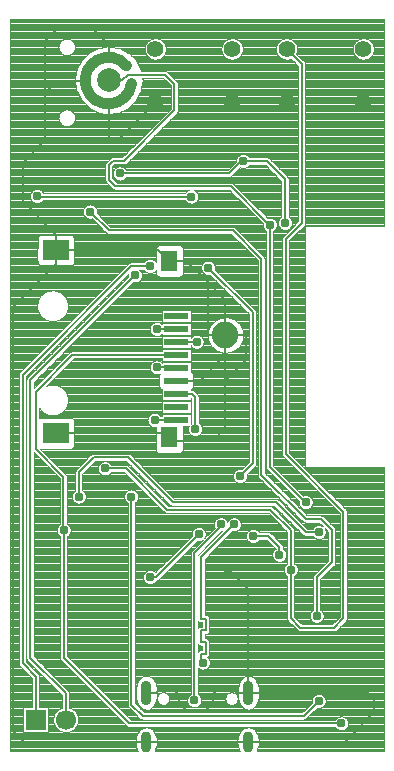
<source format=gbr>
G04 DipTrace 3.3.1.3*
G04 Bottom.gbr*
%MOMM*%
G04 #@! TF.FileFunction,Copper,L2,Bot*
G04 #@! TF.Part,Single*
G04 #@! TA.AperFunction,Conductor*
%ADD15C,0.2*%
G04 #@! TA.AperFunction,CopperBalancing*
%ADD17C,0.1*%
G04 #@! TA.AperFunction,Nonconductor*
%ADD18C,0.9*%
G04 #@! TA.AperFunction,ComponentPad*
%ADD28O,0.9X1.8*%
%ADD29O,0.9X2.1*%
%ADD33R,2.0X0.6*%
%ADD34R,1.45X1.75*%
%ADD35R,2.25X1.75*%
G04 #@! TA.AperFunction,ComponentPad*
%ADD36R,1.7X1.7*%
%ADD37C,1.7*%
%ADD40C,1.4*%
%ADD44C,2.0*%
%ADD45C,0.7*%
G04 #@! TA.AperFunction,ViaPad*
%ADD58C,0.7874*%
%ADD59C,2.25*%
%FSLAX35Y35*%
G04*
G71*
G90*
G75*
G01*
G04 Bottom*
%LPD*%
X3027117Y6048598D2*
D15*
X3225801D1*
X3381814Y5892584D1*
Y5524938D1*
X1982087Y5942318D2*
X2908581D1*
X3027117Y6060854D1*
Y6048598D1*
X1508567Y2921438D2*
Y1841934D1*
X2064191Y1286311D1*
X3858067D1*
X2461067Y4408061D2*
X1582314D1*
X1270441Y4096188D1*
Y3607891D1*
X1505617Y3372714D1*
Y2924388D1*
X1508567Y2921438D1*
X2730941Y5143938D2*
X3107900Y4766979D1*
Y3488900D1*
X3000814Y3381814D1*
X3334191Y2715061D2*
Y2778561D1*
X3238941Y2873811D1*
X3111941D1*
X3556441Y3159561D2*
X3548121D1*
X3251554Y3456128D1*
Y5509714D1*
X3247897D1*
X2923361Y5834251D1*
X1946121D1*
X1889167Y5891204D1*
Y6014111D1*
X1925137Y6050081D1*
X2018064D1*
X2443734Y6475751D1*
Y6700574D1*
X2365677Y6778631D1*
X2051014D1*
X2002967Y6730584D1*
X1888474D1*
X2283861Y6546614D2*
Y6542561D1*
X1964831Y6223531D1*
X1888041D1*
X1351511D1*
X1159317Y6031338D1*
Y5705891D1*
X1440447Y5424761D1*
Y5295741D1*
X2308044D1*
X2400274Y5203511D1*
X2544367D1*
X2726263Y5021615D1*
X2877284Y4870594D1*
Y4573291D1*
X3071627Y1546812D2*
Y2422001D1*
X2889691Y2603938D1*
X2461067Y4188061D2*
X2664064D1*
X2877284Y4401281D1*
Y4573291D1*
X1440791Y3742231D2*
X2366897D1*
X2401167Y3707961D1*
X2877284Y4573291D2*
Y4186061D1*
Y3784681D1*
X2770541Y3677938D1*
X2401167D1*
Y3707961D1*
X1888924Y6923691D2*
X1821797D1*
X1697204Y6799098D1*
Y6722434D1*
Y6637581D1*
X1799347Y6535438D1*
X1888041D1*
Y6223531D1*
X1697204Y6722434D2*
X1451937D1*
X1351511Y6622008D1*
Y6223531D1*
X1888924Y6923691D2*
Y7033704D1*
X1762567Y7160061D1*
X1445064D1*
X1351511Y7066508D1*
Y6622008D1*
X2207627Y1546812D2*
X2288738D1*
X2335237Y1593311D1*
X2419842D1*
X2485987Y1527166D1*
Y1456406D1*
X2544440Y1397952D1*
X2709034D1*
X2770564Y1459482D1*
Y1539472D1*
X2822865Y1591773D1*
X2929005D1*
X2973966Y1546812D1*
X3071627D1*
X2207627Y1128812D2*
X3071627D1*
X3885912D1*
X4137885Y1380785D1*
Y1497222D1*
X4088295Y1546812D1*
X3071627D1*
X1440447Y5295741D2*
Y5172962D1*
X1076438Y4808953D1*
Y1220885D1*
X1168511Y1128812D1*
X2207627D1*
X2877284Y4573291D2*
X3051522D1*
Y4360299D1*
X2877284Y4186061D1*
Y4573291D2*
X2726263D1*
Y5021615D1*
X3429441Y2588064D2*
Y2921438D1*
X3254817Y3096061D1*
X2381691D1*
X2032441Y3445311D1*
X1857817D1*
X3395111Y6996614D2*
X3524691Y6867034D1*
Y5524938D1*
X3387397Y5387644D1*
Y3566731D1*
X3873941Y3080188D1*
Y2175311D1*
X3794567Y2095938D1*
X3508814D1*
X3429441Y2175311D1*
Y2588064D1*
X2276877Y3855284D2*
X2458291D1*
X2461067Y3858061D1*
X2295417Y4300161D2*
X2461067D1*
Y4298061D1*
X2619817Y3778688D2*
Y4048561D1*
X2590317Y4078061D1*
X2461067D1*
Y4518061D2*
X2632091D1*
X2632537Y4518508D1*
X2295994Y4625848D2*
X2458854D1*
X2461067Y4628061D1*
X2588064Y5747188D2*
X1285641D1*
X1282747Y5750081D1*
X3649624Y2197791D2*
Y2522498D1*
X3778691Y2651564D1*
Y2921438D1*
X3683441Y3016688D1*
X3556441D1*
X3179843Y3393286D1*
Y5218912D1*
X2937317Y5461438D1*
X1889564D1*
X1730814Y5620188D1*
X1635567Y3207188D2*
Y3413568D1*
X1762564Y3540564D1*
X2048314D1*
X2429317Y3159561D1*
X3302444D1*
X3556441Y2905564D1*
X3667567D1*
X2080064Y3207188D2*
Y1445061D1*
X2175314Y1349811D1*
X3540567D1*
X3667567Y1476811D1*
X2111817Y5080438D2*
X1222814Y4191438D1*
Y1841938D1*
X1524441Y1540314D1*
Y1318061D1*
X2238814Y5159814D2*
X2080067D1*
X1159314Y4239061D1*
Y1794314D1*
X1270441Y1683188D1*
Y1318061D1*
X2685057Y1801474D2*
X2670224D1*
Y1876808D1*
X2710067D1*
Y1975184D1*
X2670224D1*
Y2075474D1*
X2711021D1*
Y2171941D1*
X2670224D1*
Y2693351D1*
X2949041Y2972168D1*
X2614307Y1481598D2*
Y2725428D1*
X2861047Y2972168D1*
X2837914D1*
X2238817Y2524564D2*
X2286441D1*
X2651564Y2889688D1*
D58*
X2837914Y2972168D3*
X2949041D3*
X2685057Y1801474D3*
X2614307Y1481598D3*
X2238817Y2524564D3*
X2651564Y2889688D3*
X3000814Y3381814D3*
X2730941Y5143938D3*
X3381814Y5524938D3*
X3027117Y6048598D3*
X1982087Y5942318D3*
X1282747Y5750081D3*
X2588064Y5747188D3*
X3556441Y3159561D3*
X3429441Y2588064D3*
X3111941Y2873811D3*
X3334191Y2715061D3*
X1857817Y3445311D3*
X3251554Y5509714D3*
X1635567Y3207188D3*
X2080064D3*
X3667567Y2905564D3*
Y1476811D3*
X1730814Y5620188D3*
X3649624Y2197791D3*
X1508567Y2921438D3*
X3858067Y1286311D3*
X2889691Y2603938D3*
X2295994Y4625848D3*
D59*
X2877284Y4573291D3*
D58*
X2619817Y3778688D3*
X2632537Y4518508D3*
X2295417Y4300161D3*
X2276877Y3855284D3*
X2111817Y5080438D3*
X2238814Y5159814D3*
X1054200Y7240648D2*
D17*
X4217181D1*
X1054200Y7230981D2*
X4217181D1*
X1054200Y7221314D2*
X4217181D1*
X1054200Y7211648D2*
X4217181D1*
X1054200Y7201981D2*
X4217181D1*
X1054200Y7192314D2*
X4217181D1*
X1054200Y7182648D2*
X4217181D1*
X1054200Y7172981D2*
X4217181D1*
X1054200Y7163314D2*
X4217181D1*
X1054200Y7153648D2*
X4217181D1*
X1054200Y7143981D2*
X4217181D1*
X1054200Y7134314D2*
X4217181D1*
X1054200Y7124648D2*
X4217181D1*
X1054200Y7114981D2*
X4217181D1*
X1054200Y7105314D2*
X4217181D1*
X1054200Y7095648D2*
X4217181D1*
X1054200Y7085981D2*
X2267962D1*
X2299767D2*
X2917962D1*
X2949767D2*
X3379212D1*
X3411017D2*
X4029212D1*
X4061017D2*
X4217181D1*
X1054200Y7076314D2*
X1499818D1*
X1568888D2*
X2239779D1*
X2327950D2*
X2889779D1*
X2977950D2*
X3351029D1*
X3439200D2*
X4001029D1*
X4089200D2*
X4217181D1*
X1054200Y7066648D2*
X1486107D1*
X1582599D2*
X2225384D1*
X2342345D2*
X2875384D1*
X2992345D2*
X3336634D1*
X3453595D2*
X3986634D1*
X4103595D2*
X4217181D1*
X1054200Y7056981D2*
X1477200D1*
X1591505D2*
X2215306D1*
X2352423D2*
X2865306D1*
X3002423D2*
X3326556D1*
X3463673D2*
X3976556D1*
X4113673D2*
X4217181D1*
X1054200Y7047314D2*
X1471009D1*
X1597716D2*
X2207767D1*
X2359943D2*
X2857767D1*
X3009943D2*
X3319017D1*
X3471193D2*
X3969017D1*
X4121193D2*
X4217181D1*
X1054200Y7037648D2*
X1466771D1*
X1601954D2*
X2202083D1*
X2365626D2*
X2852083D1*
X3015626D2*
X3313333D1*
X3476876D2*
X3963333D1*
X4126876D2*
X4217181D1*
X1054200Y7027981D2*
X1464115D1*
X1604591D2*
X2197865D1*
X2369865D2*
X2847865D1*
X3019865D2*
X3309115D1*
X3481115D2*
X3959115D1*
X4131115D2*
X4217181D1*
X1054200Y7018314D2*
X1462884D1*
X1605841D2*
X2194896D1*
X2372833D2*
X2844896D1*
X3022833D2*
X3306146D1*
X3484083D2*
X3956146D1*
X4134083D2*
X4217181D1*
X1054200Y7008648D2*
X1462982D1*
X1605743D2*
X1826068D1*
X1953068D2*
X2193060D1*
X2374650D2*
X2843060D1*
X3024650D2*
X3304310D1*
X3485900D2*
X3954310D1*
X4135900D2*
X4217181D1*
X1054200Y6998981D2*
X1464427D1*
X1604298D2*
X1789036D1*
X1990099D2*
X2192298D1*
X2375431D2*
X2842298D1*
X3025431D2*
X3303548D1*
X3486681D2*
X3953548D1*
X4136681D2*
X4217181D1*
X1054200Y6989314D2*
X1467279D1*
X1601427D2*
X1770052D1*
X2009083D2*
X2192552D1*
X2375158D2*
X2842552D1*
X3025158D2*
X3303802D1*
X3486408D2*
X3953802D1*
X4136408D2*
X4217181D1*
X1054200Y6979648D2*
X1471790D1*
X1596935D2*
X1751087D1*
X2028048D2*
X2193861D1*
X2373849D2*
X2843861D1*
X3023849D2*
X3305111D1*
X3485099D2*
X3955111D1*
X4135099D2*
X4217181D1*
X1054200Y6969981D2*
X1478314D1*
X1590411D2*
X1732103D1*
X2047033D2*
X2196263D1*
X2371466D2*
X2846263D1*
X3021466D2*
X3307513D1*
X3482716D2*
X3957513D1*
X4132716D2*
X4217181D1*
X1054200Y6960314D2*
X1487728D1*
X1580997D2*
X1716419D1*
X2062716D2*
X2199857D1*
X2367872D2*
X2849857D1*
X3017872D2*
X3311107D1*
X3479122D2*
X3961107D1*
X4129122D2*
X4217181D1*
X1054200Y6950648D2*
X1502591D1*
X1566134D2*
X1706751D1*
X2072384D2*
X2204779D1*
X2362931D2*
X2854779D1*
X3012931D2*
X3316029D1*
X3485353D2*
X3966029D1*
X4124181D2*
X4217181D1*
X1054200Y6940981D2*
X1697083D1*
X2082052D2*
X2211361D1*
X2356368D2*
X2861361D1*
X3006368D2*
X3322611D1*
X3495021D2*
X3972611D1*
X4117618D2*
X4217181D1*
X1054200Y6931314D2*
X1687415D1*
X2091720D2*
X2220052D1*
X2347658D2*
X2870052D1*
X2997658D2*
X3331302D1*
X3504689D2*
X3981302D1*
X4108908D2*
X4217181D1*
X1054200Y6921648D2*
X1677747D1*
X2101388D2*
X2231986D1*
X2335743D2*
X2881986D1*
X2985743D2*
X3343236D1*
X3514357D2*
X3993236D1*
X4096993D2*
X4217181D1*
X1054200Y6911981D2*
X1668079D1*
X2111056D2*
X2250521D1*
X2317189D2*
X2900521D1*
X2967189D2*
X3361771D1*
X3428439D2*
X3435462D1*
X3524025D2*
X4011771D1*
X4078439D2*
X4217181D1*
X1054200Y6902314D2*
X1658509D1*
X2120626D2*
X3445130D1*
X3533693D2*
X4217181D1*
X1054200Y6892648D2*
X1652454D1*
X2126681D2*
X3454798D1*
X3543361D2*
X4217181D1*
X1054200Y6882981D2*
X1647513D1*
X2131622D2*
X3464466D1*
X3551798D2*
X4217181D1*
X1054200Y6873314D2*
X1642591D1*
X2136544D2*
X3474134D1*
X3555646D2*
X4217181D1*
X1054200Y6863648D2*
X1637669D1*
X2141466D2*
X3483802D1*
X3556290D2*
X4217181D1*
X1054200Y6853981D2*
X1632747D1*
X2146388D2*
X3493099D1*
X3556290D2*
X4217181D1*
X1054200Y6844314D2*
X1627825D1*
X2151310D2*
X3493099D1*
X3556290D2*
X4217181D1*
X1054200Y6834648D2*
X1622904D1*
X2156232D2*
X3493099D1*
X3556290D2*
X4217181D1*
X1054200Y6824981D2*
X1617962D1*
X2161173D2*
X3493099D1*
X3556290D2*
X4217181D1*
X1054200Y6815314D2*
X1614740D1*
X2164396D2*
X3493099D1*
X3556290D2*
X4217181D1*
X1054200Y6805648D2*
X1613216D1*
X2381056D2*
X3493099D1*
X3556290D2*
X4217181D1*
X1054200Y6795981D2*
X1611673D1*
X2392599D2*
X3493099D1*
X3556290D2*
X4217181D1*
X1054200Y6786314D2*
X1610150D1*
X2402267D2*
X3493099D1*
X3556290D2*
X4217181D1*
X1054200Y6776648D2*
X1608626D1*
X2411935D2*
X3493099D1*
X3556290D2*
X4217181D1*
X1054200Y6766981D2*
X1607083D1*
X2421603D2*
X3493099D1*
X3556290D2*
X4217181D1*
X1054200Y6757314D2*
X1605560D1*
X2431271D2*
X3493099D1*
X3556290D2*
X4217181D1*
X1054200Y6747648D2*
X1604036D1*
X2175099D2*
X2352376D1*
X2440939D2*
X3493099D1*
X3556290D2*
X4217181D1*
X1054200Y6737981D2*
X1602493D1*
X2176642D2*
X2362044D1*
X2450607D2*
X3493099D1*
X3556290D2*
X4217181D1*
X1054200Y6728314D2*
X1602025D1*
X2177111D2*
X2371712D1*
X2460275D2*
X3493099D1*
X3556290D2*
X4217181D1*
X1054200Y6718648D2*
X1603490D1*
X2175646D2*
X2381380D1*
X2469435D2*
X3493099D1*
X3556290D2*
X4217181D1*
X1054200Y6708981D2*
X1605013D1*
X2174122D2*
X2391048D1*
X2474161D2*
X3493099D1*
X3556290D2*
X4217181D1*
X1054200Y6699314D2*
X1606556D1*
X2172579D2*
X2400716D1*
X2475333D2*
X3493099D1*
X3556290D2*
X4217181D1*
X1054200Y6689648D2*
X1608079D1*
X2171056D2*
X2410384D1*
X2475333D2*
X3493099D1*
X3556290D2*
X4217181D1*
X1054200Y6679981D2*
X1609603D1*
X2169533D2*
X2412142D1*
X2475333D2*
X3493099D1*
X3556290D2*
X4217181D1*
X1054200Y6670314D2*
X1611146D1*
X2167990D2*
X2412142D1*
X2475333D2*
X3493099D1*
X3556290D2*
X4217181D1*
X1054200Y6660648D2*
X1612669D1*
X2166466D2*
X2412142D1*
X2475333D2*
X3493099D1*
X3556290D2*
X4217181D1*
X1054200Y6650981D2*
X1614212D1*
X2164923D2*
X2412142D1*
X2475333D2*
X3493099D1*
X3556290D2*
X4217181D1*
X1054200Y6641314D2*
X1616439D1*
X2162697D2*
X2412142D1*
X2475333D2*
X3493099D1*
X3556290D2*
X4217181D1*
X1054200Y6631648D2*
X1621146D1*
X2157990D2*
X2412142D1*
X2475333D2*
X3493099D1*
X3556290D2*
X4217181D1*
X1054200Y6621981D2*
X1626068D1*
X2153068D2*
X2412142D1*
X2475333D2*
X3493099D1*
X3556290D2*
X4217181D1*
X1054200Y6612314D2*
X1631009D1*
X2148126D2*
X2412142D1*
X2475333D2*
X3493099D1*
X3556290D2*
X4217181D1*
X1054200Y6602648D2*
X1635931D1*
X2143204D2*
X2412142D1*
X2475333D2*
X3493099D1*
X3556290D2*
X4217181D1*
X1054200Y6592981D2*
X1640853D1*
X2138283D2*
X2412142D1*
X2475333D2*
X3493099D1*
X3556290D2*
X4217181D1*
X1054200Y6583314D2*
X1645775D1*
X2133361D2*
X2412142D1*
X2475333D2*
X3493099D1*
X3556290D2*
X4217181D1*
X1054200Y6573648D2*
X1650697D1*
X2128439D2*
X2412142D1*
X2475333D2*
X3493099D1*
X3556290D2*
X4217181D1*
X1054200Y6563981D2*
X1655892D1*
X2123243D2*
X2412142D1*
X2475333D2*
X3493099D1*
X3556290D2*
X4217181D1*
X1054200Y6554314D2*
X1664661D1*
X2114474D2*
X2412142D1*
X2475333D2*
X3493099D1*
X3556290D2*
X4217181D1*
X1054200Y6544648D2*
X1674329D1*
X2104806D2*
X2412142D1*
X2475333D2*
X3493099D1*
X3556290D2*
X4217181D1*
X1054200Y6534981D2*
X1683997D1*
X2095138D2*
X2412142D1*
X2475333D2*
X3493099D1*
X3556290D2*
X4217181D1*
X1054200Y6525314D2*
X1693665D1*
X2085470D2*
X2412142D1*
X2475333D2*
X3493099D1*
X3556290D2*
X4217181D1*
X1054200Y6515648D2*
X1703333D1*
X2075802D2*
X2412142D1*
X2475333D2*
X3493099D1*
X3556290D2*
X4217181D1*
X1054200Y6505981D2*
X1712982D1*
X2066134D2*
X2412142D1*
X2475333D2*
X3493099D1*
X3556290D2*
X4217181D1*
X1054200Y6496314D2*
X1725404D1*
X2053732D2*
X2412142D1*
X2475333D2*
X3493099D1*
X3556290D2*
X4217181D1*
X1054200Y6486648D2*
X1744368D1*
X2034767D2*
X2410365D1*
X2475333D2*
X3493099D1*
X3556290D2*
X4217181D1*
X1054200Y6476981D2*
X1501087D1*
X1567638D2*
X1763353D1*
X2015783D2*
X2400697D1*
X2475333D2*
X3493099D1*
X3556290D2*
X4217181D1*
X1054200Y6467314D2*
X1486868D1*
X1581857D2*
X1782318D1*
X1996818D2*
X2391029D1*
X2474142D2*
X3493099D1*
X3556290D2*
X4217181D1*
X1054200Y6457648D2*
X1477728D1*
X1590997D2*
X1804505D1*
X1974630D2*
X2381361D1*
X2469396D2*
X3493099D1*
X3556290D2*
X4217181D1*
X1054200Y6447981D2*
X1471380D1*
X1597345D2*
X1865521D1*
X1913615D2*
X2371693D1*
X2460236D2*
X3493099D1*
X3556290D2*
X4217181D1*
X1054200Y6438314D2*
X1467005D1*
X1601720D2*
X2362025D1*
X2450568D2*
X3493099D1*
X3556290D2*
X4217181D1*
X1054200Y6428648D2*
X1464251D1*
X1604454D2*
X2352357D1*
X2440900D2*
X3493099D1*
X3556290D2*
X4217181D1*
X1054200Y6418981D2*
X1462923D1*
X1605802D2*
X2342689D1*
X2431232D2*
X3493099D1*
X3556290D2*
X4217181D1*
X1054200Y6409314D2*
X1462923D1*
X1605802D2*
X2333021D1*
X2421564D2*
X3493099D1*
X3556290D2*
X4217181D1*
X1054200Y6399648D2*
X1464271D1*
X1604454D2*
X2323353D1*
X2411915D2*
X3493099D1*
X3556290D2*
X4217181D1*
X1054200Y6389981D2*
X1467044D1*
X1601681D2*
X2313685D1*
X2402247D2*
X3493099D1*
X3556290D2*
X4217181D1*
X1054200Y6380314D2*
X1471419D1*
X1597306D2*
X2304017D1*
X2392579D2*
X3493099D1*
X3556290D2*
X4217181D1*
X1054200Y6370648D2*
X1477786D1*
X1590939D2*
X2294349D1*
X2382911D2*
X3493099D1*
X3556290D2*
X4217181D1*
X1054200Y6360981D2*
X1486947D1*
X1581759D2*
X2284681D1*
X2373243D2*
X3493099D1*
X3556290D2*
X4217181D1*
X1054200Y6351314D2*
X1501243D1*
X1567482D2*
X2275013D1*
X2363575D2*
X3493099D1*
X3556290D2*
X4217181D1*
X1054200Y6341648D2*
X2265365D1*
X2353908D2*
X3493099D1*
X3556290D2*
X4217181D1*
X1054200Y6331981D2*
X2255697D1*
X2344240D2*
X3493099D1*
X3556290D2*
X4217181D1*
X1054200Y6322314D2*
X2246029D1*
X2334572D2*
X3493099D1*
X3556290D2*
X4217181D1*
X1054200Y6312648D2*
X2236361D1*
X2324904D2*
X3493099D1*
X3556290D2*
X4217181D1*
X1054200Y6302981D2*
X2226693D1*
X2315236D2*
X3493099D1*
X3556290D2*
X4217181D1*
X1054200Y6293314D2*
X2217025D1*
X2305568D2*
X3493099D1*
X3556290D2*
X4217181D1*
X1054200Y6283648D2*
X2207357D1*
X2295900D2*
X3493099D1*
X3556290D2*
X4217181D1*
X1054200Y6273981D2*
X2197689D1*
X2286232D2*
X3493099D1*
X3556290D2*
X4217181D1*
X1054200Y6264314D2*
X2188021D1*
X2276564D2*
X3493099D1*
X3556290D2*
X4217181D1*
X1054200Y6254648D2*
X2178353D1*
X2266915D2*
X3493099D1*
X3556290D2*
X4217181D1*
X1054200Y6244981D2*
X2168685D1*
X2257247D2*
X3493099D1*
X3556290D2*
X4217181D1*
X1054200Y6235314D2*
X2159017D1*
X2247579D2*
X3493099D1*
X3556290D2*
X4217181D1*
X1054200Y6225648D2*
X2149349D1*
X2237911D2*
X3493099D1*
X3556290D2*
X4217181D1*
X1054200Y6215981D2*
X2139681D1*
X2228243D2*
X3493099D1*
X3556290D2*
X4217181D1*
X1054200Y6206314D2*
X2130013D1*
X2218575D2*
X3493099D1*
X3556290D2*
X4217181D1*
X1054200Y6196648D2*
X2120365D1*
X2208908D2*
X3493099D1*
X3556290D2*
X4217181D1*
X1054200Y6186981D2*
X2110697D1*
X2199240D2*
X3493099D1*
X3556290D2*
X4217181D1*
X1054200Y6177314D2*
X2101029D1*
X2189572D2*
X3493099D1*
X3556290D2*
X4217181D1*
X1054200Y6167648D2*
X2091361D1*
X2179904D2*
X3493099D1*
X3556290D2*
X4217181D1*
X1054200Y6157981D2*
X2081693D1*
X2170236D2*
X3493099D1*
X3556290D2*
X4217181D1*
X1054200Y6148314D2*
X2072025D1*
X2160568D2*
X3493099D1*
X3556290D2*
X4217181D1*
X1054200Y6138648D2*
X2062357D1*
X2150900D2*
X3493099D1*
X3556290D2*
X4217181D1*
X1054200Y6128981D2*
X2052689D1*
X2141232D2*
X3493099D1*
X3556290D2*
X4217181D1*
X1054200Y6119314D2*
X2043021D1*
X2131564D2*
X3493099D1*
X3556290D2*
X4217181D1*
X1054200Y6109648D2*
X2033353D1*
X2121915D2*
X3493099D1*
X3556290D2*
X4217181D1*
X1054200Y6099981D2*
X2023685D1*
X2112247D2*
X2995189D1*
X3059044D2*
X3493099D1*
X3556290D2*
X4217181D1*
X1054200Y6090314D2*
X2014017D1*
X2102579D2*
X2983040D1*
X3071193D2*
X3493099D1*
X3556290D2*
X4217181D1*
X1054200Y6080648D2*
X1922708D1*
X2092911D2*
X2975423D1*
X3078810D2*
X3493099D1*
X3556290D2*
X4217181D1*
X1054200Y6070981D2*
X1901771D1*
X2083243D2*
X2970482D1*
X3247658D2*
X3493099D1*
X3556290D2*
X4217181D1*
X1054200Y6061314D2*
X1892103D1*
X2073575D2*
X2967513D1*
X3257365D2*
X3493099D1*
X3556290D2*
X4217181D1*
X1054200Y6051648D2*
X1882435D1*
X2063908D2*
X2966224D1*
X3267033D2*
X3493099D1*
X3556290D2*
X4217181D1*
X1054200Y6041981D2*
X1872767D1*
X2054240D2*
X2963978D1*
X3276700D2*
X3493099D1*
X3556290D2*
X4217181D1*
X1054200Y6032314D2*
X1863568D1*
X2044572D2*
X2954310D1*
X3286368D2*
X3493099D1*
X3556290D2*
X4217181D1*
X1054200Y6022648D2*
X1858783D1*
X2032618D2*
X2944642D1*
X3296017D2*
X3493099D1*
X3556290D2*
X4217181D1*
X1054200Y6012981D2*
X1857572D1*
X1932306D2*
X2934974D1*
X3076368D2*
X3217142D1*
X3305685D2*
X3493099D1*
X3556290D2*
X4217181D1*
X1054200Y6003314D2*
X1857572D1*
X1922638D2*
X2925306D1*
X3067443D2*
X3226810D1*
X3315353D2*
X3493099D1*
X3556290D2*
X4217181D1*
X1054200Y5993648D2*
X1857572D1*
X1920763D2*
X1950072D1*
X2014103D2*
X2915638D1*
X3052130D2*
X3236478D1*
X3325021D2*
X3493099D1*
X3556290D2*
X4217181D1*
X1054200Y5983981D2*
X1857572D1*
X1920763D2*
X1937962D1*
X2026212D2*
X2905970D1*
X2994513D2*
X3246146D1*
X3334689D2*
X3493099D1*
X3556290D2*
X4217181D1*
X1054200Y5974314D2*
X1857572D1*
X1920763D2*
X1930365D1*
X2033810D2*
X2896302D1*
X2984845D2*
X3255814D1*
X3344357D2*
X3493099D1*
X3556290D2*
X4217181D1*
X1054200Y5964648D2*
X1857572D1*
X1920763D2*
X1925429D1*
X2975177D2*
X3265482D1*
X3354025D2*
X3493099D1*
X3556290D2*
X4217181D1*
X1054200Y5954981D2*
X1857572D1*
X2965529D2*
X3275150D1*
X3363693D2*
X3493099D1*
X3556290D2*
X4217181D1*
X1054200Y5945314D2*
X1857572D1*
X2955861D2*
X3284818D1*
X3373361D2*
X3493099D1*
X3556290D2*
X4217181D1*
X1054200Y5935648D2*
X1857572D1*
X2946193D2*
X3294466D1*
X3383029D2*
X3493099D1*
X3556290D2*
X4217181D1*
X1054200Y5925981D2*
X1857572D1*
X2936525D2*
X3304134D1*
X3392697D2*
X3493099D1*
X3556290D2*
X4217181D1*
X1054200Y5916314D2*
X1857572D1*
X1920763D2*
X1927043D1*
X2925704D2*
X3313802D1*
X3402365D2*
X3493099D1*
X3556290D2*
X4217181D1*
X1054200Y5906648D2*
X1857572D1*
X1920763D2*
X1932884D1*
X2031290D2*
X3323470D1*
X3409982D2*
X3493099D1*
X3556290D2*
X4217181D1*
X1054200Y5896981D2*
X1857572D1*
X1927658D2*
X1941829D1*
X2022345D2*
X3333138D1*
X3413087D2*
X3493099D1*
X3556290D2*
X4217181D1*
X1054200Y5887314D2*
X1857806D1*
X1937325D2*
X1957200D1*
X2006993D2*
X3342806D1*
X3413419D2*
X3493099D1*
X3556290D2*
X4217181D1*
X1054200Y5877648D2*
X1860736D1*
X1946993D2*
X3350208D1*
X3413419D2*
X3493099D1*
X3556290D2*
X4217181D1*
X1054200Y5867981D2*
X1868118D1*
X1956661D2*
X3350208D1*
X3413419D2*
X3493099D1*
X3556290D2*
X4217181D1*
X1054200Y5858314D2*
X1877786D1*
X2943263D2*
X3350208D1*
X3413419D2*
X3493099D1*
X3556290D2*
X4217181D1*
X1054200Y5848648D2*
X1887454D1*
X2953243D2*
X3350208D1*
X3413419D2*
X3493099D1*
X3556290D2*
X4217181D1*
X1054200Y5838981D2*
X1897122D1*
X2962911D2*
X3350208D1*
X3413419D2*
X3493099D1*
X3556290D2*
X4217181D1*
X1054200Y5829314D2*
X1906790D1*
X2972579D2*
X3350208D1*
X3413419D2*
X3493099D1*
X3556290D2*
X4217181D1*
X1054200Y5819648D2*
X1916458D1*
X2982247D2*
X3350208D1*
X3413419D2*
X3493099D1*
X3556290D2*
X4217181D1*
X1054200Y5809981D2*
X1278841D1*
X1286630D2*
X1926478D1*
X2991915D2*
X3350208D1*
X3413419D2*
X3493099D1*
X3556290D2*
X4217181D1*
X1054200Y5800314D2*
X1248997D1*
X1316505D2*
X2559251D1*
X2616876D2*
X2913021D1*
X3001564D2*
X3350208D1*
X3413419D2*
X3493099D1*
X3556290D2*
X4217181D1*
X1054200Y5790648D2*
X1237572D1*
X1327911D2*
X2545736D1*
X2630392D2*
X2922689D1*
X3011232D2*
X3350208D1*
X3413419D2*
X3493099D1*
X3556290D2*
X4217181D1*
X1054200Y5780981D2*
X1230345D1*
X1335138D2*
X2537513D1*
X2638615D2*
X2932357D1*
X3020900D2*
X3350208D1*
X3413419D2*
X3493099D1*
X3556290D2*
X4217181D1*
X1054200Y5771314D2*
X1225658D1*
X2643966D2*
X2942025D1*
X3030568D2*
X3350208D1*
X3413419D2*
X3493099D1*
X3556290D2*
X4217181D1*
X1054200Y5761648D2*
X1222904D1*
X2647267D2*
X2951693D1*
X3040236D2*
X3350208D1*
X3413419D2*
X3493099D1*
X3556290D2*
X4217181D1*
X1054200Y5751981D2*
X1221810D1*
X2648849D2*
X2961361D1*
X3049904D2*
X3350208D1*
X3413419D2*
X3493099D1*
X3556290D2*
X4217181D1*
X1054200Y5742314D2*
X1222279D1*
X2648829D2*
X2971029D1*
X3059572D2*
X3350208D1*
X3413419D2*
X3493099D1*
X3556290D2*
X4217181D1*
X1054200Y5732648D2*
X1224368D1*
X2647247D2*
X2980697D1*
X3069240D2*
X3350208D1*
X3413419D2*
X3493099D1*
X3556290D2*
X4217181D1*
X1054200Y5722981D2*
X1228255D1*
X2643927D2*
X2990365D1*
X3078908D2*
X3350208D1*
X3413419D2*
X3493099D1*
X3556290D2*
X4217181D1*
X1054200Y5713314D2*
X1234368D1*
X1331134D2*
X2537572D1*
X2638556D2*
X3000013D1*
X3088575D2*
X3350208D1*
X3413419D2*
X3493099D1*
X3556290D2*
X4217181D1*
X1054200Y5703648D2*
X1243802D1*
X1321700D2*
X2545833D1*
X2630294D2*
X3009681D1*
X3098243D2*
X3350208D1*
X3413419D2*
X3493099D1*
X3556290D2*
X4217181D1*
X1054200Y5693981D2*
X1260560D1*
X1304943D2*
X2559388D1*
X2616740D2*
X3019349D1*
X3107911D2*
X3350208D1*
X3413419D2*
X3493099D1*
X3556290D2*
X4217181D1*
X1054200Y5684314D2*
X3029017D1*
X3117579D2*
X3350208D1*
X3413419D2*
X3493099D1*
X3556290D2*
X4217181D1*
X1054200Y5674648D2*
X1704700D1*
X1756915D2*
X3038685D1*
X3127247D2*
X3350208D1*
X3413419D2*
X3493099D1*
X3556290D2*
X4217181D1*
X1054200Y5664981D2*
X1689935D1*
X1771681D2*
X3048353D1*
X3136915D2*
X3350208D1*
X3413419D2*
X3493099D1*
X3556290D2*
X4217181D1*
X1054200Y5655314D2*
X1681204D1*
X1780411D2*
X3058021D1*
X3146564D2*
X3350208D1*
X3413419D2*
X3493099D1*
X3556290D2*
X4217181D1*
X1054200Y5645648D2*
X1675521D1*
X1786115D2*
X3067689D1*
X3156232D2*
X3350208D1*
X3413419D2*
X3493099D1*
X3556290D2*
X4217181D1*
X1054200Y5635981D2*
X1671966D1*
X1789669D2*
X3077357D1*
X3165900D2*
X3350208D1*
X3413419D2*
X3493099D1*
X3556290D2*
X4217181D1*
X1054200Y5626314D2*
X1670150D1*
X1791466D2*
X3087025D1*
X3175568D2*
X3350208D1*
X3413419D2*
X3493099D1*
X3556290D2*
X4217181D1*
X1054200Y5616648D2*
X1669954D1*
X1791681D2*
X3096693D1*
X3185236D2*
X3350208D1*
X3413419D2*
X3493099D1*
X3556290D2*
X4217181D1*
X1054200Y5606981D2*
X1671322D1*
X1790314D2*
X3106361D1*
X3194904D2*
X3350208D1*
X3413419D2*
X3493099D1*
X3556290D2*
X4217181D1*
X1054200Y5597314D2*
X1674368D1*
X1797970D2*
X3116029D1*
X3204572D2*
X3350208D1*
X3413419D2*
X3493099D1*
X3556290D2*
X4217181D1*
X1054200Y5587648D2*
X1679447D1*
X1807638D2*
X3125697D1*
X3214240D2*
X3350208D1*
X3413419D2*
X3493099D1*
X3556290D2*
X4217181D1*
X1054200Y5577981D2*
X1687220D1*
X1817286D2*
X3135365D1*
X3223908D2*
X3350208D1*
X3413419D2*
X3493099D1*
X3556290D2*
X4217181D1*
X1054200Y5568314D2*
X1699720D1*
X1826954D2*
X3145013D1*
X3233575D2*
X3237806D1*
X3265294D2*
X3339408D1*
X3424220D2*
X3493099D1*
X3556290D2*
X4217181D1*
X1054200Y5558648D2*
X1748079D1*
X1836622D2*
X3154681D1*
X3287228D2*
X3331224D1*
X3432404D2*
X3493099D1*
X3556290D2*
X4217181D1*
X1054200Y5548981D2*
X1757747D1*
X1846290D2*
X3164349D1*
X3297872D2*
X3325872D1*
X3437755D2*
X3493099D1*
X3556290D2*
X4217181D1*
X1054200Y5539314D2*
X1767415D1*
X1855958D2*
X3174017D1*
X3304708D2*
X3322591D1*
X3441036D2*
X3493099D1*
X3556290D2*
X4217181D1*
X1054200Y5529648D2*
X1777083D1*
X1865626D2*
X3183685D1*
X3309122D2*
X3321029D1*
X3442599D2*
X3485130D1*
X3556290D2*
X4217181D1*
X1054200Y5519981D2*
X1786751D1*
X1875294D2*
X3191478D1*
X3311642D2*
X3321048D1*
X3442579D2*
X3475462D1*
X3555880D2*
X4217181D1*
X1054200Y5510314D2*
X1796419D1*
X1884962D2*
X3190579D1*
X3312521D2*
X3322650D1*
X3440978D2*
X3465794D1*
X3552579D2*
X4217181D1*
X1054200Y5500648D2*
X1806087D1*
X1894630D2*
X3191283D1*
X3311837D2*
X3325990D1*
X3437638D2*
X3456126D1*
X3544669D2*
X4217181D1*
X1054200Y5490981D2*
X1815755D1*
X2946290D2*
X3193587D1*
X3309533D2*
X3331380D1*
X3432247D2*
X3446458D1*
X3535001D2*
X3550443D1*
X1054200Y5481314D2*
X1825404D1*
X2961720D2*
X3197728D1*
X3305372D2*
X3339661D1*
X3423966D2*
X3436790D1*
X3525333D2*
X3550443D1*
X1054200Y5471648D2*
X1835072D1*
X2971388D2*
X3204212D1*
X3298888D2*
X3353314D1*
X3410314D2*
X3427122D1*
X3515685D2*
X3550443D1*
X1054200Y5461981D2*
X1844740D1*
X2981056D2*
X3214251D1*
X3288849D2*
X3417454D1*
X3506017D2*
X3550443D1*
X1054200Y5452314D2*
X1854408D1*
X2990724D2*
X3219954D1*
X3283146D2*
X3407786D1*
X3496349D2*
X3550443D1*
X1054200Y5442648D2*
X1864075D1*
X3000392D2*
X3219954D1*
X3283146D2*
X3398118D1*
X3486681D2*
X3550443D1*
X1054200Y5432981D2*
X1877318D1*
X3010040D2*
X3219954D1*
X3283146D2*
X3388450D1*
X3477013D2*
X3550443D1*
X1054200Y5423314D2*
X2931165D1*
X3019708D2*
X3219954D1*
X3283146D2*
X3378783D1*
X3467345D2*
X3550443D1*
X1054200Y5413648D2*
X1295267D1*
X1585626D2*
X2940833D1*
X3029376D2*
X3219954D1*
X3283146D2*
X3369134D1*
X3457677D2*
X3550443D1*
X1054200Y5403981D2*
X1288294D1*
X1592579D2*
X2950501D1*
X3039044D2*
X3219954D1*
X3283146D2*
X3360521D1*
X3448009D2*
X3550443D1*
X1054200Y5394314D2*
X1285462D1*
X1595431D2*
X2960169D1*
X3048712D2*
X3219954D1*
X3283146D2*
X3356536D1*
X3438341D2*
X3550443D1*
X1054200Y5384648D2*
X1285169D1*
X1595704D2*
X2969837D1*
X3058380D2*
X3219954D1*
X3283146D2*
X3355794D1*
X3428673D2*
X3550443D1*
X1054200Y5374981D2*
X1285169D1*
X1595704D2*
X2979505D1*
X3068048D2*
X3219954D1*
X3283146D2*
X3355794D1*
X3419005D2*
X3550443D1*
X1054200Y5365314D2*
X1285169D1*
X1595704D2*
X2989173D1*
X3077716D2*
X3219954D1*
X3283146D2*
X3355794D1*
X3419005D2*
X3550443D1*
X1054200Y5355648D2*
X1285169D1*
X1595704D2*
X2998841D1*
X3087384D2*
X3219954D1*
X3283146D2*
X3355794D1*
X3419005D2*
X3550443D1*
X1054200Y5345981D2*
X1285169D1*
X1595704D2*
X3008490D1*
X3097052D2*
X3219954D1*
X3283146D2*
X3355794D1*
X3419005D2*
X3550443D1*
X1054200Y5336314D2*
X1285169D1*
X1595704D2*
X3018158D1*
X3106720D2*
X3219954D1*
X3283146D2*
X3355794D1*
X3419005D2*
X3550443D1*
X1054200Y5326648D2*
X1285169D1*
X1595704D2*
X2297982D1*
X2507950D2*
X3027825D1*
X3116388D2*
X3219954D1*
X3283146D2*
X3355794D1*
X3419005D2*
X3550443D1*
X1054200Y5316981D2*
X1285169D1*
X1595704D2*
X2291126D1*
X2514806D2*
X3037493D1*
X3126056D2*
X3219954D1*
X3283146D2*
X3355794D1*
X3419005D2*
X3550443D1*
X1054200Y5307314D2*
X1285169D1*
X1595704D2*
X2288333D1*
X2517579D2*
X3047161D1*
X3135724D2*
X3219954D1*
X3283146D2*
X3355794D1*
X3419005D2*
X3550443D1*
X1054200Y5297648D2*
X1285169D1*
X1595704D2*
X2288079D1*
X2517853D2*
X3056829D1*
X3145392D2*
X3219954D1*
X3283146D2*
X3355794D1*
X3419005D2*
X3550443D1*
X1054200Y5287981D2*
X1285169D1*
X1595704D2*
X2288079D1*
X2517853D2*
X3066497D1*
X3155040D2*
X3219954D1*
X3283146D2*
X3355794D1*
X3419005D2*
X3550443D1*
X1054200Y5278314D2*
X1285169D1*
X1595704D2*
X2288079D1*
X2517853D2*
X3076165D1*
X3164708D2*
X3219954D1*
X3283146D2*
X3355794D1*
X3419005D2*
X3550443D1*
X1054200Y5268648D2*
X1285169D1*
X1595704D2*
X2288079D1*
X2517853D2*
X3085833D1*
X3174376D2*
X3219954D1*
X3283146D2*
X3355794D1*
X3419005D2*
X3550443D1*
X1054200Y5258981D2*
X1285169D1*
X1595704D2*
X2288079D1*
X2517853D2*
X3095501D1*
X3184044D2*
X3219954D1*
X3283146D2*
X3355794D1*
X3419005D2*
X3550443D1*
X1054200Y5249314D2*
X1285169D1*
X1595704D2*
X2288079D1*
X2517853D2*
X3105169D1*
X3193712D2*
X3219954D1*
X3283146D2*
X3355794D1*
X3419005D2*
X3550443D1*
X1054200Y5239648D2*
X1285169D1*
X1595704D2*
X2288079D1*
X2517853D2*
X3114837D1*
X3203341D2*
X3219954D1*
X3283146D2*
X3355794D1*
X3419005D2*
X3550443D1*
X1054200Y5229981D2*
X1285169D1*
X1595704D2*
X2288079D1*
X2517853D2*
X3124505D1*
X3209376D2*
X3219954D1*
X3283146D2*
X3355794D1*
X3419005D2*
X3550443D1*
X1054200Y5220314D2*
X1285169D1*
X1595704D2*
X2288079D1*
X2517853D2*
X3134173D1*
X3211408D2*
X3219954D1*
X3283146D2*
X3355794D1*
X3419005D2*
X3550443D1*
X1054200Y5210648D2*
X1285169D1*
X1595704D2*
X2205990D1*
X2271622D2*
X2288079D1*
X2517853D2*
X3143841D1*
X3211447D2*
X3219954D1*
X3283146D2*
X3355794D1*
X3419005D2*
X3550443D1*
X1054200Y5200981D2*
X1285169D1*
X1595704D2*
X2194212D1*
X2283419D2*
X2288079D1*
X2517853D2*
X2711439D1*
X2750450D2*
X3148236D1*
X3211447D2*
X3219954D1*
X3283146D2*
X3355794D1*
X3419005D2*
X3550443D1*
X1054200Y5191314D2*
X1285579D1*
X1595314D2*
X2186790D1*
X2517853D2*
X2693177D1*
X2768712D2*
X3148236D1*
X3211447D2*
X3219954D1*
X3283146D2*
X3355794D1*
X3419005D2*
X3550443D1*
X1054200Y5181648D2*
X1288704D1*
X1592189D2*
X2057630D1*
X2517853D2*
X2683314D1*
X2778575D2*
X3148236D1*
X3211447D2*
X3219954D1*
X3283146D2*
X3355794D1*
X3419005D2*
X3550443D1*
X1054200Y5171981D2*
X1296126D1*
X1584747D2*
X2047962D1*
X2517853D2*
X2676927D1*
X2784943D2*
X3148236D1*
X3211447D2*
X3219954D1*
X3283146D2*
X3355794D1*
X3419005D2*
X3550443D1*
X1054200Y5162314D2*
X2038294D1*
X2517853D2*
X2672865D1*
X2789025D2*
X3148236D1*
X3211447D2*
X3219954D1*
X3283146D2*
X3355794D1*
X3419005D2*
X3550443D1*
X1054200Y5152648D2*
X2028626D1*
X2517853D2*
X2670599D1*
X2791271D2*
X3148236D1*
X3211447D2*
X3219954D1*
X3283146D2*
X3355794D1*
X3419005D2*
X3550443D1*
X1054200Y5142981D2*
X2018958D1*
X2517853D2*
X2669974D1*
X2791896D2*
X3148236D1*
X3211447D2*
X3219954D1*
X3283146D2*
X3355794D1*
X3419005D2*
X3550443D1*
X1054200Y5133314D2*
X2009290D1*
X2517853D2*
X2670911D1*
X2790958D2*
X3148236D1*
X3211447D2*
X3219954D1*
X3283146D2*
X3355794D1*
X3419005D2*
X3550443D1*
X1054200Y5123648D2*
X1999622D1*
X2154396D2*
X2189974D1*
X2517853D2*
X2673509D1*
X2795509D2*
X3148236D1*
X3211447D2*
X3219954D1*
X3283146D2*
X3355794D1*
X3419005D2*
X3550443D1*
X1054200Y5113981D2*
X1989954D1*
X2162521D2*
X2199134D1*
X2278497D2*
X2288079D1*
X2517853D2*
X2677982D1*
X2805177D2*
X3148236D1*
X3211447D2*
X3219954D1*
X3283146D2*
X3355794D1*
X3419005D2*
X3550443D1*
X1054200Y5104314D2*
X1980286D1*
X2167833D2*
X2215091D1*
X2262540D2*
X2288079D1*
X2517853D2*
X2684935D1*
X2814845D2*
X3148236D1*
X3211447D2*
X3219954D1*
X3283146D2*
X3355794D1*
X3419005D2*
X3550443D1*
X1054200Y5094648D2*
X1970618D1*
X2171075D2*
X2289056D1*
X2516857D2*
X2695775D1*
X2824513D2*
X3148236D1*
X3211447D2*
X3219954D1*
X3283146D2*
X3355794D1*
X3419005D2*
X3550443D1*
X1054200Y5084981D2*
X1960950D1*
X2172618D2*
X2293236D1*
X2512677D2*
X2718958D1*
X2834181D2*
X3148236D1*
X3211447D2*
X3219954D1*
X3283146D2*
X3355794D1*
X3419005D2*
X3550443D1*
X1054200Y5075314D2*
X1951302D1*
X2039845D2*
X2051068D1*
X2172560D2*
X2302786D1*
X2503126D2*
X2755286D1*
X2843849D2*
X3148236D1*
X3211447D2*
X3219954D1*
X3283146D2*
X3355794D1*
X3419005D2*
X3550443D1*
X1054200Y5065648D2*
X1941634D1*
X2030177D2*
X2052708D1*
X2170939D2*
X2764954D1*
X2853497D2*
X3148236D1*
X3211447D2*
X3219954D1*
X3283146D2*
X3355794D1*
X3419005D2*
X3550443D1*
X1054200Y5055981D2*
X1931966D1*
X2020509D2*
X2043079D1*
X2167579D2*
X2774622D1*
X2863165D2*
X3148236D1*
X3211447D2*
X3219954D1*
X3283146D2*
X3355794D1*
X3419005D2*
X3550443D1*
X1054200Y5046314D2*
X1922298D1*
X2010841D2*
X2033411D1*
X2162130D2*
X2784290D1*
X2872833D2*
X3148236D1*
X3211447D2*
X3219954D1*
X3283146D2*
X3355794D1*
X3419005D2*
X3550443D1*
X1054200Y5036648D2*
X1912630D1*
X2001173D2*
X2023743D1*
X2153790D2*
X2793958D1*
X2882501D2*
X3148236D1*
X3211447D2*
X3219954D1*
X3283146D2*
X3355794D1*
X3419005D2*
X3550443D1*
X1054200Y5026981D2*
X1902962D1*
X1991505D2*
X2014075D1*
X2140001D2*
X2803626D1*
X2892169D2*
X3148236D1*
X3211447D2*
X3219954D1*
X3283146D2*
X3355794D1*
X3419005D2*
X3550443D1*
X1054200Y5017314D2*
X1893294D1*
X1981837D2*
X2004427D1*
X2092970D2*
X2813294D1*
X2901837D2*
X3148236D1*
X3211447D2*
X3219954D1*
X3283146D2*
X3355794D1*
X3419005D2*
X3550443D1*
X1054200Y5007648D2*
X1883626D1*
X1972169D2*
X1994759D1*
X2083302D2*
X2822962D1*
X2911505D2*
X3148236D1*
X3211447D2*
X3219954D1*
X3283146D2*
X3355794D1*
X3419005D2*
X3550443D1*
X1054200Y4997981D2*
X1873958D1*
X1962501D2*
X1985091D1*
X2073634D2*
X2832630D1*
X2921173D2*
X3148236D1*
X3211447D2*
X3219954D1*
X3283146D2*
X3355794D1*
X3419005D2*
X3550443D1*
X1054200Y4988314D2*
X1864290D1*
X1952833D2*
X1975423D1*
X2063966D2*
X2842298D1*
X2930841D2*
X3148236D1*
X3211447D2*
X3219954D1*
X3283146D2*
X3355794D1*
X3419005D2*
X3550443D1*
X1054200Y4978648D2*
X1854622D1*
X1943185D2*
X1965755D1*
X2054298D2*
X2851947D1*
X2940509D2*
X3148236D1*
X3211447D2*
X3219954D1*
X3283146D2*
X3355794D1*
X3419005D2*
X3550443D1*
X1054200Y4968981D2*
X1844954D1*
X1933517D2*
X1956087D1*
X2044630D2*
X2861615D1*
X2950177D2*
X3148236D1*
X3211447D2*
X3219954D1*
X3283146D2*
X3355794D1*
X3419005D2*
X3550443D1*
X1054200Y4959314D2*
X1835286D1*
X1923849D2*
X1946419D1*
X2034962D2*
X2871283D1*
X2959845D2*
X3148236D1*
X3211447D2*
X3219954D1*
X3283146D2*
X3355794D1*
X3419005D2*
X3550443D1*
X1054200Y4949648D2*
X1384681D1*
X1443615D2*
X1825618D1*
X1914181D2*
X1936751D1*
X2025294D2*
X2880950D1*
X2969513D2*
X3148236D1*
X3211447D2*
X3219954D1*
X3283146D2*
X3355794D1*
X3419005D2*
X3550443D1*
X1054200Y4939981D2*
X1356790D1*
X1471486D2*
X1815950D1*
X1904513D2*
X1927083D1*
X2015626D2*
X2890618D1*
X2979181D2*
X3148236D1*
X3211447D2*
X3219954D1*
X3283146D2*
X3355794D1*
X3419005D2*
X3550443D1*
X1054200Y4930314D2*
X1339974D1*
X1488322D2*
X1806302D1*
X1894845D2*
X1917415D1*
X2005978D2*
X2900286D1*
X2988849D2*
X3148236D1*
X3211447D2*
X3219954D1*
X3283146D2*
X3355794D1*
X3419005D2*
X3550443D1*
X1054200Y4920648D2*
X1327435D1*
X1500841D2*
X1796634D1*
X1885177D2*
X1907747D1*
X1996310D2*
X2909954D1*
X2998497D2*
X3148236D1*
X3211447D2*
X3219954D1*
X3283146D2*
X3355794D1*
X3419005D2*
X3550443D1*
X1054200Y4910981D2*
X1317474D1*
X1510802D2*
X1786966D1*
X1875509D2*
X1898079D1*
X1986642D2*
X2919622D1*
X3008165D2*
X3148236D1*
X3211447D2*
X3219954D1*
X3283146D2*
X3355794D1*
X3419005D2*
X3550443D1*
X1054200Y4901314D2*
X1309368D1*
X1518908D2*
X1777298D1*
X1865841D2*
X1888411D1*
X1976974D2*
X2929290D1*
X3017833D2*
X3148236D1*
X3211447D2*
X3219954D1*
X3283146D2*
X3355794D1*
X3419005D2*
X3550443D1*
X1054200Y4891648D2*
X1302689D1*
X1525587D2*
X1767630D1*
X1856173D2*
X1878743D1*
X1967306D2*
X2938958D1*
X3027501D2*
X3148236D1*
X3211447D2*
X3219954D1*
X3283146D2*
X3355794D1*
X3419005D2*
X3550443D1*
X1054200Y4881981D2*
X1297200D1*
X1531095D2*
X1757962D1*
X1846505D2*
X1869075D1*
X1957638D2*
X2948626D1*
X3037169D2*
X3148236D1*
X3211447D2*
X3219954D1*
X3283146D2*
X3355794D1*
X3419005D2*
X3550443D1*
X1054200Y4872314D2*
X1292728D1*
X1535568D2*
X1748294D1*
X1836837D2*
X1859427D1*
X1947970D2*
X2958294D1*
X3046837D2*
X3148236D1*
X3211447D2*
X3219954D1*
X3283146D2*
X3355794D1*
X3419005D2*
X3550443D1*
X1054200Y4862648D2*
X1289154D1*
X1539122D2*
X1738626D1*
X1827169D2*
X1849759D1*
X1938302D2*
X2967962D1*
X3056505D2*
X3148236D1*
X3211447D2*
X3219954D1*
X3283146D2*
X3355794D1*
X3419005D2*
X3550443D1*
X1054200Y4852981D2*
X1286439D1*
X1541857D2*
X1728958D1*
X1817501D2*
X1840091D1*
X1928634D2*
X2977630D1*
X3066173D2*
X3148236D1*
X3211447D2*
X3219954D1*
X3283146D2*
X3355794D1*
X3419005D2*
X3550443D1*
X1054200Y4843314D2*
X1284486D1*
X1543790D2*
X1719290D1*
X1807833D2*
X1830423D1*
X1918966D2*
X2987298D1*
X3075841D2*
X3148236D1*
X3211447D2*
X3219954D1*
X3283146D2*
X3355794D1*
X3419005D2*
X3550443D1*
X1054200Y4833648D2*
X1283294D1*
X1545001D2*
X1709622D1*
X1798185D2*
X1820755D1*
X1909298D2*
X2996947D1*
X3085509D2*
X3148236D1*
X3211447D2*
X3219954D1*
X3283146D2*
X3355794D1*
X3419005D2*
X3550443D1*
X1054200Y4823981D2*
X1282825D1*
X1545470D2*
X1699954D1*
X1788517D2*
X1811087D1*
X1899630D2*
X3006615D1*
X3095177D2*
X3148236D1*
X3211447D2*
X3219954D1*
X3283146D2*
X3355794D1*
X3419005D2*
X3550443D1*
X1054200Y4814314D2*
X1283060D1*
X1545216D2*
X1690286D1*
X1778849D2*
X1801419D1*
X1889962D2*
X3016283D1*
X3104845D2*
X3148236D1*
X3211447D2*
X3219954D1*
X3283146D2*
X3355794D1*
X3419005D2*
X3550443D1*
X1054200Y4804648D2*
X1284036D1*
X1544259D2*
X1680618D1*
X1769181D2*
X1791751D1*
X1880294D2*
X3025950D1*
X3114513D2*
X3148236D1*
X3211447D2*
X3219954D1*
X3283146D2*
X3355794D1*
X3419005D2*
X3550443D1*
X1054200Y4794981D2*
X1285736D1*
X1542540D2*
X1670950D1*
X1759513D2*
X1782083D1*
X1870626D2*
X3035618D1*
X3124181D2*
X3148236D1*
X3211447D2*
X3219954D1*
X3283146D2*
X3355794D1*
X3419005D2*
X3550443D1*
X1054200Y4785314D2*
X1288216D1*
X1540060D2*
X1661302D1*
X1749845D2*
X1772415D1*
X1860978D2*
X2339466D1*
X2582677D2*
X3045286D1*
X3133400D2*
X3148236D1*
X3211447D2*
X3219954D1*
X3283146D2*
X3355794D1*
X3419005D2*
X3550443D1*
X1054200Y4775648D2*
X1291497D1*
X1536779D2*
X1651634D1*
X1740177D2*
X1762747D1*
X1851310D2*
X2339466D1*
X2582677D2*
X3054954D1*
X3138243D2*
X3148236D1*
X3211447D2*
X3219954D1*
X3283146D2*
X3355794D1*
X3419005D2*
X3550443D1*
X1054200Y4765981D2*
X1295677D1*
X1532599D2*
X1641966D1*
X1730509D2*
X1753079D1*
X1841642D2*
X2339466D1*
X2582677D2*
X3064622D1*
X3139493D2*
X3148236D1*
X3211447D2*
X3219954D1*
X3283146D2*
X3355794D1*
X3419005D2*
X3550443D1*
X1054200Y4756314D2*
X1300833D1*
X1527443D2*
X1632298D1*
X1720841D2*
X1743411D1*
X1831974D2*
X2339466D1*
X2582677D2*
X3074290D1*
X3139493D2*
X3148236D1*
X3211447D2*
X3219954D1*
X3283146D2*
X3355794D1*
X3419005D2*
X3550443D1*
X1054200Y4746648D2*
X1307122D1*
X1521154D2*
X1622630D1*
X1711173D2*
X1733743D1*
X1822306D2*
X2339466D1*
X2582677D2*
X3076302D1*
X3139493D2*
X3148236D1*
X3211447D2*
X3219954D1*
X3283146D2*
X3355794D1*
X3419005D2*
X3550443D1*
X1054200Y4736981D2*
X1314759D1*
X1513536D2*
X1612962D1*
X1701505D2*
X1724075D1*
X1812638D2*
X2339466D1*
X2582677D2*
X3076302D1*
X3139493D2*
X3148236D1*
X3211447D2*
X3219954D1*
X3283146D2*
X3355794D1*
X3419005D2*
X3550443D1*
X1054200Y4727314D2*
X1324075D1*
X1504220D2*
X1603294D1*
X1691837D2*
X1714408D1*
X1802970D2*
X2339466D1*
X2582677D2*
X3076302D1*
X3139493D2*
X3148236D1*
X3211447D2*
X3219954D1*
X3283146D2*
X3355794D1*
X3419005D2*
X3550443D1*
X1054200Y4717648D2*
X1335677D1*
X1492599D2*
X1593626D1*
X1682169D2*
X1704759D1*
X1793302D2*
X2339466D1*
X2582677D2*
X2828958D1*
X2927911D2*
X3076302D1*
X3139493D2*
X3148236D1*
X3211447D2*
X3219954D1*
X3283146D2*
X3355794D1*
X3419005D2*
X3550443D1*
X1054200Y4707981D2*
X1350833D1*
X1477443D2*
X1583958D1*
X1672501D2*
X1695091D1*
X1783634D2*
X2339466D1*
X2582677D2*
X2809583D1*
X2947286D2*
X3076302D1*
X3139493D2*
X3148236D1*
X3211447D2*
X3219954D1*
X3283146D2*
X3355794D1*
X3419005D2*
X3550443D1*
X1054200Y4698314D2*
X1373470D1*
X1454825D2*
X1574290D1*
X1662833D2*
X1685423D1*
X1773966D2*
X2339466D1*
X2582677D2*
X2790755D1*
X2966115D2*
X3076302D1*
X3139493D2*
X3148236D1*
X3211447D2*
X3219954D1*
X3283146D2*
X3355794D1*
X3419005D2*
X3550443D1*
X1054200Y4688648D2*
X1564622D1*
X1653185D2*
X1675755D1*
X1764298D2*
X2339466D1*
X2582677D2*
X2779661D1*
X2977208D2*
X3076302D1*
X3139493D2*
X3148236D1*
X3211447D2*
X3219954D1*
X3283146D2*
X3355794D1*
X3419005D2*
X3550443D1*
X1054200Y4678981D2*
X1554954D1*
X1643517D2*
X1666087D1*
X1754630D2*
X2267181D1*
X2324806D2*
X2769993D1*
X2986876D2*
X3076302D1*
X3139493D2*
X3148236D1*
X3211447D2*
X3219954D1*
X3283146D2*
X3355794D1*
X3419005D2*
X3550443D1*
X1054200Y4669314D2*
X1545286D1*
X1633849D2*
X1656419D1*
X1744962D2*
X2253685D1*
X2582677D2*
X2760325D1*
X2996544D2*
X3076302D1*
X3139493D2*
X3148236D1*
X3211447D2*
X3219954D1*
X3283146D2*
X3355794D1*
X3419005D2*
X3550443D1*
X1054200Y4659648D2*
X1535618D1*
X1624181D2*
X1646751D1*
X1735294D2*
X2245462D1*
X2582677D2*
X2752474D1*
X3004396D2*
X3076302D1*
X3139493D2*
X3148236D1*
X3211447D2*
X3219954D1*
X3283146D2*
X3355794D1*
X3419005D2*
X3550443D1*
X1054200Y4649981D2*
X1525950D1*
X1614513D2*
X1637083D1*
X1725626D2*
X2240091D1*
X2582677D2*
X2747533D1*
X3009337D2*
X3076302D1*
X3139493D2*
X3148236D1*
X3211447D2*
X3219954D1*
X3283146D2*
X3355794D1*
X3419005D2*
X3550443D1*
X1054200Y4640314D2*
X1516302D1*
X1604845D2*
X1627415D1*
X1715958D2*
X2236790D1*
X2582677D2*
X2742611D1*
X3014259D2*
X3076302D1*
X3139493D2*
X3148236D1*
X3211447D2*
X3219954D1*
X3283146D2*
X3355794D1*
X3419005D2*
X3550443D1*
X1054200Y4630648D2*
X1506634D1*
X1595177D2*
X1617747D1*
X1706310D2*
X2235208D1*
X2582677D2*
X2737689D1*
X3019181D2*
X3076302D1*
X3139493D2*
X3148236D1*
X3211447D2*
X3219954D1*
X3283146D2*
X3355794D1*
X3419005D2*
X3550443D1*
X1054200Y4620981D2*
X1496966D1*
X1585509D2*
X1608079D1*
X1696642D2*
X2235228D1*
X2582677D2*
X2733177D1*
X3023693D2*
X3076302D1*
X3139493D2*
X3148236D1*
X3211447D2*
X3219954D1*
X3283146D2*
X3355794D1*
X3419005D2*
X3550443D1*
X1054200Y4611314D2*
X1487298D1*
X1575841D2*
X1598411D1*
X1686974D2*
X2236810D1*
X2582677D2*
X2731204D1*
X3025685D2*
X3076302D1*
X3139493D2*
X3148236D1*
X3211447D2*
X3219954D1*
X3283146D2*
X3355794D1*
X3419005D2*
X3550443D1*
X1054200Y4601648D2*
X1477630D1*
X1566173D2*
X1588743D1*
X1677306D2*
X2240130D1*
X2582677D2*
X2729661D1*
X3027208D2*
X3076302D1*
X3139493D2*
X3148236D1*
X3211447D2*
X3219954D1*
X3283146D2*
X3355794D1*
X3419005D2*
X3550443D1*
X1054200Y4591981D2*
X1467962D1*
X1556505D2*
X1579075D1*
X1667638D2*
X2245501D1*
X2582677D2*
X2728138D1*
X3028732D2*
X3076302D1*
X3139493D2*
X3148236D1*
X3211447D2*
X3219954D1*
X3283146D2*
X3355794D1*
X3419005D2*
X3550443D1*
X1054200Y4582314D2*
X1458294D1*
X1546837D2*
X1569408D1*
X1657970D2*
X2253743D1*
X2582677D2*
X2726595D1*
X3030275D2*
X3076302D1*
X3139493D2*
X3148236D1*
X3211447D2*
X3219954D1*
X3283146D2*
X3355794D1*
X3419005D2*
X3550443D1*
X1054200Y4572648D2*
X1448626D1*
X1537169D2*
X1559759D1*
X1648302D2*
X2267318D1*
X2324669D2*
X2605736D1*
X2659337D2*
X2725697D1*
X3031173D2*
X3076302D1*
X3139493D2*
X3148236D1*
X3211447D2*
X3219954D1*
X3283146D2*
X3355794D1*
X3419005D2*
X3550443D1*
X1054200Y4562981D2*
X1438958D1*
X1527501D2*
X1550091D1*
X1638634D2*
X2339466D1*
X2582677D2*
X2591302D1*
X2673771D2*
X2726986D1*
X3029884D2*
X3076302D1*
X3139493D2*
X3148236D1*
X3211447D2*
X3219954D1*
X3283146D2*
X3355794D1*
X3419005D2*
X3550443D1*
X1054200Y4553314D2*
X1429290D1*
X1517833D2*
X1540423D1*
X1628966D2*
X2339466D1*
X2682365D2*
X2728529D1*
X3028341D2*
X3076302D1*
X3139493D2*
X3148236D1*
X3211447D2*
X3219954D1*
X3283146D2*
X3355794D1*
X3419005D2*
X3550443D1*
X1054200Y4543648D2*
X1419622D1*
X1508185D2*
X1530755D1*
X1619298D2*
X2339466D1*
X2687990D2*
X2730052D1*
X3026818D2*
X3076302D1*
X3139493D2*
X3148236D1*
X3211447D2*
X3219954D1*
X3283146D2*
X3355794D1*
X3419005D2*
X3550443D1*
X1054200Y4533981D2*
X1409954D1*
X1498517D2*
X1521087D1*
X1609630D2*
X2339466D1*
X2691486D2*
X2731575D1*
X3025294D2*
X3076302D1*
X3139493D2*
X3148236D1*
X3211447D2*
X3219954D1*
X3283146D2*
X3355794D1*
X3419005D2*
X3550443D1*
X1054200Y4524314D2*
X1400286D1*
X1488849D2*
X1511419D1*
X1599962D2*
X2339466D1*
X2693224D2*
X2734095D1*
X3022775D2*
X3076302D1*
X3139493D2*
X3148236D1*
X3211447D2*
X3219954D1*
X3283146D2*
X3355794D1*
X3419005D2*
X3550443D1*
X1054200Y4514648D2*
X1390618D1*
X1479181D2*
X1501751D1*
X1590294D2*
X2339466D1*
X2693380D2*
X2738939D1*
X3017950D2*
X3076302D1*
X3139493D2*
X3148236D1*
X3211447D2*
X3219954D1*
X3283146D2*
X3355794D1*
X3419005D2*
X3550443D1*
X1054200Y4504981D2*
X1380950D1*
X1469513D2*
X1492083D1*
X1580626D2*
X2339466D1*
X2691954D2*
X2743861D1*
X3013009D2*
X3076302D1*
X3139493D2*
X3148236D1*
X3211447D2*
X3219954D1*
X3283146D2*
X3355794D1*
X3419005D2*
X3550443D1*
X1054200Y4495314D2*
X1371302D1*
X1459845D2*
X1482415D1*
X1570958D2*
X2339466D1*
X2688849D2*
X2748783D1*
X3008087D2*
X3076302D1*
X3139493D2*
X3148236D1*
X3211447D2*
X3219954D1*
X3283146D2*
X3355794D1*
X3419005D2*
X3550443D1*
X1054200Y4485648D2*
X1361634D1*
X1450177D2*
X1472747D1*
X1561310D2*
X2339466D1*
X2683712D2*
X2753978D1*
X3002892D2*
X3076302D1*
X3139493D2*
X3148236D1*
X3211447D2*
X3219954D1*
X3283146D2*
X3355794D1*
X3419005D2*
X3550443D1*
X1054200Y4475981D2*
X1351966D1*
X1440509D2*
X1463079D1*
X1551642D2*
X2339466D1*
X2582677D2*
X2589251D1*
X2675822D2*
X2762767D1*
X2994103D2*
X3076302D1*
X3139493D2*
X3148236D1*
X3211447D2*
X3219954D1*
X3283146D2*
X3355794D1*
X3419005D2*
X3550443D1*
X1054200Y4466314D2*
X1342298D1*
X1430841D2*
X1453411D1*
X1541974D2*
X2602005D1*
X2663068D2*
X2772435D1*
X2984435D2*
X3076302D1*
X3139493D2*
X3148236D1*
X3211447D2*
X3219954D1*
X3283146D2*
X3355794D1*
X3419005D2*
X3550443D1*
X1054200Y4456648D2*
X1332630D1*
X1421173D2*
X1443743D1*
X1532306D2*
X2339466D1*
X2582677D2*
X2782103D1*
X2974767D2*
X3076302D1*
X3139493D2*
X3148236D1*
X3211447D2*
X3219954D1*
X3283146D2*
X3355794D1*
X3419005D2*
X3550443D1*
X1054200Y4446981D2*
X1322962D1*
X1411505D2*
X1434075D1*
X1522638D2*
X2339466D1*
X2582677D2*
X2795404D1*
X2961466D2*
X3076302D1*
X3139493D2*
X3148236D1*
X3211447D2*
X3219954D1*
X3283146D2*
X3355794D1*
X3419005D2*
X3550443D1*
X1054200Y4437314D2*
X1313294D1*
X1401837D2*
X1424408D1*
X1512970D2*
X1572337D1*
X2582677D2*
X2814388D1*
X2942482D2*
X3076302D1*
X3139493D2*
X3148236D1*
X3211447D2*
X3219954D1*
X3283146D2*
X3355794D1*
X3419005D2*
X3550443D1*
X1054200Y4427648D2*
X1303626D1*
X1392169D2*
X1414759D1*
X1503302D2*
X1557630D1*
X2582677D2*
X2839876D1*
X2916993D2*
X3076302D1*
X3139493D2*
X3148236D1*
X3211447D2*
X3219954D1*
X3283146D2*
X3355794D1*
X3419005D2*
X3550443D1*
X1054200Y4417981D2*
X1293958D1*
X1382501D2*
X1405091D1*
X1493634D2*
X1547962D1*
X2582677D2*
X3076302D1*
X3139493D2*
X3148236D1*
X3211447D2*
X3219954D1*
X3283146D2*
X3355794D1*
X3419005D2*
X3550443D1*
X1054200Y4408314D2*
X1284290D1*
X1372833D2*
X1395423D1*
X1483966D2*
X1538294D1*
X2582677D2*
X3076302D1*
X3139493D2*
X3148236D1*
X3211447D2*
X3219954D1*
X3283146D2*
X3355794D1*
X3419005D2*
X3550443D1*
X1054200Y4398648D2*
X1274622D1*
X1363185D2*
X1385755D1*
X1474298D2*
X1528626D1*
X2582677D2*
X3076302D1*
X3139493D2*
X3148236D1*
X3211447D2*
X3219954D1*
X3283146D2*
X3355794D1*
X3419005D2*
X3550443D1*
X1054200Y4388981D2*
X1264954D1*
X1353517D2*
X1376087D1*
X1464630D2*
X1518958D1*
X2582677D2*
X3076302D1*
X3139493D2*
X3148236D1*
X3211447D2*
X3219954D1*
X3283146D2*
X3355794D1*
X3419005D2*
X3550443D1*
X1054200Y4379314D2*
X1255286D1*
X1343849D2*
X1366419D1*
X1454962D2*
X1509290D1*
X2582677D2*
X3076302D1*
X3139493D2*
X3148236D1*
X3211447D2*
X3219954D1*
X3283146D2*
X3355794D1*
X3419005D2*
X3550443D1*
X1054200Y4369648D2*
X1245618D1*
X1334181D2*
X1356751D1*
X1445294D2*
X1499622D1*
X1588185D2*
X2339466D1*
X2582677D2*
X3076302D1*
X3139493D2*
X3148236D1*
X3211447D2*
X3219954D1*
X3283146D2*
X3355794D1*
X3419005D2*
X3550443D1*
X1054200Y4359981D2*
X1235950D1*
X1324513D2*
X1347083D1*
X1435626D2*
X1489954D1*
X1578517D2*
X2290169D1*
X2300665D2*
X2339466D1*
X2582677D2*
X3076302D1*
X3139493D2*
X3148236D1*
X3211447D2*
X3219954D1*
X3283146D2*
X3355794D1*
X3419005D2*
X3550443D1*
X1054200Y4350314D2*
X1226302D1*
X1314845D2*
X1337415D1*
X1425958D2*
X1480286D1*
X1568849D2*
X2261536D1*
X2329298D2*
X3076302D1*
X3139493D2*
X3148236D1*
X3211447D2*
X3219954D1*
X3283146D2*
X3355794D1*
X3419005D2*
X3550443D1*
X1054200Y4340648D2*
X1216634D1*
X1305177D2*
X1327747D1*
X1416310D2*
X1470618D1*
X1559181D2*
X2250169D1*
X2582677D2*
X3076302D1*
X3139493D2*
X3148236D1*
X3211447D2*
X3219954D1*
X3283146D2*
X3355794D1*
X3419005D2*
X3550443D1*
X1054200Y4330981D2*
X1206966D1*
X1295509D2*
X1318079D1*
X1406642D2*
X1460950D1*
X1549513D2*
X2242982D1*
X2582677D2*
X3076302D1*
X3139493D2*
X3148236D1*
X3211447D2*
X3219954D1*
X3283146D2*
X3355794D1*
X3419005D2*
X3550443D1*
X1054200Y4321314D2*
X1197298D1*
X1285841D2*
X1308411D1*
X1396974D2*
X1451283D1*
X1539845D2*
X2238294D1*
X2582677D2*
X3076302D1*
X3139493D2*
X3148236D1*
X3211447D2*
X3219954D1*
X3283146D2*
X3355794D1*
X3419005D2*
X3550443D1*
X1054200Y4311648D2*
X1187630D1*
X1276173D2*
X1298743D1*
X1387306D2*
X1441634D1*
X1530177D2*
X2235560D1*
X2582677D2*
X3076302D1*
X3139493D2*
X3148236D1*
X3211447D2*
X3219954D1*
X3283146D2*
X3355794D1*
X3419005D2*
X3550443D1*
X1054200Y4301981D2*
X1177962D1*
X1266505D2*
X1289075D1*
X1377638D2*
X1431966D1*
X1520509D2*
X2234466D1*
X2582677D2*
X3076302D1*
X3139493D2*
X3148236D1*
X3211447D2*
X3219954D1*
X3283146D2*
X3355794D1*
X3419005D2*
X3550443D1*
X1054200Y4292314D2*
X1168294D1*
X1256837D2*
X1279408D1*
X1367970D2*
X1422298D1*
X1510841D2*
X2234954D1*
X2582677D2*
X3076302D1*
X3139493D2*
X3148236D1*
X3211447D2*
X3219954D1*
X3283146D2*
X3355794D1*
X3419005D2*
X3550443D1*
X1054200Y4282648D2*
X1158626D1*
X1247169D2*
X1269740D1*
X1358302D2*
X1412630D1*
X1501173D2*
X2237064D1*
X2582677D2*
X3076302D1*
X3139493D2*
X3148236D1*
X3211447D2*
X3219954D1*
X3283146D2*
X3355794D1*
X3419005D2*
X3550443D1*
X1054200Y4272981D2*
X1148958D1*
X1237501D2*
X1260091D1*
X1348634D2*
X1402962D1*
X1491505D2*
X2240970D1*
X2582677D2*
X3076302D1*
X3139493D2*
X3148236D1*
X3211447D2*
X3219954D1*
X3283146D2*
X3355794D1*
X3419005D2*
X3550443D1*
X1054200Y4263314D2*
X1139290D1*
X1227833D2*
X1250423D1*
X1338966D2*
X1393294D1*
X1481837D2*
X2247103D1*
X2582677D2*
X3076302D1*
X3139493D2*
X3148236D1*
X3211447D2*
X3219954D1*
X3283146D2*
X3355794D1*
X3419005D2*
X3550443D1*
X1054200Y4253648D2*
X1131419D1*
X1218185D2*
X1240755D1*
X1329298D2*
X1383626D1*
X1472169D2*
X2256556D1*
X2597247D2*
X3076302D1*
X3139493D2*
X3148236D1*
X3211447D2*
X3219954D1*
X3283146D2*
X3355794D1*
X3419005D2*
X3550443D1*
X1054200Y4243981D2*
X1128118D1*
X1208517D2*
X1231087D1*
X1319630D2*
X1373958D1*
X1462501D2*
X2273431D1*
X2603419D2*
X3076302D1*
X3139493D2*
X3148236D1*
X3211447D2*
X3219954D1*
X3283146D2*
X3355794D1*
X3419005D2*
X3550443D1*
X1054200Y4234314D2*
X1127708D1*
X1198849D2*
X1221419D1*
X1309962D2*
X1364290D1*
X1452833D2*
X2316361D1*
X2605763D2*
X3076302D1*
X3139493D2*
X3148236D1*
X3211447D2*
X3219954D1*
X3283146D2*
X3355794D1*
X3419005D2*
X3550443D1*
X1054200Y4224648D2*
X1127708D1*
X1190919D2*
X1211751D1*
X1300294D2*
X1354622D1*
X1443185D2*
X2316243D1*
X2605900D2*
X3076302D1*
X3139493D2*
X3148236D1*
X3211447D2*
X3219954D1*
X3283146D2*
X3355794D1*
X3419005D2*
X3550443D1*
X1054200Y4214981D2*
X1127708D1*
X1190919D2*
X1202083D1*
X1290626D2*
X1344954D1*
X1433517D2*
X2316243D1*
X2605900D2*
X3076302D1*
X3139493D2*
X3148236D1*
X3211447D2*
X3219954D1*
X3283146D2*
X3355794D1*
X3419005D2*
X3550443D1*
X1054200Y4205314D2*
X1127708D1*
X1190919D2*
X1194525D1*
X1280958D2*
X1335286D1*
X1423849D2*
X2316243D1*
X2605900D2*
X3076302D1*
X3139493D2*
X3148236D1*
X3211447D2*
X3219954D1*
X3283146D2*
X3355794D1*
X3419005D2*
X3550443D1*
X1054200Y4195648D2*
X1127708D1*
X1271290D2*
X1325618D1*
X1414181D2*
X2316243D1*
X2605900D2*
X3076302D1*
X3139493D2*
X3148236D1*
X3211447D2*
X3219954D1*
X3283146D2*
X3355794D1*
X3419005D2*
X3550443D1*
X1054200Y4185981D2*
X1127708D1*
X1261642D2*
X1315950D1*
X1404513D2*
X2316243D1*
X2605900D2*
X3076302D1*
X3139493D2*
X3148236D1*
X3211447D2*
X3219954D1*
X3283146D2*
X3355794D1*
X3419005D2*
X3550443D1*
X1054200Y4176314D2*
X1127708D1*
X1254415D2*
X1306283D1*
X1394845D2*
X2316243D1*
X2605900D2*
X3076302D1*
X3139493D2*
X3148236D1*
X3211447D2*
X3219954D1*
X3283146D2*
X3355794D1*
X3419005D2*
X3550443D1*
X1054200Y4166648D2*
X1127708D1*
X1254415D2*
X1296634D1*
X1385177D2*
X2316243D1*
X2605900D2*
X3076302D1*
X3139493D2*
X3148236D1*
X3211447D2*
X3219954D1*
X3283146D2*
X3355794D1*
X3419005D2*
X3550443D1*
X1054200Y4156981D2*
X1127708D1*
X1254415D2*
X1286966D1*
X1375509D2*
X2316243D1*
X2605900D2*
X3076302D1*
X3139493D2*
X3148236D1*
X3211447D2*
X3219954D1*
X3283146D2*
X3355794D1*
X3419005D2*
X3550443D1*
X1054200Y4147314D2*
X1127708D1*
X1254415D2*
X1277298D1*
X1365841D2*
X1371653D1*
X1456622D2*
X2316243D1*
X2605900D2*
X3076302D1*
X3139493D2*
X3148236D1*
X3211447D2*
X3219954D1*
X3283146D2*
X3355794D1*
X3419005D2*
X3550443D1*
X1054200Y4137648D2*
X1127708D1*
X1254415D2*
X1267630D1*
X1478517D2*
X2316829D1*
X2605314D2*
X3076302D1*
X3139493D2*
X3148236D1*
X3211447D2*
X3219954D1*
X3283146D2*
X3355794D1*
X3419005D2*
X3550443D1*
X1054200Y4127981D2*
X1127708D1*
X1254415D2*
X1257971D1*
X1493400D2*
X2320325D1*
X2601798D2*
X3076302D1*
X3139493D2*
X3148236D1*
X3211447D2*
X3219954D1*
X3283146D2*
X3355794D1*
X3419005D2*
X3550443D1*
X1054200Y4118314D2*
X1127708D1*
X1504845D2*
X2328470D1*
X2593673D2*
X3076302D1*
X3139493D2*
X3148236D1*
X3211447D2*
X3219954D1*
X3283146D2*
X3355794D1*
X3419005D2*
X3550443D1*
X1054200Y4108648D2*
X1127708D1*
X1514044D2*
X2339466D1*
X2592228D2*
X3076302D1*
X3139493D2*
X3148236D1*
X3211447D2*
X3219954D1*
X3283146D2*
X3355794D1*
X3419005D2*
X3550443D1*
X1054200Y4098981D2*
X1127708D1*
X1521583D2*
X2339466D1*
X2613673D2*
X3076302D1*
X3139493D2*
X3148236D1*
X3211447D2*
X3219954D1*
X3283146D2*
X3355794D1*
X3419005D2*
X3550443D1*
X1054200Y4089314D2*
X1127708D1*
X1527794D2*
X2339466D1*
X2623341D2*
X3076302D1*
X3139493D2*
X3148236D1*
X3211447D2*
X3219954D1*
X3283146D2*
X3355794D1*
X3419005D2*
X3550443D1*
X1054200Y4079648D2*
X1127708D1*
X1532892D2*
X2339466D1*
X2633009D2*
X3076302D1*
X3139493D2*
X3148236D1*
X3211447D2*
X3219954D1*
X3283146D2*
X3355794D1*
X3419005D2*
X3550443D1*
X1054200Y4069981D2*
X1127708D1*
X1537013D2*
X2339466D1*
X2642677D2*
X3076302D1*
X3139493D2*
X3148236D1*
X3211447D2*
X3219954D1*
X3283146D2*
X3355794D1*
X3419005D2*
X3550443D1*
X1054200Y4060314D2*
X1127708D1*
X1540236D2*
X2339466D1*
X2649064D2*
X3076302D1*
X3139493D2*
X3148236D1*
X3211447D2*
X3219954D1*
X3283146D2*
X3355794D1*
X3419005D2*
X3550443D1*
X1054200Y4050648D2*
X1127708D1*
X1542677D2*
X2339466D1*
X2651349D2*
X3076302D1*
X3139493D2*
X3148236D1*
X3211447D2*
X3219954D1*
X3283146D2*
X3355794D1*
X3419005D2*
X3550443D1*
X1054200Y4040981D2*
X1127708D1*
X1544337D2*
X2339466D1*
X2651427D2*
X3076302D1*
X3139493D2*
X3148236D1*
X3211447D2*
X3219954D1*
X3283146D2*
X3355794D1*
X3419005D2*
X3550443D1*
X1054200Y4031314D2*
X1127708D1*
X1545255D2*
X2339466D1*
X2582677D2*
X2588216D1*
X2651427D2*
X3076302D1*
X3139493D2*
X3148236D1*
X3211447D2*
X3219954D1*
X3283146D2*
X3355794D1*
X3419005D2*
X3550443D1*
X1054200Y4021648D2*
X1127708D1*
X1545450D2*
X2588216D1*
X2651427D2*
X3076302D1*
X3139493D2*
X3148236D1*
X3211447D2*
X3219954D1*
X3283146D2*
X3355794D1*
X3419005D2*
X3550443D1*
X1054200Y4011981D2*
X1127708D1*
X1544943D2*
X2339466D1*
X2582677D2*
X2588216D1*
X2651427D2*
X3076302D1*
X3139493D2*
X3148236D1*
X3211447D2*
X3219954D1*
X3283146D2*
X3355794D1*
X3419005D2*
X3550443D1*
X1054200Y4002314D2*
X1127708D1*
X1543693D2*
X2339466D1*
X2582677D2*
X2588216D1*
X2651427D2*
X3076302D1*
X3139493D2*
X3148236D1*
X3211447D2*
X3219954D1*
X3283146D2*
X3355794D1*
X3419005D2*
X3550443D1*
X1054200Y3992648D2*
X1127708D1*
X1541700D2*
X2339466D1*
X2582677D2*
X2588216D1*
X2651427D2*
X3076302D1*
X3139493D2*
X3148236D1*
X3211447D2*
X3219954D1*
X3283146D2*
X3355794D1*
X3419005D2*
X3550443D1*
X1054200Y3982981D2*
X1127708D1*
X1538927D2*
X2339466D1*
X2582677D2*
X2588216D1*
X2651427D2*
X3076302D1*
X3139493D2*
X3148236D1*
X3211447D2*
X3219954D1*
X3283146D2*
X3355794D1*
X3419005D2*
X3550443D1*
X1054200Y3973314D2*
X1127708D1*
X1535314D2*
X2339466D1*
X2582677D2*
X2588216D1*
X2651427D2*
X3076302D1*
X3139493D2*
X3148236D1*
X3211447D2*
X3219954D1*
X3283146D2*
X3355794D1*
X3419005D2*
X3550443D1*
X1054200Y3963648D2*
X1127708D1*
X1530783D2*
X2339466D1*
X2582677D2*
X2588216D1*
X2651427D2*
X3076302D1*
X3139493D2*
X3148236D1*
X3211447D2*
X3219954D1*
X3283146D2*
X3355794D1*
X3419005D2*
X3550443D1*
X1054200Y3953981D2*
X1127708D1*
X1525216D2*
X2339466D1*
X2582677D2*
X2588216D1*
X2651427D2*
X3076302D1*
X3139493D2*
X3148236D1*
X3211447D2*
X3219954D1*
X3283146D2*
X3355794D1*
X3419005D2*
X3550443D1*
X1054200Y3944314D2*
X1127708D1*
X1302033D2*
X1309818D1*
X1518458D2*
X2339466D1*
X2582677D2*
X2588216D1*
X2651427D2*
X3076302D1*
X3139493D2*
X3148236D1*
X3211447D2*
X3219954D1*
X3283146D2*
X3355794D1*
X3419005D2*
X3550443D1*
X1054200Y3934648D2*
X1127708D1*
X1302033D2*
X1318040D1*
X1510255D2*
X2339466D1*
X2582677D2*
X2588216D1*
X2651427D2*
X3076302D1*
X3139493D2*
X3148236D1*
X3211447D2*
X3219954D1*
X3283146D2*
X3355794D1*
X3419005D2*
X3550443D1*
X1054200Y3924981D2*
X1127708D1*
X1302033D2*
X1328118D1*
X1500158D2*
X2339466D1*
X2582677D2*
X2588216D1*
X2651427D2*
X3076302D1*
X3139493D2*
X3148236D1*
X3211447D2*
X3219954D1*
X3283146D2*
X3355794D1*
X3419005D2*
X3550443D1*
X1054200Y3915314D2*
X1127708D1*
X1302033D2*
X1340853D1*
X1487423D2*
X2588216D1*
X2651427D2*
X3076302D1*
X3139493D2*
X3148236D1*
X3211447D2*
X3219954D1*
X3283146D2*
X3355794D1*
X3419005D2*
X3550443D1*
X1054200Y3905648D2*
X1127708D1*
X1302033D2*
X1358040D1*
X1470236D2*
X2243314D1*
X2310431D2*
X2339466D1*
X2582677D2*
X2588216D1*
X2651427D2*
X3076302D1*
X3139493D2*
X3148236D1*
X3211447D2*
X3219954D1*
X3283146D2*
X3355794D1*
X3419005D2*
X3550443D1*
X1054200Y3895981D2*
X1127708D1*
X1302033D2*
X1387474D1*
X1440822D2*
X2231829D1*
X2321915D2*
X2339466D1*
X2582677D2*
X2588216D1*
X2651427D2*
X3076302D1*
X3139493D2*
X3148236D1*
X3211447D2*
X3219954D1*
X3283146D2*
X3355794D1*
X3419005D2*
X3550443D1*
X1054200Y3886314D2*
X1127708D1*
X1302033D2*
X2224564D1*
X2329200D2*
X2339466D1*
X2582677D2*
X2588216D1*
X2651427D2*
X3076302D1*
X3139493D2*
X3148236D1*
X3211447D2*
X3219954D1*
X3283146D2*
X3355794D1*
X3419005D2*
X3550443D1*
X1054200Y3876648D2*
X1127708D1*
X1302033D2*
X2219837D1*
X2582677D2*
X2588216D1*
X2651427D2*
X3076302D1*
X3139493D2*
X3148236D1*
X3211447D2*
X3219954D1*
X3283146D2*
X3355794D1*
X3419005D2*
X3550443D1*
X1054200Y3866981D2*
X1127708D1*
X1586486D2*
X2217064D1*
X2582677D2*
X2588216D1*
X2651427D2*
X3076302D1*
X3139493D2*
X3148236D1*
X3211447D2*
X3219954D1*
X3283146D2*
X3355794D1*
X3419005D2*
X3550443D1*
X1054200Y3857314D2*
X1127708D1*
X1594142D2*
X2215950D1*
X2582677D2*
X2588216D1*
X2651427D2*
X3076302D1*
X3139493D2*
X3148236D1*
X3211447D2*
X3219954D1*
X3283146D2*
X3355794D1*
X3419005D2*
X3550443D1*
X1054200Y3847648D2*
X1127708D1*
X1597404D2*
X2216400D1*
X2582677D2*
X2588216D1*
X2651427D2*
X3076302D1*
X3139493D2*
X3148236D1*
X3211447D2*
X3219954D1*
X3283146D2*
X3355794D1*
X3419005D2*
X3550443D1*
X1054200Y3837981D2*
X1127708D1*
X1597853D2*
X2218450D1*
X2582677D2*
X2588216D1*
X2651427D2*
X3076302D1*
X3139493D2*
X3148236D1*
X3211447D2*
X3219954D1*
X3283146D2*
X3355794D1*
X3419005D2*
X3550443D1*
X1054200Y3828314D2*
X1127708D1*
X1597853D2*
X2222318D1*
X2654493D2*
X3076302D1*
X3139493D2*
X3148236D1*
X3211447D2*
X3219954D1*
X3283146D2*
X3355794D1*
X3419005D2*
X3550443D1*
X1054200Y3818648D2*
X1127708D1*
X1597853D2*
X2228392D1*
X2665529D2*
X3076302D1*
X3139493D2*
X3148236D1*
X3211447D2*
X3219954D1*
X3283146D2*
X3355794D1*
X3419005D2*
X3550443D1*
X1054200Y3808981D2*
X1127708D1*
X1597853D2*
X2237767D1*
X2672579D2*
X3076302D1*
X3139493D2*
X3148236D1*
X3211447D2*
X3219954D1*
X3283146D2*
X3355794D1*
X3419005D2*
X3550443D1*
X1054200Y3799314D2*
X1127708D1*
X1597853D2*
X2254349D1*
X2516622D2*
X2562513D1*
X2677130D2*
X3076302D1*
X3139493D2*
X3148236D1*
X3211447D2*
X3219954D1*
X3283146D2*
X3355794D1*
X3419005D2*
X3550443D1*
X1054200Y3789648D2*
X1127708D1*
X1597853D2*
X2287005D1*
X2516622D2*
X2559857D1*
X2679786D2*
X3076302D1*
X3139493D2*
X3148236D1*
X3211447D2*
X3219954D1*
X3283146D2*
X3355794D1*
X3419005D2*
X3550443D1*
X1054200Y3779981D2*
X1127708D1*
X1597853D2*
X2287005D1*
X2516622D2*
X2558861D1*
X2680783D2*
X3076302D1*
X3139493D2*
X3148236D1*
X3211447D2*
X3219954D1*
X3283146D2*
X3355794D1*
X3419005D2*
X3550443D1*
X1054200Y3770314D2*
X1127708D1*
X1597853D2*
X2287005D1*
X2516622D2*
X2559427D1*
X2680197D2*
X3076302D1*
X3139493D2*
X3148236D1*
X3211447D2*
X3219954D1*
X3283146D2*
X3355794D1*
X3419005D2*
X3550443D1*
X1054200Y3760648D2*
X1127708D1*
X1597853D2*
X2287005D1*
X2516622D2*
X2561634D1*
X2678009D2*
X3076302D1*
X3139493D2*
X3148236D1*
X3211447D2*
X3219954D1*
X3283146D2*
X3355794D1*
X3419005D2*
X3550443D1*
X1054200Y3750981D2*
X1127708D1*
X1597853D2*
X2287005D1*
X2516622D2*
X2565638D1*
X2674005D2*
X3076302D1*
X3139493D2*
X3148236D1*
X3211447D2*
X3219954D1*
X3283146D2*
X3355794D1*
X3419005D2*
X3550443D1*
X1054200Y3741314D2*
X1127708D1*
X1597853D2*
X2287005D1*
X2516622D2*
X2571908D1*
X2667716D2*
X3076302D1*
X3139493D2*
X3148236D1*
X3211447D2*
X3219954D1*
X3283146D2*
X3355794D1*
X3419005D2*
X3550443D1*
X1054200Y3731648D2*
X1127708D1*
X1597853D2*
X2287005D1*
X2516622D2*
X2581615D1*
X2658009D2*
X3076302D1*
X3139493D2*
X3148236D1*
X3211447D2*
X3219954D1*
X3283146D2*
X3355794D1*
X3419005D2*
X3550443D1*
X1054200Y3721981D2*
X1127708D1*
X1597853D2*
X2287005D1*
X2516622D2*
X2599310D1*
X2640333D2*
X3076302D1*
X3139493D2*
X3148236D1*
X3211447D2*
X3219954D1*
X3283146D2*
X3355794D1*
X3419005D2*
X3550443D1*
X1054200Y3712314D2*
X1127708D1*
X1597853D2*
X2287005D1*
X2516622D2*
X3076302D1*
X3139493D2*
X3148236D1*
X3211447D2*
X3219954D1*
X3283146D2*
X3355794D1*
X3419005D2*
X3550443D1*
X1054200Y3702648D2*
X1127708D1*
X1597853D2*
X2287005D1*
X2516622D2*
X3076302D1*
X3139493D2*
X3148236D1*
X3211447D2*
X3219954D1*
X3283146D2*
X3355794D1*
X3419005D2*
X3550443D1*
X1054200Y3692981D2*
X1127708D1*
X1597853D2*
X2287005D1*
X2516622D2*
X3076302D1*
X3139493D2*
X3148236D1*
X3211447D2*
X3219954D1*
X3283146D2*
X3355794D1*
X3419005D2*
X3550443D1*
X1054200Y3683314D2*
X1127708D1*
X1597853D2*
X2287005D1*
X2516622D2*
X3076302D1*
X3139493D2*
X3148236D1*
X3211447D2*
X3219954D1*
X3283146D2*
X3355794D1*
X3419005D2*
X3550443D1*
X1054200Y3673648D2*
X1127708D1*
X1597853D2*
X2287005D1*
X2516622D2*
X3076302D1*
X3139493D2*
X3148236D1*
X3211447D2*
X3219954D1*
X3283146D2*
X3355794D1*
X3419005D2*
X3550443D1*
X1054200Y3663981D2*
X1127708D1*
X1597853D2*
X2287005D1*
X2516622D2*
X3076302D1*
X3139493D2*
X3148236D1*
X3211447D2*
X3219954D1*
X3283146D2*
X3355794D1*
X3419005D2*
X3550443D1*
X1054200Y3654314D2*
X1127708D1*
X1597853D2*
X2287005D1*
X2516622D2*
X3076302D1*
X3139493D2*
X3148236D1*
X3211447D2*
X3219954D1*
X3283146D2*
X3355794D1*
X3419005D2*
X3550443D1*
X1054200Y3644648D2*
X1127708D1*
X1597853D2*
X2287005D1*
X2516622D2*
X3076302D1*
X3139493D2*
X3148236D1*
X3211447D2*
X3219954D1*
X3283146D2*
X3355794D1*
X3419005D2*
X3550443D1*
X1054200Y3634981D2*
X1127708D1*
X1596544D2*
X2287005D1*
X2516622D2*
X3076302D1*
X3139493D2*
X3148236D1*
X3211447D2*
X3219954D1*
X3283146D2*
X3355794D1*
X3419005D2*
X3550443D1*
X1054200Y3625314D2*
X1127708D1*
X1591896D2*
X2287005D1*
X2516622D2*
X3076302D1*
X3139493D2*
X3148236D1*
X3211447D2*
X3219954D1*
X3283146D2*
X3355794D1*
X3419005D2*
X3550443D1*
X1054200Y3615648D2*
X1127708D1*
X1581232D2*
X2287005D1*
X2516622D2*
X3076302D1*
X3139493D2*
X3148236D1*
X3211447D2*
X3219954D1*
X3283146D2*
X3355794D1*
X3419005D2*
X3550443D1*
X1054200Y3605981D2*
X1127708D1*
X1316622D2*
X2287044D1*
X2516564D2*
X3076302D1*
X3139493D2*
X3148236D1*
X3211447D2*
X3219954D1*
X3283146D2*
X3355794D1*
X3419005D2*
X3550443D1*
X1054200Y3596314D2*
X1127708D1*
X1326290D2*
X2289075D1*
X2514552D2*
X3076302D1*
X3139493D2*
X3148236D1*
X3211447D2*
X3219954D1*
X3283146D2*
X3355794D1*
X3419005D2*
X3550443D1*
X1054200Y3586648D2*
X1127708D1*
X1335958D2*
X2294740D1*
X2508888D2*
X3076302D1*
X3139493D2*
X3148236D1*
X3211447D2*
X3219954D1*
X3283146D2*
X3355794D1*
X3419005D2*
X3550443D1*
X1054200Y3576981D2*
X1127708D1*
X1345626D2*
X2308665D1*
X2494943D2*
X3076302D1*
X3139493D2*
X3148236D1*
X3211447D2*
X3219954D1*
X3283146D2*
X3355794D1*
X3421427D2*
X3550443D1*
X1054200Y3567314D2*
X1127708D1*
X1254415D2*
X1266751D1*
X1355294D2*
X1746712D1*
X2064181D2*
X3076302D1*
X3139493D2*
X3148236D1*
X3211447D2*
X3219954D1*
X3283146D2*
X3355794D1*
X3431095D2*
X3550443D1*
X1054200Y3557648D2*
X1127708D1*
X1254415D2*
X1276400D1*
X1364962D2*
X1735365D1*
X2075509D2*
X3076302D1*
X3139493D2*
X3148236D1*
X3211447D2*
X3219954D1*
X3283146D2*
X3357181D1*
X3440763D2*
X3550443D1*
X1054200Y3547981D2*
X1127708D1*
X1254415D2*
X1286068D1*
X1374630D2*
X1725697D1*
X2085177D2*
X3076302D1*
X3139493D2*
X3148236D1*
X3211447D2*
X3219954D1*
X3283146D2*
X3362220D1*
X3450431D2*
X3550443D1*
X1054200Y3538314D2*
X1127708D1*
X1254415D2*
X1295736D1*
X1384298D2*
X1716048D1*
X2094845D2*
X3076302D1*
X3139493D2*
X3148236D1*
X3211447D2*
X3219954D1*
X3283146D2*
X3371536D1*
X3460079D2*
X3550443D1*
X1054200Y3528648D2*
X1127708D1*
X1254415D2*
X1305404D1*
X1393966D2*
X1706380D1*
X2104513D2*
X3076302D1*
X3139493D2*
X3148236D1*
X3211447D2*
X3219954D1*
X3283146D2*
X3381204D1*
X3469747D2*
X3550443D1*
X1054200Y3518981D2*
X1127708D1*
X1254415D2*
X1315072D1*
X1403634D2*
X1696712D1*
X2114181D2*
X3076302D1*
X3139493D2*
X3148236D1*
X3211447D2*
X3219954D1*
X3283146D2*
X3390872D1*
X3479415D2*
X3550443D1*
X1054200Y3509314D2*
X1127708D1*
X1254415D2*
X1324740D1*
X1413302D2*
X1687044D1*
X1775587D2*
X2035286D1*
X2123849D2*
X3076302D1*
X3139493D2*
X3148236D1*
X3211447D2*
X3219954D1*
X3283146D2*
X3400540D1*
X3489083D2*
X3550443D1*
X1054200Y3499648D2*
X1127708D1*
X1254415D2*
X1334408D1*
X1422950D2*
X1677376D1*
X1765919D2*
X1831439D1*
X1884200D2*
X2044954D1*
X2133497D2*
X3074368D1*
X3139493D2*
X3148236D1*
X3211447D2*
X3219954D1*
X3283146D2*
X3410208D1*
X3498751D2*
X3550443D1*
X1054200Y3489981D2*
X1127708D1*
X1254415D2*
X1344075D1*
X1432618D2*
X1667708D1*
X1756251D2*
X1816810D1*
X1898829D2*
X2054622D1*
X2143165D2*
X3064700D1*
X3139493D2*
X3148236D1*
X3211447D2*
X3219954D1*
X3283146D2*
X3419876D1*
X3508419D2*
X3550443D1*
X1054200Y3480314D2*
X1127708D1*
X1254415D2*
X1353743D1*
X1442286D2*
X1658040D1*
X1746583D2*
X1808118D1*
X1907521D2*
X2064290D1*
X2152833D2*
X3055033D1*
X3138263D2*
X3148236D1*
X3211447D2*
X3219954D1*
X3283146D2*
X3429544D1*
X3518087D2*
X3550443D1*
X1054200Y3470648D2*
X1127708D1*
X1254415D2*
X1363411D1*
X1451954D2*
X1648372D1*
X1736915D2*
X1802454D1*
X2050607D2*
X2073958D1*
X2162501D2*
X3045365D1*
X3133458D2*
X3148236D1*
X3211447D2*
X3219954D1*
X3283146D2*
X3439212D1*
X3527755D2*
X3550443D1*
X1054200Y3460981D2*
X1127708D1*
X1254415D2*
X1373079D1*
X1461622D2*
X1638704D1*
X1727247D2*
X1798939D1*
X2061036D2*
X2083626D1*
X2172169D2*
X3035697D1*
X3124259D2*
X3148236D1*
X3211447D2*
X3219954D1*
X3290978D2*
X3448880D1*
X3537423D2*
X3550443D1*
X1054200Y3451314D2*
X1127708D1*
X1254415D2*
X1382747D1*
X1471290D2*
X1629036D1*
X1717599D2*
X1797142D1*
X2070704D2*
X2093294D1*
X2181837D2*
X3026048D1*
X3114591D2*
X3148236D1*
X3211447D2*
X3220325D1*
X3300646D2*
X3458548D1*
X3547091D2*
X4217181D1*
X1054200Y3441648D2*
X1127708D1*
X1254415D2*
X1392415D1*
X1480958D2*
X1619368D1*
X1707931D2*
X1796966D1*
X2080372D2*
X2102962D1*
X2191505D2*
X2995775D1*
X3005861D2*
X3016380D1*
X3104923D2*
X3148236D1*
X3211447D2*
X3223587D1*
X3310314D2*
X3468197D1*
X3556759D2*
X4217181D1*
X1054200Y3431981D2*
X1127708D1*
X1254415D2*
X1402083D1*
X1490626D2*
X1610130D1*
X1698263D2*
X1798353D1*
X2090040D2*
X2112630D1*
X2201173D2*
X2966947D1*
X3095255D2*
X3148236D1*
X3211447D2*
X3231419D1*
X3319982D2*
X3477865D1*
X3566427D2*
X4217181D1*
X1054200Y3422314D2*
X1127708D1*
X1254415D2*
X1411751D1*
X1500294D2*
X1605247D1*
X1688595D2*
X1801439D1*
X2099708D2*
X2122298D1*
X2210841D2*
X2955579D1*
X3085587D2*
X3148236D1*
X3211447D2*
X3241087D1*
X3329650D2*
X3487533D1*
X3576095D2*
X4217181D1*
X1054200Y3412648D2*
X1127708D1*
X1254415D2*
X1421400D1*
X1509962D2*
X1603958D1*
X1678927D2*
X1806517D1*
X1909103D2*
X2020833D1*
X2109376D2*
X2131947D1*
X2220509D2*
X2948372D1*
X3075919D2*
X3148236D1*
X3211447D2*
X3250755D1*
X3339318D2*
X3497200D1*
X3585763D2*
X4217181D1*
X1054200Y3402981D2*
X1127708D1*
X1254415D2*
X1431068D1*
X1519630D2*
X1603958D1*
X1669259D2*
X1814329D1*
X1901290D2*
X2030501D1*
X2119044D2*
X2141615D1*
X2230177D2*
X2943704D1*
X3066251D2*
X3148236D1*
X3214415D2*
X3260423D1*
X3348986D2*
X3506868D1*
X3595431D2*
X4217181D1*
X1054200Y3393314D2*
X1127708D1*
X1254415D2*
X1440736D1*
X1529240D2*
X1603958D1*
X1667169D2*
X1826947D1*
X1888693D2*
X2040169D1*
X2128712D2*
X2151283D1*
X2239845D2*
X2940950D1*
X3060665D2*
X3148236D1*
X3224083D2*
X3270091D1*
X3358634D2*
X3516536D1*
X3605079D2*
X4217181D1*
X1054200Y3383648D2*
X1127708D1*
X1254415D2*
X1450404D1*
X1535197D2*
X1603958D1*
X1667169D2*
X2049837D1*
X2138380D2*
X2160950D1*
X2249513D2*
X2939876D1*
X3061759D2*
X3149798D1*
X3233751D2*
X3279759D1*
X3368302D2*
X3526204D1*
X3614747D2*
X4217181D1*
X1054200Y3373981D2*
X1127708D1*
X1254415D2*
X1460072D1*
X1537189D2*
X1603958D1*
X1667169D2*
X2059486D1*
X2148048D2*
X2170618D1*
X2259181D2*
X2940365D1*
X3061271D2*
X3155091D1*
X3243419D2*
X3289427D1*
X3377970D2*
X3535872D1*
X3624415D2*
X4217181D1*
X1054200Y3364314D2*
X1127708D1*
X1254415D2*
X1469740D1*
X1537208D2*
X1603958D1*
X1667169D2*
X2069154D1*
X2157716D2*
X2180286D1*
X2268849D2*
X2942454D1*
X3059181D2*
X3164544D1*
X3253087D2*
X3299095D1*
X3387638D2*
X3545540D1*
X3634083D2*
X4217181D1*
X1054200Y3354648D2*
X1127708D1*
X1254415D2*
X1474017D1*
X1537208D2*
X1603958D1*
X1667169D2*
X2078822D1*
X2167384D2*
X2189954D1*
X2278497D2*
X2946341D1*
X3055275D2*
X3174212D1*
X3262755D2*
X3308763D1*
X3397306D2*
X3555208D1*
X3643751D2*
X4217181D1*
X1054200Y3344981D2*
X1127708D1*
X1254415D2*
X1474017D1*
X1537208D2*
X1603958D1*
X1667169D2*
X2088490D1*
X2177052D2*
X2199622D1*
X2288165D2*
X2952493D1*
X3049142D2*
X3183880D1*
X3272423D2*
X3318431D1*
X3406974D2*
X3564876D1*
X3653419D2*
X4217181D1*
X1054200Y3335314D2*
X1127708D1*
X1254415D2*
X1474017D1*
X1537208D2*
X1603958D1*
X1667169D2*
X2098158D1*
X2186720D2*
X2209290D1*
X2297833D2*
X2961947D1*
X3039689D2*
X3193548D1*
X3282091D2*
X3328099D1*
X3416642D2*
X3574544D1*
X3663087D2*
X4217181D1*
X1054200Y3325648D2*
X1127708D1*
X1254415D2*
X1474017D1*
X1537208D2*
X1603958D1*
X1667169D2*
X2107825D1*
X2196388D2*
X2218958D1*
X2307501D2*
X2978802D1*
X3022833D2*
X3203197D1*
X3291759D2*
X3337767D1*
X3426310D2*
X3584212D1*
X3672755D2*
X4217181D1*
X1054200Y3315981D2*
X1127708D1*
X1254415D2*
X1474017D1*
X1537208D2*
X1603958D1*
X1667169D2*
X2117493D1*
X2206036D2*
X2228626D1*
X2317169D2*
X3212865D1*
X3301427D2*
X3347435D1*
X3435978D2*
X3593880D1*
X3682423D2*
X4217181D1*
X1054200Y3306314D2*
X1127708D1*
X1254415D2*
X1474017D1*
X1537208D2*
X1603958D1*
X1667169D2*
X2127161D1*
X2215704D2*
X2238294D1*
X2326837D2*
X3222533D1*
X3311095D2*
X3357083D1*
X3445646D2*
X3603548D1*
X3692091D2*
X4217181D1*
X1054200Y3296648D2*
X1127708D1*
X1254415D2*
X1474017D1*
X1537208D2*
X1603958D1*
X1667169D2*
X2136829D1*
X2225372D2*
X2247962D1*
X2336505D2*
X3232200D1*
X3320763D2*
X3366751D1*
X3455314D2*
X3613197D1*
X3701759D2*
X4217181D1*
X1054200Y3286981D2*
X1127708D1*
X1254415D2*
X1474017D1*
X1537208D2*
X1603958D1*
X1667169D2*
X2146497D1*
X2235040D2*
X2257630D1*
X2346173D2*
X3241868D1*
X3330431D2*
X3376419D1*
X3464982D2*
X3622865D1*
X3711427D2*
X4217181D1*
X1054200Y3277314D2*
X1127708D1*
X1254415D2*
X1474017D1*
X1537208D2*
X1603958D1*
X1667169D2*
X2156165D1*
X2244708D2*
X2267298D1*
X2355841D2*
X3251536D1*
X3340079D2*
X3386087D1*
X3474650D2*
X3632533D1*
X3721095D2*
X4217181D1*
X1054200Y3267648D2*
X1127708D1*
X1254415D2*
X1474017D1*
X1537208D2*
X1603958D1*
X1667169D2*
X2165833D1*
X2254376D2*
X2276947D1*
X2365509D2*
X3261204D1*
X3349747D2*
X3395755D1*
X3484318D2*
X3642200D1*
X3730763D2*
X4217181D1*
X1054200Y3257981D2*
X1127708D1*
X1254415D2*
X1474017D1*
X1537208D2*
X1602689D1*
X1668458D2*
X2047181D1*
X2112950D2*
X2175501D1*
X2264044D2*
X2286615D1*
X2375177D2*
X3270872D1*
X3359415D2*
X3405423D1*
X3493986D2*
X3651868D1*
X3740431D2*
X4217181D1*
X1054200Y3248314D2*
X1127708D1*
X1254415D2*
X1474017D1*
X1537208D2*
X1590911D1*
X1680216D2*
X2035423D1*
X2124708D2*
X2185169D1*
X2273712D2*
X2296283D1*
X2384845D2*
X3280540D1*
X3369083D2*
X3415091D1*
X3503634D2*
X3661536D1*
X3750079D2*
X4217181D1*
X1054200Y3238648D2*
X1127708D1*
X1254415D2*
X1474017D1*
X1537208D2*
X1583509D1*
X1687618D2*
X2028001D1*
X2132111D2*
X2194837D1*
X2283380D2*
X2305950D1*
X2394513D2*
X3290208D1*
X3378751D2*
X3424759D1*
X3513302D2*
X3671204D1*
X3759747D2*
X4217181D1*
X1054200Y3228981D2*
X1127708D1*
X1254415D2*
X1474017D1*
X1537208D2*
X1578704D1*
X1692443D2*
X2023197D1*
X2136935D2*
X2204486D1*
X2293048D2*
X2315618D1*
X2404181D2*
X3299876D1*
X3388419D2*
X3434427D1*
X3522970D2*
X3680872D1*
X3769415D2*
X4217181D1*
X1054200Y3219314D2*
X1127708D1*
X1254415D2*
X1474017D1*
X1537208D2*
X1575833D1*
X1695294D2*
X2020325D1*
X2139786D2*
X2214154D1*
X2302716D2*
X2325286D1*
X2413849D2*
X3309544D1*
X3398087D2*
X3444095D1*
X3532638D2*
X3550345D1*
X3562540D2*
X3690540D1*
X3779083D2*
X4217181D1*
X1054200Y3209648D2*
X1127708D1*
X1254415D2*
X1474017D1*
X1537208D2*
X1574642D1*
X1696486D2*
X2019154D1*
X2140978D2*
X2223822D1*
X2312384D2*
X2334954D1*
X2423497D2*
X3319212D1*
X3407755D2*
X3453763D1*
X3590431D2*
X3700208D1*
X3788751D2*
X4217181D1*
X1054200Y3199981D2*
X1127708D1*
X1254415D2*
X1474017D1*
X1537208D2*
X1575033D1*
X1696095D2*
X2019525D1*
X2140607D2*
X2233490D1*
X2322052D2*
X2344622D1*
X2433165D2*
X3328880D1*
X3417423D2*
X3463431D1*
X3601740D2*
X3709876D1*
X3798419D2*
X4217181D1*
X1054200Y3190314D2*
X1127708D1*
X1254415D2*
X1474017D1*
X1537208D2*
X1577025D1*
X1694122D2*
X2021517D1*
X2138615D2*
X2243158D1*
X2331720D2*
X2354290D1*
X2442833D2*
X3338548D1*
X3427091D2*
X3473099D1*
X3608927D2*
X3719544D1*
X3808087D2*
X4217181D1*
X1054200Y3180648D2*
X1127708D1*
X1254415D2*
X1474017D1*
X1537208D2*
X1580794D1*
X1690353D2*
X2025286D1*
X2134845D2*
X2252825D1*
X2341388D2*
X2363958D1*
X3325626D2*
X3348197D1*
X3436759D2*
X3482767D1*
X3613575D2*
X3729212D1*
X3817755D2*
X4217181D1*
X1054200Y3170981D2*
X1127708D1*
X1254415D2*
X1474017D1*
X1537208D2*
X1586751D1*
X1684376D2*
X2031263D1*
X2128868D2*
X2262493D1*
X2351036D2*
X2373626D1*
X3335294D2*
X3357865D1*
X3446427D2*
X3492435D1*
X3616310D2*
X3738880D1*
X3827423D2*
X4217181D1*
X1054200Y3161314D2*
X1127708D1*
X1254415D2*
X1474017D1*
X1537208D2*
X1595931D1*
X1675197D2*
X2040443D1*
X2119689D2*
X2272161D1*
X2360704D2*
X2383294D1*
X3344962D2*
X3367533D1*
X3456095D2*
X3495501D1*
X3617384D2*
X3748548D1*
X3837091D2*
X4217181D1*
X1054200Y3151648D2*
X1127708D1*
X1254415D2*
X1474017D1*
X1537208D2*
X1611947D1*
X1659181D2*
X2048470D1*
X2111661D2*
X2281829D1*
X2370372D2*
X2392962D1*
X3354630D2*
X3377200D1*
X3465763D2*
X3495990D1*
X3616896D2*
X3758197D1*
X3846759D2*
X4217181D1*
X1054200Y3141981D2*
X1127708D1*
X1254415D2*
X1474017D1*
X1537208D2*
X2048470D1*
X2111661D2*
X2291497D1*
X2380040D2*
X2402630D1*
X3364298D2*
X3386868D1*
X3475431D2*
X3498099D1*
X3614767D2*
X3767865D1*
X3856427D2*
X4217181D1*
X1054200Y3132314D2*
X1127708D1*
X1254415D2*
X1474017D1*
X1537208D2*
X2048470D1*
X2111661D2*
X2301165D1*
X2389708D2*
X2414388D1*
X3373966D2*
X3396536D1*
X3485079D2*
X3502025D1*
X3610861D2*
X3777533D1*
X3866095D2*
X4217181D1*
X1054200Y3122648D2*
X1127708D1*
X1254415D2*
X1474017D1*
X1537208D2*
X2048470D1*
X2111661D2*
X2310833D1*
X3270958D2*
X3295091D1*
X3383634D2*
X3406204D1*
X3494747D2*
X3508177D1*
X3604708D2*
X3787200D1*
X3875763D2*
X4217181D1*
X1054200Y3112981D2*
X1127708D1*
X1254415D2*
X1474017D1*
X1537208D2*
X2048470D1*
X2111661D2*
X2320501D1*
X3282169D2*
X3304740D1*
X3393302D2*
X3415872D1*
X3504415D2*
X3517669D1*
X3595216D2*
X3796868D1*
X3885431D2*
X4217181D1*
X1054200Y3103314D2*
X1127708D1*
X1254415D2*
X1474017D1*
X1537208D2*
X2048470D1*
X2111661D2*
X2330169D1*
X3291837D2*
X3314408D1*
X3402970D2*
X3425540D1*
X3514083D2*
X3534642D1*
X3578243D2*
X3806536D1*
X3895079D2*
X4217181D1*
X1054200Y3093648D2*
X1127708D1*
X1254415D2*
X1474017D1*
X1537208D2*
X2048470D1*
X2111661D2*
X2339837D1*
X3301505D2*
X3324075D1*
X3412638D2*
X3435208D1*
X3523751D2*
X3816204D1*
X3902423D2*
X4217181D1*
X1054200Y3083981D2*
X1127708D1*
X1254415D2*
X1474017D1*
X1537208D2*
X2048470D1*
X2111661D2*
X2349486D1*
X3311173D2*
X3333743D1*
X3422306D2*
X3444876D1*
X3533419D2*
X3825872D1*
X3905314D2*
X4217181D1*
X1054200Y3074314D2*
X1127708D1*
X1254415D2*
X1474017D1*
X1537208D2*
X2048470D1*
X2111661D2*
X2359154D1*
X3320841D2*
X3343411D1*
X3431974D2*
X3454544D1*
X3543087D2*
X3835540D1*
X3905548D2*
X4217181D1*
X1054200Y3064648D2*
X1127708D1*
X1254415D2*
X1474017D1*
X1537208D2*
X2048470D1*
X2111661D2*
X3241947D1*
X3330509D2*
X3353079D1*
X3441642D2*
X3464212D1*
X3552755D2*
X3842337D1*
X3905548D2*
X4217181D1*
X1054200Y3054981D2*
X1127708D1*
X1254415D2*
X1474017D1*
X1537208D2*
X2048470D1*
X2111661D2*
X3251615D1*
X3340177D2*
X3362747D1*
X3451290D2*
X3473880D1*
X3562423D2*
X3842337D1*
X3905548D2*
X4217181D1*
X1054200Y3045314D2*
X1127708D1*
X1254415D2*
X1474017D1*
X1537208D2*
X2048470D1*
X2111661D2*
X3261283D1*
X3349845D2*
X3372415D1*
X3460958D2*
X3483548D1*
X3695255D2*
X3842337D1*
X3905548D2*
X4217181D1*
X1054200Y3035648D2*
X1127708D1*
X1254415D2*
X1474017D1*
X1537208D2*
X2048470D1*
X2111661D2*
X3270950D1*
X3359513D2*
X3382083D1*
X3470626D2*
X3493197D1*
X3708751D2*
X3842337D1*
X3905548D2*
X4217181D1*
X1054200Y3025981D2*
X1127708D1*
X1254415D2*
X1474017D1*
X1537208D2*
X2048470D1*
X2111661D2*
X2810443D1*
X2865372D2*
X2921575D1*
X2976505D2*
X3280618D1*
X3369181D2*
X3391751D1*
X3480294D2*
X3502865D1*
X3718419D2*
X3842337D1*
X3905548D2*
X4217181D1*
X1054200Y3016314D2*
X1127708D1*
X1254415D2*
X1474017D1*
X1537208D2*
X2048470D1*
X2111661D2*
X2796322D1*
X2879493D2*
X2907454D1*
X2990626D2*
X3290286D1*
X3378849D2*
X3401419D1*
X3489962D2*
X3512533D1*
X3728087D2*
X3842337D1*
X3905548D2*
X4217181D1*
X1054200Y3006648D2*
X1127708D1*
X1254415D2*
X1474017D1*
X1537208D2*
X2048470D1*
X2111661D2*
X2787845D1*
X2887990D2*
X2898978D1*
X2999103D2*
X3299954D1*
X3388497D2*
X3411087D1*
X3499630D2*
X3522200D1*
X3737755D2*
X3842337D1*
X3905548D2*
X4217181D1*
X1054200Y2996981D2*
X1127708D1*
X1254415D2*
X1474017D1*
X1537208D2*
X2048470D1*
X2111661D2*
X2782318D1*
X3004630D2*
X3309622D1*
X3398165D2*
X3420755D1*
X3509298D2*
X3531868D1*
X3747423D2*
X3842337D1*
X3905548D2*
X4217181D1*
X1054200Y2987314D2*
X1127708D1*
X1254415D2*
X1474017D1*
X1537208D2*
X2048470D1*
X2111661D2*
X2778880D1*
X3008068D2*
X3319290D1*
X3407833D2*
X3430423D1*
X3518966D2*
X3546868D1*
X3757091D2*
X3842337D1*
X3905548D2*
X4217181D1*
X1054200Y2977648D2*
X1127708D1*
X1254415D2*
X1474017D1*
X1537208D2*
X2048470D1*
X2111661D2*
X2777200D1*
X3009767D2*
X3328958D1*
X3417501D2*
X3440091D1*
X3528634D2*
X3678197D1*
X3766759D2*
X3842337D1*
X3905548D2*
X4217181D1*
X1054200Y2967981D2*
X1127708D1*
X1254415D2*
X1469759D1*
X1547384D2*
X2048470D1*
X2111661D2*
X2777083D1*
X3009865D2*
X3338626D1*
X3427169D2*
X3449740D1*
X3538302D2*
X3687865D1*
X3776427D2*
X3842337D1*
X3905548D2*
X4217181D1*
X1054200Y2958314D2*
X1127708D1*
X1254415D2*
X1460267D1*
X1556857D2*
X2048470D1*
X2111661D2*
X2778568D1*
X3008380D2*
X3348294D1*
X3436837D2*
X3459408D1*
X3547970D2*
X3638040D1*
X3786095D2*
X3842337D1*
X3905548D2*
X4217181D1*
X1054200Y2948648D2*
X1127708D1*
X1254415D2*
X1454134D1*
X1563009D2*
X2048470D1*
X2111661D2*
X2639603D1*
X2663517D2*
X2781751D1*
X3005197D2*
X3357962D1*
X3446505D2*
X3469075D1*
X3557638D2*
X3624857D1*
X3795763D2*
X3842337D1*
X3905548D2*
X4217181D1*
X1054200Y2938981D2*
X1127708D1*
X1254415D2*
X1450228D1*
X1566915D2*
X2048470D1*
X2111661D2*
X2616400D1*
X2686720D2*
X2783587D1*
X2999982D2*
X3367630D1*
X3455509D2*
X3478743D1*
X3567306D2*
X3616771D1*
X3804767D2*
X3842337D1*
X3905548D2*
X4217181D1*
X1054200Y2929314D2*
X1127708D1*
X1254415D2*
X1448118D1*
X1569025D2*
X2048470D1*
X2111661D2*
X2605560D1*
X2697579D2*
X2773919D1*
X2991993D2*
X3088236D1*
X3135646D2*
X3377298D1*
X3460001D2*
X3488411D1*
X3809259D2*
X3842337D1*
X3905548D2*
X4217181D1*
X1054200Y2919648D2*
X1127708D1*
X1254415D2*
X1447630D1*
X1569513D2*
X2048470D1*
X2111661D2*
X2598607D1*
X2704513D2*
X2764251D1*
X2978986D2*
X3072279D1*
X3151603D2*
X3386947D1*
X3461036D2*
X3498079D1*
X3726857D2*
X3736204D1*
X3810294D2*
X3842337D1*
X3905548D2*
X4217181D1*
X1054200Y2909981D2*
X1127708D1*
X1254415D2*
X1448704D1*
X1568439D2*
X2048470D1*
X2111661D2*
X2594134D1*
X2709005D2*
X2754583D1*
X2931134D2*
X3063099D1*
X3160783D2*
X3396615D1*
X3461036D2*
X3507747D1*
X3728380D2*
X3745872D1*
X3810294D2*
X3842337D1*
X3905548D2*
X4217181D1*
X1054200Y2900314D2*
X1127708D1*
X1254415D2*
X1451439D1*
X1565685D2*
X2048470D1*
X2111661D2*
X2591536D1*
X2711583D2*
X2744915D1*
X2921466D2*
X3057142D1*
X3255236D2*
X3397845D1*
X3461036D2*
X3517415D1*
X3728302D2*
X3747083D1*
X3810294D2*
X3842337D1*
X3905548D2*
X4217181D1*
X1054200Y2890648D2*
X1127708D1*
X1254415D2*
X1456107D1*
X1561036D2*
X2048470D1*
X2111661D2*
X2590599D1*
X2712521D2*
X2735247D1*
X2911798D2*
X3053392D1*
X3266388D2*
X3397845D1*
X3461036D2*
X3527083D1*
X3726661D2*
X3747083D1*
X3810294D2*
X3842337D1*
X3905548D2*
X4217181D1*
X1054200Y2880981D2*
X1127708D1*
X1254415D2*
X1463294D1*
X1553829D2*
X2048470D1*
X2111661D2*
X2591224D1*
X2711896D2*
X2725579D1*
X2902130D2*
X3051400D1*
X3276036D2*
X3397845D1*
X3461036D2*
X3537220D1*
X3723263D2*
X3747083D1*
X3810294D2*
X3842337D1*
X3905548D2*
X4217181D1*
X1054200Y2871314D2*
X1127708D1*
X1254415D2*
X1474642D1*
X1542501D2*
X2048470D1*
X2111661D2*
X2588919D1*
X2709650D2*
X2715905D1*
X2892462D2*
X3051029D1*
X3285704D2*
X3397845D1*
X3461036D2*
X3617337D1*
X3717794D2*
X3747083D1*
X3810294D2*
X3842337D1*
X3905548D2*
X4217181D1*
X1054200Y2861648D2*
X1127708D1*
X1254415D2*
X1476966D1*
X1540177D2*
X2048470D1*
X2111661D2*
X2579251D1*
X2882794D2*
X3052220D1*
X3295372D2*
X3397845D1*
X3461036D2*
X3625736D1*
X3709396D2*
X3747083D1*
X3810294D2*
X3842337D1*
X3905548D2*
X4217181D1*
X1054200Y2851981D2*
X1127708D1*
X1254415D2*
X1476966D1*
X1540177D2*
X2048470D1*
X2111661D2*
X2569583D1*
X2873126D2*
X3055091D1*
X3305040D2*
X3397845D1*
X3461036D2*
X3639642D1*
X3695490D2*
X3747083D1*
X3810294D2*
X3842337D1*
X3905548D2*
X4217181D1*
X1054200Y2842314D2*
X1127708D1*
X1254415D2*
X1476966D1*
X1540177D2*
X2048470D1*
X2111661D2*
X2559915D1*
X2863458D2*
X3059915D1*
X3163966D2*
X3226165D1*
X3314708D2*
X3397845D1*
X3461036D2*
X3747083D1*
X3810294D2*
X3842337D1*
X3905548D2*
X4217181D1*
X1054200Y2832648D2*
X1127708D1*
X1254415D2*
X1476966D1*
X1540177D2*
X2048470D1*
X2111661D2*
X2550247D1*
X2671075D2*
X2677259D1*
X2853790D2*
X3067337D1*
X3156544D2*
X3235833D1*
X3324376D2*
X3397845D1*
X3461036D2*
X3747083D1*
X3810294D2*
X3842337D1*
X3905548D2*
X4217181D1*
X1054200Y2822981D2*
X1127708D1*
X1254415D2*
X1476966D1*
X1540177D2*
X2048470D1*
X2111661D2*
X2540579D1*
X2629142D2*
X2667591D1*
X2844122D2*
X3079115D1*
X3144767D2*
X3245501D1*
X3334044D2*
X3397845D1*
X3461036D2*
X3747083D1*
X3810294D2*
X3842337D1*
X3905548D2*
X4217181D1*
X1054200Y2813314D2*
X1127708D1*
X1254415D2*
X1476966D1*
X1540177D2*
X2048470D1*
X2111661D2*
X2530911D1*
X2619474D2*
X2657923D1*
X2834454D2*
X3255169D1*
X3343712D2*
X3397845D1*
X3461036D2*
X3747083D1*
X3810294D2*
X3842337D1*
X3905548D2*
X4217181D1*
X1054200Y2803648D2*
X1127708D1*
X1254415D2*
X1476966D1*
X1540177D2*
X2048470D1*
X2111661D2*
X2521243D1*
X2609806D2*
X2648255D1*
X2824786D2*
X3264837D1*
X3353380D2*
X3397845D1*
X3461036D2*
X3747083D1*
X3810294D2*
X3842337D1*
X3905548D2*
X4217181D1*
X1054200Y2793981D2*
X1127708D1*
X1254415D2*
X1476966D1*
X1540177D2*
X2048470D1*
X2111661D2*
X2511575D1*
X2600138D2*
X2638587D1*
X2815138D2*
X3274486D1*
X3361622D2*
X3397845D1*
X3461036D2*
X3747083D1*
X3810294D2*
X3842337D1*
X3905548D2*
X4217181D1*
X1054200Y2784314D2*
X1127708D1*
X1254415D2*
X1476966D1*
X1540177D2*
X2048470D1*
X2111661D2*
X2501908D1*
X2590470D2*
X2628919D1*
X2805470D2*
X3284154D1*
X3365236D2*
X3397845D1*
X3461036D2*
X3747083D1*
X3810294D2*
X3842337D1*
X3905548D2*
X4217181D1*
X1054200Y2774648D2*
X1127708D1*
X1254415D2*
X1476966D1*
X1540177D2*
X2048470D1*
X2111661D2*
X2492240D1*
X2580802D2*
X2619251D1*
X2795802D2*
X3293822D1*
X3365783D2*
X3397845D1*
X3461036D2*
X3747083D1*
X3810294D2*
X3842337D1*
X3905548D2*
X4217181D1*
X1054200Y2764981D2*
X1127708D1*
X1254415D2*
X1476966D1*
X1540177D2*
X2048470D1*
X2111661D2*
X2482591D1*
X2571134D2*
X2609583D1*
X2786134D2*
X3299954D1*
X3368419D2*
X3397845D1*
X3461036D2*
X3747083D1*
X3810294D2*
X3842337D1*
X3905548D2*
X4217181D1*
X1054200Y2755314D2*
X1127708D1*
X1254415D2*
X1476966D1*
X1540177D2*
X2048470D1*
X2111661D2*
X2472923D1*
X2561466D2*
X2599915D1*
X2776466D2*
X3288743D1*
X3379650D2*
X3397845D1*
X3461036D2*
X3747083D1*
X3810294D2*
X3842337D1*
X3905548D2*
X4217181D1*
X1054200Y2745648D2*
X1127708D1*
X1254415D2*
X1476966D1*
X1540177D2*
X2048470D1*
X2111661D2*
X2463255D1*
X2551798D2*
X2590345D1*
X2766798D2*
X3281615D1*
X3386779D2*
X3397845D1*
X3461036D2*
X3747083D1*
X3810294D2*
X3842337D1*
X3905548D2*
X4217181D1*
X1054200Y2735981D2*
X1127708D1*
X1254415D2*
X1476966D1*
X1540177D2*
X2048470D1*
X2111661D2*
X2453587D1*
X2542130D2*
X2584583D1*
X2757130D2*
X3276986D1*
X3391388D2*
X3397845D1*
X3461036D2*
X3747083D1*
X3810294D2*
X3842337D1*
X3905548D2*
X4217181D1*
X1054200Y2726314D2*
X1127708D1*
X1254415D2*
X1476966D1*
X1540177D2*
X2048470D1*
X2111661D2*
X2443919D1*
X2532462D2*
X2582728D1*
X2747462D2*
X3274290D1*
X3394103D2*
X3397845D1*
X3461036D2*
X3747083D1*
X3810294D2*
X3842337D1*
X3905548D2*
X4217181D1*
X1054200Y2716648D2*
X1127708D1*
X1254415D2*
X1476966D1*
X1540177D2*
X2048470D1*
X2111661D2*
X2434251D1*
X2522794D2*
X2582708D1*
X2737794D2*
X3273236D1*
X3461036D2*
X3747083D1*
X3810294D2*
X3842337D1*
X3905548D2*
X4217181D1*
X1054200Y2706981D2*
X1127708D1*
X1254415D2*
X1476966D1*
X1540177D2*
X2048470D1*
X2111661D2*
X2424583D1*
X2513126D2*
X2582708D1*
X2728126D2*
X3273763D1*
X3394611D2*
X3397831D1*
X3461036D2*
X3747083D1*
X3810294D2*
X3842337D1*
X3905548D2*
X4217181D1*
X1054200Y2697314D2*
X1127708D1*
X1254415D2*
X1476966D1*
X1540177D2*
X2048470D1*
X2111661D2*
X2414915D1*
X2503458D2*
X2582708D1*
X2718458D2*
X3275911D1*
X3392482D2*
X3397845D1*
X3461036D2*
X3747083D1*
X3810294D2*
X3842337D1*
X3905548D2*
X4217181D1*
X1054200Y2687648D2*
X1127708D1*
X1254415D2*
X1476966D1*
X1540177D2*
X2048470D1*
X2111661D2*
X2405247D1*
X2493790D2*
X2582708D1*
X2708790D2*
X3279857D1*
X3388536D2*
X3397845D1*
X3461036D2*
X3747083D1*
X3810294D2*
X3842337D1*
X3905548D2*
X4217181D1*
X1054200Y2677981D2*
X1127708D1*
X1254415D2*
X1476966D1*
X1540177D2*
X2048470D1*
X2111661D2*
X2395579D1*
X2484142D2*
X2582708D1*
X2701818D2*
X3286068D1*
X3382325D2*
X3397845D1*
X3461036D2*
X3747083D1*
X3810294D2*
X3842337D1*
X3905548D2*
X4217181D1*
X1054200Y2668314D2*
X1127708D1*
X1254415D2*
X1476966D1*
X1540177D2*
X2048470D1*
X2111661D2*
X2385911D1*
X2474474D2*
X2582708D1*
X2701818D2*
X3295618D1*
X3372755D2*
X3397845D1*
X3461036D2*
X3747083D1*
X3810294D2*
X3842337D1*
X3905548D2*
X4217181D1*
X1054200Y2658648D2*
X1127708D1*
X1254415D2*
X1476966D1*
X1540177D2*
X2048470D1*
X2111661D2*
X2376243D1*
X2464806D2*
X2582708D1*
X2701818D2*
X3312845D1*
X3355529D2*
X3397845D1*
X3461036D2*
X3741497D1*
X3810294D2*
X3842337D1*
X3905548D2*
X4217181D1*
X1054200Y2648981D2*
X1127708D1*
X1254415D2*
X1476966D1*
X1540177D2*
X2048470D1*
X2111661D2*
X2366575D1*
X2455138D2*
X2582708D1*
X2701818D2*
X3397845D1*
X3461036D2*
X3731829D1*
X3810177D2*
X3842337D1*
X3905548D2*
X4217181D1*
X1054200Y2639314D2*
X1127708D1*
X1254415D2*
X1476966D1*
X1540177D2*
X2048470D1*
X2111661D2*
X2356908D1*
X2445470D2*
X2582708D1*
X2701818D2*
X3397298D1*
X3461583D2*
X3722161D1*
X3807736D2*
X3842337D1*
X3905548D2*
X4217181D1*
X1054200Y2629648D2*
X1127708D1*
X1254415D2*
X1476966D1*
X1540177D2*
X2048470D1*
X2111661D2*
X2347240D1*
X2435802D2*
X2582708D1*
X2701818D2*
X3385228D1*
X3473654D2*
X3712493D1*
X3801056D2*
X3842337D1*
X3905548D2*
X4217181D1*
X1054200Y2619981D2*
X1127708D1*
X1254415D2*
X1476966D1*
X1540177D2*
X2048470D1*
X2111661D2*
X2337591D1*
X2426134D2*
X2582708D1*
X2701818D2*
X3377669D1*
X3481212D2*
X3702825D1*
X3791388D2*
X3842337D1*
X3905548D2*
X4217181D1*
X1054200Y2610314D2*
X1127708D1*
X1254415D2*
X1476966D1*
X1540177D2*
X2048470D1*
X2111661D2*
X2327923D1*
X2416466D2*
X2582708D1*
X2701818D2*
X3372747D1*
X3486134D2*
X3693158D1*
X3781720D2*
X3842337D1*
X3905548D2*
X4217181D1*
X1054200Y2600648D2*
X1127708D1*
X1254415D2*
X1476966D1*
X1540177D2*
X2048470D1*
X2111661D2*
X2318255D1*
X2406798D2*
X2582708D1*
X2701818D2*
X3369798D1*
X3489083D2*
X3683490D1*
X3772052D2*
X3842337D1*
X3905548D2*
X4217181D1*
X1054200Y2590981D2*
X1127708D1*
X1254415D2*
X1476966D1*
X1540177D2*
X2048470D1*
X2111661D2*
X2308587D1*
X2397130D2*
X2582708D1*
X2701818D2*
X3368548D1*
X3490333D2*
X3673841D1*
X3762384D2*
X3842337D1*
X3905548D2*
X4217181D1*
X1054200Y2581314D2*
X1127708D1*
X1254415D2*
X1476966D1*
X1540177D2*
X2048470D1*
X2111661D2*
X2218431D1*
X2259200D2*
X2298919D1*
X2387462D2*
X2582708D1*
X2701818D2*
X3368861D1*
X3490021D2*
X3664173D1*
X3752716D2*
X3842337D1*
X3905548D2*
X4217181D1*
X1054200Y2571648D2*
X1127708D1*
X1254415D2*
X1476966D1*
X1540177D2*
X2048470D1*
X2111661D2*
X2200677D1*
X2276954D2*
X2289251D1*
X2377794D2*
X2582708D1*
X2701818D2*
X3370755D1*
X3488126D2*
X3654505D1*
X3743048D2*
X3842337D1*
X3905548D2*
X4217181D1*
X1054200Y2561981D2*
X1127708D1*
X1254415D2*
X1476966D1*
X1540177D2*
X2048470D1*
X2111661D2*
X2190950D1*
X2368126D2*
X2582708D1*
X2701818D2*
X3374447D1*
X3484435D2*
X3644837D1*
X3733380D2*
X3842337D1*
X3905548D2*
X4217181D1*
X1054200Y2552314D2*
X1127708D1*
X1254415D2*
X1476966D1*
X1540177D2*
X2048470D1*
X2111661D2*
X2184661D1*
X2358458D2*
X2582708D1*
X2701818D2*
X3380286D1*
X3478595D2*
X3635169D1*
X3723712D2*
X3842337D1*
X3905548D2*
X4217181D1*
X1054200Y2542648D2*
X1127708D1*
X1254415D2*
X1476966D1*
X1540177D2*
X2048470D1*
X2111661D2*
X2180638D1*
X2348790D2*
X2582708D1*
X2701818D2*
X3389271D1*
X3469611D2*
X3625599D1*
X3714044D2*
X3842337D1*
X3905548D2*
X4217181D1*
X1054200Y2532981D2*
X1127708D1*
X1254415D2*
X1476966D1*
X1540177D2*
X2048470D1*
X2111661D2*
X2178450D1*
X2339142D2*
X2582708D1*
X2701818D2*
X3397845D1*
X3461036D2*
X3619876D1*
X3704376D2*
X3842337D1*
X3905548D2*
X4217181D1*
X1054200Y2523314D2*
X1127708D1*
X1254415D2*
X1476966D1*
X1540177D2*
X2048470D1*
X2111661D2*
X2177865D1*
X2329474D2*
X2582708D1*
X2701818D2*
X3397845D1*
X3461036D2*
X3618040D1*
X3694708D2*
X3842337D1*
X3905548D2*
X4217181D1*
X1054200Y2513648D2*
X1127708D1*
X1254415D2*
X1476966D1*
X1540177D2*
X2048470D1*
X2111661D2*
X2178841D1*
X2319806D2*
X2582708D1*
X2701818D2*
X3397845D1*
X3461036D2*
X3618021D1*
X3685040D2*
X3842337D1*
X3905548D2*
X4217181D1*
X1054200Y2503981D2*
X1127708D1*
X1254415D2*
X1476966D1*
X1540177D2*
X2048470D1*
X2111661D2*
X2181497D1*
X2310138D2*
X2582708D1*
X2701818D2*
X3397845D1*
X3461036D2*
X3618021D1*
X3681232D2*
X3842337D1*
X3905548D2*
X4217181D1*
X1054200Y2494314D2*
X1127708D1*
X1254415D2*
X1476966D1*
X1540177D2*
X2048470D1*
X2111661D2*
X2186029D1*
X2292052D2*
X2582708D1*
X2701818D2*
X3397845D1*
X3461036D2*
X3618021D1*
X3681232D2*
X3842337D1*
X3905548D2*
X4217181D1*
X1054200Y2484648D2*
X1127708D1*
X1254415D2*
X1476966D1*
X1540177D2*
X2048470D1*
X2111661D2*
X2193060D1*
X2284572D2*
X2582708D1*
X2701818D2*
X3397845D1*
X3461036D2*
X3618021D1*
X3681232D2*
X3842337D1*
X3905548D2*
X4217181D1*
X1054200Y2474981D2*
X1127708D1*
X1254415D2*
X1476966D1*
X1540177D2*
X2048470D1*
X2111661D2*
X2204075D1*
X2273556D2*
X2582708D1*
X2701818D2*
X3397845D1*
X3461036D2*
X3618021D1*
X3681232D2*
X3842337D1*
X3905548D2*
X4217181D1*
X1054200Y2465314D2*
X1127708D1*
X1254415D2*
X1476966D1*
X1540177D2*
X2048470D1*
X2111661D2*
X2228548D1*
X2249083D2*
X2582708D1*
X2701818D2*
X3397845D1*
X3461036D2*
X3618021D1*
X3681232D2*
X3842337D1*
X3905548D2*
X4217181D1*
X1054200Y2455648D2*
X1127708D1*
X1254415D2*
X1476966D1*
X1540177D2*
X2048470D1*
X2111661D2*
X2582708D1*
X2701818D2*
X3397845D1*
X3461036D2*
X3618021D1*
X3681232D2*
X3842337D1*
X3905548D2*
X4217181D1*
X1054200Y2445981D2*
X1127708D1*
X1254415D2*
X1476966D1*
X1540177D2*
X2048470D1*
X2111661D2*
X2582708D1*
X2701818D2*
X3397845D1*
X3461036D2*
X3618021D1*
X3681232D2*
X3842337D1*
X3905548D2*
X4217181D1*
X1054200Y2436314D2*
X1127708D1*
X1254415D2*
X1476966D1*
X1540177D2*
X2048470D1*
X2111661D2*
X2582708D1*
X2701818D2*
X3397845D1*
X3461036D2*
X3618021D1*
X3681232D2*
X3842337D1*
X3905548D2*
X4217181D1*
X1054200Y2426648D2*
X1127708D1*
X1254415D2*
X1476966D1*
X1540177D2*
X2048470D1*
X2111661D2*
X2582708D1*
X2701818D2*
X3397845D1*
X3461036D2*
X3618021D1*
X3681232D2*
X3842337D1*
X3905548D2*
X4217181D1*
X1054200Y2416981D2*
X1127708D1*
X1254415D2*
X1476966D1*
X1540177D2*
X2048470D1*
X2111661D2*
X2582708D1*
X2701818D2*
X3397845D1*
X3461036D2*
X3618021D1*
X3681232D2*
X3842337D1*
X3905548D2*
X4217181D1*
X1054200Y2407314D2*
X1127708D1*
X1254415D2*
X1476966D1*
X1540177D2*
X2048470D1*
X2111661D2*
X2582708D1*
X2701818D2*
X3397845D1*
X3461036D2*
X3618021D1*
X3681232D2*
X3842337D1*
X3905548D2*
X4217181D1*
X1054200Y2397648D2*
X1127708D1*
X1254415D2*
X1476966D1*
X1540177D2*
X2048470D1*
X2111661D2*
X2582708D1*
X2701818D2*
X3397845D1*
X3461036D2*
X3618021D1*
X3681232D2*
X3842337D1*
X3905548D2*
X4217181D1*
X1054200Y2387981D2*
X1127708D1*
X1254415D2*
X1476966D1*
X1540177D2*
X2048470D1*
X2111661D2*
X2582708D1*
X2701818D2*
X3397845D1*
X3461036D2*
X3618021D1*
X3681232D2*
X3842337D1*
X3905548D2*
X4217181D1*
X1054200Y2378314D2*
X1127708D1*
X1254415D2*
X1476966D1*
X1540177D2*
X2048470D1*
X2111661D2*
X2582708D1*
X2701818D2*
X3397845D1*
X3461036D2*
X3618021D1*
X3681232D2*
X3842337D1*
X3905548D2*
X4217181D1*
X1054200Y2368648D2*
X1127708D1*
X1254415D2*
X1476966D1*
X1540177D2*
X2048470D1*
X2111661D2*
X2582708D1*
X2701818D2*
X3397845D1*
X3461036D2*
X3618021D1*
X3681232D2*
X3842337D1*
X3905548D2*
X4217181D1*
X1054200Y2358981D2*
X1127708D1*
X1254415D2*
X1476966D1*
X1540177D2*
X2048470D1*
X2111661D2*
X2582708D1*
X2701818D2*
X3397845D1*
X3461036D2*
X3618021D1*
X3681232D2*
X3842337D1*
X3905548D2*
X4217181D1*
X1054200Y2349314D2*
X1127708D1*
X1254415D2*
X1476966D1*
X1540177D2*
X2048470D1*
X2111661D2*
X2582708D1*
X2701818D2*
X3397845D1*
X3461036D2*
X3618021D1*
X3681232D2*
X3842337D1*
X3905548D2*
X4217181D1*
X1054200Y2339648D2*
X1127708D1*
X1254415D2*
X1476966D1*
X1540177D2*
X2048470D1*
X2111661D2*
X2582708D1*
X2701818D2*
X3397845D1*
X3461036D2*
X3618021D1*
X3681232D2*
X3842337D1*
X3905548D2*
X4217181D1*
X1054200Y2329981D2*
X1127708D1*
X1254415D2*
X1476966D1*
X1540177D2*
X2048470D1*
X2111661D2*
X2582708D1*
X2701818D2*
X3397845D1*
X3461036D2*
X3618021D1*
X3681232D2*
X3842337D1*
X3905548D2*
X4217181D1*
X1054200Y2320314D2*
X1127708D1*
X1254415D2*
X1476966D1*
X1540177D2*
X2048470D1*
X2111661D2*
X2582708D1*
X2701818D2*
X3397845D1*
X3461036D2*
X3618021D1*
X3681232D2*
X3842337D1*
X3905548D2*
X4217181D1*
X1054200Y2310648D2*
X1127708D1*
X1254415D2*
X1476966D1*
X1540177D2*
X2048470D1*
X2111661D2*
X2582708D1*
X2701818D2*
X3397845D1*
X3461036D2*
X3618021D1*
X3681232D2*
X3842337D1*
X3905548D2*
X4217181D1*
X1054200Y2300981D2*
X1127708D1*
X1254415D2*
X1476966D1*
X1540177D2*
X2048470D1*
X2111661D2*
X2582708D1*
X2701818D2*
X3397845D1*
X3461036D2*
X3618021D1*
X3681232D2*
X3842337D1*
X3905548D2*
X4217181D1*
X1054200Y2291314D2*
X1127708D1*
X1254415D2*
X1476966D1*
X1540177D2*
X2048470D1*
X2111661D2*
X2582708D1*
X2701818D2*
X3397845D1*
X3461036D2*
X3618021D1*
X3681232D2*
X3842337D1*
X3905548D2*
X4217181D1*
X1054200Y2281648D2*
X1127708D1*
X1254415D2*
X1476966D1*
X1540177D2*
X2048470D1*
X2111661D2*
X2582708D1*
X2701818D2*
X3397845D1*
X3461036D2*
X3618021D1*
X3681232D2*
X3842337D1*
X3905548D2*
X4217181D1*
X1054200Y2271981D2*
X1127708D1*
X1254415D2*
X1476966D1*
X1540177D2*
X2048470D1*
X2111661D2*
X2582708D1*
X2701818D2*
X3397845D1*
X3461036D2*
X3618021D1*
X3681232D2*
X3842337D1*
X3905548D2*
X4217181D1*
X1054200Y2262314D2*
X1127708D1*
X1254415D2*
X1476966D1*
X1540177D2*
X2048470D1*
X2111661D2*
X2582708D1*
X2701818D2*
X3397845D1*
X3461036D2*
X3618021D1*
X3681232D2*
X3842337D1*
X3905548D2*
X4217181D1*
X1054200Y2252648D2*
X1127708D1*
X1254415D2*
X1476966D1*
X1540177D2*
X2048470D1*
X2111661D2*
X2582708D1*
X2701818D2*
X3397845D1*
X3461036D2*
X3618021D1*
X3681232D2*
X3842337D1*
X3905548D2*
X4217181D1*
X1054200Y2242981D2*
X1127708D1*
X1254415D2*
X1476966D1*
X1540177D2*
X2048470D1*
X2111661D2*
X2582708D1*
X2701818D2*
X3397845D1*
X3461036D2*
X3609193D1*
X3690040D2*
X3842337D1*
X3905548D2*
X4217181D1*
X1054200Y2233314D2*
X1127708D1*
X1254415D2*
X1476966D1*
X1540177D2*
X2048470D1*
X2111661D2*
X2582708D1*
X2701818D2*
X3397845D1*
X3461036D2*
X3600306D1*
X3698947D2*
X3842337D1*
X3905548D2*
X4217181D1*
X1054200Y2223648D2*
X1127708D1*
X1254415D2*
X1476966D1*
X1540177D2*
X2048470D1*
X2111661D2*
X2582708D1*
X2701818D2*
X3397845D1*
X3461036D2*
X3594505D1*
X3704728D2*
X3842337D1*
X3905548D2*
X4217181D1*
X1054200Y2213981D2*
X1127708D1*
X1254415D2*
X1476966D1*
X1540177D2*
X2048470D1*
X2111661D2*
X2582708D1*
X2701818D2*
X3397845D1*
X3461036D2*
X3590872D1*
X3708361D2*
X3842337D1*
X3905548D2*
X4217181D1*
X1054200Y2204314D2*
X1127708D1*
X1254415D2*
X1476966D1*
X1540177D2*
X2048470D1*
X2111661D2*
X2582708D1*
X2701818D2*
X3397845D1*
X3461036D2*
X3589017D1*
X3710236D2*
X3842337D1*
X3905548D2*
X4217181D1*
X1054200Y2194648D2*
X1127708D1*
X1254415D2*
X1476966D1*
X1540177D2*
X2048470D1*
X2111661D2*
X2582708D1*
X2732540D2*
X3397845D1*
X3461036D2*
X3588743D1*
X3710509D2*
X3842337D1*
X3905548D2*
X4217181D1*
X1054200Y2184981D2*
X1127708D1*
X1254415D2*
X1476966D1*
X1540177D2*
X2048470D1*
X2111661D2*
X2582708D1*
X2739708D2*
X3397845D1*
X3464044D2*
X3590033D1*
X3709200D2*
X3839329D1*
X3905548D2*
X4217181D1*
X1054200Y2175314D2*
X1127708D1*
X1254415D2*
X1476966D1*
X1540177D2*
X2048470D1*
X2111661D2*
X2582708D1*
X2742443D2*
X3397845D1*
X3473712D2*
X3593021D1*
X3706232D2*
X3829661D1*
X3905548D2*
X4217181D1*
X1054200Y2165648D2*
X1127708D1*
X1254415D2*
X1476966D1*
X1540177D2*
X2048470D1*
X2111661D2*
X2582708D1*
X2742618D2*
X3399408D1*
X3483380D2*
X3598001D1*
X3701251D2*
X3819993D1*
X3903966D2*
X4217181D1*
X1054200Y2155981D2*
X1127708D1*
X1254415D2*
X1476966D1*
X1540177D2*
X2048470D1*
X2111661D2*
X2582708D1*
X2742618D2*
X3404720D1*
X3493048D2*
X3605638D1*
X3693615D2*
X3810345D1*
X3898654D2*
X4217181D1*
X1054200Y2146314D2*
X1127708D1*
X1254415D2*
X1476966D1*
X1540177D2*
X2048470D1*
X2111661D2*
X2582708D1*
X2645900D2*
X2652493D1*
X2742618D2*
X3414154D1*
X3502716D2*
X3617865D1*
X3681388D2*
X3800677D1*
X3889220D2*
X4217181D1*
X1054200Y2136648D2*
X1127708D1*
X1254415D2*
X1476966D1*
X1540177D2*
X2048470D1*
X2111661D2*
X2582708D1*
X2645900D2*
X2679427D1*
X2742618D2*
X3423822D1*
X3512384D2*
X3791009D1*
X3879552D2*
X4217181D1*
X1054200Y2126981D2*
X1127708D1*
X1254415D2*
X1476966D1*
X1540177D2*
X2048470D1*
X2111661D2*
X2582708D1*
X2645900D2*
X2679427D1*
X2742618D2*
X3433490D1*
X3522052D2*
X3781341D1*
X3869884D2*
X4217181D1*
X1054200Y2117314D2*
X1127708D1*
X1254415D2*
X1476966D1*
X1540177D2*
X2048470D1*
X2111661D2*
X2582708D1*
X2645900D2*
X2679427D1*
X2742618D2*
X3443158D1*
X3860216D2*
X4217181D1*
X1054200Y2107648D2*
X1127708D1*
X1254415D2*
X1476966D1*
X1540177D2*
X2048470D1*
X2111661D2*
X2582708D1*
X2645900D2*
X2679427D1*
X2742618D2*
X3452825D1*
X3850548D2*
X4217181D1*
X1054200Y2097981D2*
X1127708D1*
X1254415D2*
X1476966D1*
X1540177D2*
X2048470D1*
X2111661D2*
X2582708D1*
X2742618D2*
X3462493D1*
X3840880D2*
X4217181D1*
X1054200Y2088314D2*
X1127708D1*
X1254415D2*
X1476966D1*
X1540177D2*
X2048470D1*
X2111661D2*
X2582708D1*
X2742618D2*
X3472161D1*
X3831212D2*
X4217181D1*
X1054200Y2078648D2*
X1127708D1*
X1254415D2*
X1476966D1*
X1540177D2*
X2048470D1*
X2111661D2*
X2582708D1*
X2742618D2*
X3481829D1*
X3821544D2*
X4217181D1*
X1054200Y2068981D2*
X1127708D1*
X1254415D2*
X1476966D1*
X1540177D2*
X2048470D1*
X2111661D2*
X2582708D1*
X2741915D2*
X3493333D1*
X3810040D2*
X4217181D1*
X1054200Y2059314D2*
X1127708D1*
X1254415D2*
X1476966D1*
X1540177D2*
X2048470D1*
X2111661D2*
X2582708D1*
X2738009D2*
X4217181D1*
X1054200Y2049648D2*
X1127708D1*
X1254415D2*
X1476966D1*
X1540177D2*
X2048470D1*
X2111661D2*
X2582708D1*
X2728439D2*
X4217181D1*
X1054200Y2039981D2*
X1127708D1*
X1254415D2*
X1476966D1*
X1540177D2*
X2048470D1*
X2111661D2*
X2582708D1*
X2701818D2*
X4217181D1*
X1054200Y2030314D2*
X1127708D1*
X1254415D2*
X1476966D1*
X1540177D2*
X2048470D1*
X2111661D2*
X2582708D1*
X2701818D2*
X4217181D1*
X1054200Y2020648D2*
X1127708D1*
X1254415D2*
X1476966D1*
X1540177D2*
X2048470D1*
X2111661D2*
X2582708D1*
X2701818D2*
X4217181D1*
X1054200Y2010981D2*
X1127708D1*
X1254415D2*
X1476966D1*
X1540177D2*
X2048470D1*
X2111661D2*
X2582708D1*
X2701818D2*
X4217181D1*
X1054200Y2001314D2*
X1127708D1*
X1254415D2*
X1476966D1*
X1540177D2*
X2048470D1*
X2111661D2*
X2582708D1*
X2726993D2*
X4217181D1*
X1054200Y1991648D2*
X1127708D1*
X1254415D2*
X1476966D1*
X1540177D2*
X2048470D1*
X2111661D2*
X2582708D1*
X2736857D2*
X4217181D1*
X1054200Y1981981D2*
X1127708D1*
X1254415D2*
X1476966D1*
X1540177D2*
X2048470D1*
X2111661D2*
X2582708D1*
X2740900D2*
X4217181D1*
X1054200Y1972314D2*
X1127708D1*
X1254415D2*
X1476966D1*
X1540177D2*
X2048470D1*
X2111661D2*
X2582708D1*
X2741661D2*
X4217181D1*
X1054200Y1962648D2*
X1127708D1*
X1254415D2*
X1476966D1*
X1540177D2*
X2048470D1*
X2111661D2*
X2582708D1*
X2741661D2*
X4217181D1*
X1054200Y1952981D2*
X1127708D1*
X1254415D2*
X1476966D1*
X1540177D2*
X2048470D1*
X2111661D2*
X2582708D1*
X2741661D2*
X4217181D1*
X1054200Y1943314D2*
X1127708D1*
X1254415D2*
X1476966D1*
X1540177D2*
X2048470D1*
X2111661D2*
X2582708D1*
X2645900D2*
X2678470D1*
X2741661D2*
X4217181D1*
X1054200Y1933648D2*
X1127708D1*
X1254415D2*
X1476966D1*
X1540177D2*
X2048470D1*
X2111661D2*
X2582708D1*
X2645900D2*
X2678470D1*
X2741661D2*
X4217181D1*
X1054200Y1923981D2*
X1127708D1*
X1254415D2*
X1476966D1*
X1540177D2*
X2048470D1*
X2111661D2*
X2582708D1*
X2645900D2*
X2678470D1*
X2741661D2*
X4217181D1*
X1054200Y1914314D2*
X1127708D1*
X1254415D2*
X1476966D1*
X1540177D2*
X2048470D1*
X2111661D2*
X2582708D1*
X2645900D2*
X2678470D1*
X2741661D2*
X4217181D1*
X1054200Y1904648D2*
X1127708D1*
X1254415D2*
X1476966D1*
X1540177D2*
X2048470D1*
X2111661D2*
X2582708D1*
X2645900D2*
X2656517D1*
X2741661D2*
X4217181D1*
X1054200Y1894981D2*
X1127708D1*
X1254415D2*
X1476966D1*
X1540177D2*
X2048470D1*
X2111661D2*
X2582708D1*
X2741661D2*
X4217181D1*
X1054200Y1885314D2*
X1127708D1*
X1254415D2*
X1476966D1*
X1540177D2*
X2048470D1*
X2111661D2*
X2582708D1*
X2741661D2*
X4217181D1*
X1054200Y1875648D2*
X1127708D1*
X1254415D2*
X1476966D1*
X1540177D2*
X2048470D1*
X2111661D2*
X2582708D1*
X2741642D2*
X4217181D1*
X1054200Y1865981D2*
X1127708D1*
X1254415D2*
X1476966D1*
X1540177D2*
X2048470D1*
X2111661D2*
X2582708D1*
X2739689D2*
X4217181D1*
X1054200Y1856314D2*
X1127708D1*
X1254415D2*
X1476966D1*
X1540177D2*
X2048470D1*
X2111661D2*
X2582708D1*
X2733790D2*
X4217181D1*
X1054200Y1846648D2*
X1127708D1*
X1262384D2*
X1476966D1*
X1548126D2*
X2048470D1*
X2111661D2*
X2582708D1*
X2725509D2*
X4217181D1*
X1054200Y1836981D2*
X1127708D1*
X1272052D2*
X1477376D1*
X1557794D2*
X2048470D1*
X2111661D2*
X2582708D1*
X2734396D2*
X4217181D1*
X1054200Y1827314D2*
X1127708D1*
X1190919D2*
X1194945D1*
X1281720D2*
X1480677D1*
X1567462D2*
X2048470D1*
X2111661D2*
X2582708D1*
X2740177D2*
X4217181D1*
X1054200Y1817648D2*
X1127708D1*
X1190919D2*
X1202825D1*
X1291388D2*
X1488587D1*
X1577130D2*
X2048470D1*
X2111661D2*
X2582708D1*
X2743810D2*
X4217181D1*
X1054200Y1807981D2*
X1127708D1*
X1190919D2*
X1212493D1*
X1301056D2*
X1498255D1*
X1586798D2*
X2048470D1*
X2111661D2*
X2582708D1*
X2745665D2*
X4217181D1*
X1054200Y1798314D2*
X1127708D1*
X1199591D2*
X1222161D1*
X1310704D2*
X1507904D1*
X1596466D2*
X2048470D1*
X2111661D2*
X2582708D1*
X2745939D2*
X4217181D1*
X1054200Y1788648D2*
X1128236D1*
X1209259D2*
X1231829D1*
X1320372D2*
X1517572D1*
X1606134D2*
X2048470D1*
X2111661D2*
X2582708D1*
X2744630D2*
X4217181D1*
X1054200Y1778981D2*
X1131829D1*
X1218927D2*
X1241497D1*
X1330040D2*
X1527240D1*
X1615802D2*
X2048470D1*
X2111661D2*
X2582708D1*
X2741642D2*
X4217181D1*
X1054200Y1769314D2*
X1140033D1*
X1228595D2*
X1251165D1*
X1339708D2*
X1536908D1*
X1625470D2*
X2048470D1*
X2111661D2*
X2582708D1*
X2736681D2*
X4217181D1*
X1054200Y1759648D2*
X1149700D1*
X1238263D2*
X1260833D1*
X1349376D2*
X1546575D1*
X1635138D2*
X2048470D1*
X2111661D2*
X2582708D1*
X2729025D2*
X4217181D1*
X1054200Y1749981D2*
X1159368D1*
X1247931D2*
X1270501D1*
X1359044D2*
X1556243D1*
X1644786D2*
X2048470D1*
X2111661D2*
X2582708D1*
X2645900D2*
X2653314D1*
X2716798D2*
X4217181D1*
X1054200Y1740314D2*
X1169036D1*
X1257579D2*
X1280169D1*
X1368712D2*
X1565911D1*
X1654454D2*
X2048470D1*
X2111661D2*
X2582708D1*
X2645900D2*
X4217181D1*
X1054200Y1730648D2*
X1178704D1*
X1267247D2*
X1289837D1*
X1378380D2*
X1575579D1*
X1664122D2*
X2048470D1*
X2111661D2*
X2582708D1*
X2645900D2*
X4217181D1*
X1054200Y1720981D2*
X1188372D1*
X1276915D2*
X1299505D1*
X1388048D2*
X1585247D1*
X1673790D2*
X2048470D1*
X2111661D2*
X2582708D1*
X2645900D2*
X4217181D1*
X1054200Y1711314D2*
X1198040D1*
X1286583D2*
X1309173D1*
X1397716D2*
X1594915D1*
X1683458D2*
X2048470D1*
X2111661D2*
X2582708D1*
X2645900D2*
X4217181D1*
X1054200Y1701648D2*
X1207708D1*
X1295841D2*
X1318822D1*
X1407384D2*
X1604583D1*
X1693126D2*
X2048470D1*
X2111661D2*
X2582708D1*
X2645900D2*
X4217181D1*
X1054200Y1691981D2*
X1217376D1*
X1300743D2*
X1328490D1*
X1417052D2*
X1614251D1*
X1702794D2*
X2048470D1*
X2111661D2*
X2582708D1*
X2645900D2*
X3065736D1*
X3077325D2*
X4217181D1*
X1054200Y1682314D2*
X1227044D1*
X1302033D2*
X1338158D1*
X1426720D2*
X1623919D1*
X1712462D2*
X2048470D1*
X2111661D2*
X2174681D1*
X2242130D2*
X2582708D1*
X2645900D2*
X3036029D1*
X3107033D2*
X4217181D1*
X1054200Y1672648D2*
X1236712D1*
X1302033D2*
X1347825D1*
X1436388D2*
X1633587D1*
X1722130D2*
X2048470D1*
X2111661D2*
X2162689D1*
X2254142D2*
X2582708D1*
X2645900D2*
X3024818D1*
X3118243D2*
X4217181D1*
X1054200Y1662981D2*
X1238841D1*
X1302033D2*
X1357493D1*
X1446056D2*
X1643255D1*
X1731798D2*
X2048470D1*
X2111661D2*
X2152923D1*
X2263908D2*
X2582708D1*
X2645900D2*
X3015072D1*
X3127990D2*
X4217181D1*
X1054200Y1653314D2*
X1238841D1*
X1302033D2*
X1367161D1*
X1455724D2*
X1652904D1*
X1741466D2*
X2048470D1*
X2111661D2*
X2144857D1*
X2271974D2*
X2582708D1*
X2645900D2*
X3007435D1*
X3135607D2*
X4217181D1*
X1054200Y1643648D2*
X1238841D1*
X1302033D2*
X1376829D1*
X1465372D2*
X1662572D1*
X1751134D2*
X2048470D1*
X2111661D2*
X2139857D1*
X2276974D2*
X2582708D1*
X2645900D2*
X3002474D1*
X3140587D2*
X4217181D1*
X1054200Y1633981D2*
X1238841D1*
X1302033D2*
X1386497D1*
X1475040D2*
X1672240D1*
X1760802D2*
X2048470D1*
X2111661D2*
X2134876D1*
X2281935D2*
X2582708D1*
X2645900D2*
X2997493D1*
X3145548D2*
X4217181D1*
X1054200Y1624314D2*
X1238841D1*
X1302033D2*
X1396165D1*
X1484708D2*
X1681908D1*
X1770470D2*
X2048470D1*
X2111661D2*
X2130072D1*
X2286759D2*
X2582708D1*
X2645900D2*
X2992806D1*
X3150255D2*
X4217181D1*
X1054200Y1614648D2*
X1238841D1*
X1302033D2*
X1405833D1*
X1494376D2*
X1691575D1*
X1780138D2*
X2048470D1*
X2111661D2*
X2127259D1*
X2289572D2*
X2582708D1*
X2645900D2*
X2990111D1*
X3152931D2*
X4217181D1*
X1054200Y1604981D2*
X1238841D1*
X1302033D2*
X1415501D1*
X1504044D2*
X1701243D1*
X1789786D2*
X2048470D1*
X2111661D2*
X2124720D1*
X2292111D2*
X2582708D1*
X2645900D2*
X2987591D1*
X3155470D2*
X4217181D1*
X1054200Y1595314D2*
X1238841D1*
X1302033D2*
X1425169D1*
X1513712D2*
X1710911D1*
X1799454D2*
X2048470D1*
X2111661D2*
X2122181D1*
X2294630D2*
X2582708D1*
X2645900D2*
X2985052D1*
X3158009D2*
X4217181D1*
X1054200Y1585648D2*
X1238841D1*
X1302033D2*
X1434837D1*
X1523380D2*
X1720579D1*
X1809122D2*
X2048470D1*
X2111661D2*
X2119837D1*
X2296993D2*
X2582708D1*
X2645900D2*
X2982806D1*
X3160255D2*
X4217181D1*
X1054200Y1575981D2*
X1238841D1*
X1302033D2*
X1444505D1*
X1533048D2*
X1730247D1*
X1818790D2*
X2048470D1*
X2111661D2*
X2118958D1*
X2297872D2*
X2582708D1*
X2645900D2*
X2981986D1*
X3161075D2*
X4217181D1*
X1054200Y1566314D2*
X1238841D1*
X1302033D2*
X1454173D1*
X1542716D2*
X1739915D1*
X1828458D2*
X2048470D1*
X2111661D2*
X2118158D1*
X2298673D2*
X2582708D1*
X2645900D2*
X2981204D1*
X3161857D2*
X4217181D1*
X1054200Y1556648D2*
X1238841D1*
X1302033D2*
X1463841D1*
X1551310D2*
X1749583D1*
X1838126D2*
X2048470D1*
X2111661D2*
X2117376D1*
X2299454D2*
X2582708D1*
X2645900D2*
X2980404D1*
X3162638D2*
X4217181D1*
X1054200Y1546981D2*
X1238841D1*
X1302033D2*
X1473490D1*
X1555314D2*
X1759251D1*
X1847794D2*
X2048470D1*
X2111661D2*
X2116617D1*
X2300216D2*
X2332240D1*
X2369025D2*
X2582708D1*
X2645900D2*
X2910228D1*
X2947033D2*
X2979700D1*
X3163361D2*
X4217181D1*
X1054200Y1537314D2*
X1238841D1*
X1302033D2*
X1483158D1*
X1556036D2*
X1768919D1*
X1857462D2*
X2048470D1*
X2111661D2*
X2117147D1*
X2299669D2*
X2315286D1*
X2385958D2*
X2582708D1*
X2645900D2*
X2893294D1*
X2963966D2*
X2980345D1*
X3162716D2*
X4217181D1*
X1054200Y1527648D2*
X1238841D1*
X1302033D2*
X1492825D1*
X1556036D2*
X1778587D1*
X1867130D2*
X2048470D1*
X2111661D2*
X2117943D1*
X2298888D2*
X2306400D1*
X2394865D2*
X2574896D1*
X2653732D2*
X2884408D1*
X2972853D2*
X2981146D1*
X3161915D2*
X3634759D1*
X3700372D2*
X4217181D1*
X1054200Y1517981D2*
X1238841D1*
X1302033D2*
X1492845D1*
X1556036D2*
X1788255D1*
X1876798D2*
X2048470D1*
X2111661D2*
X2118724D1*
X2400333D2*
X2565638D1*
X2662970D2*
X2878939D1*
X2978322D2*
X2981927D1*
X3161134D2*
X3622962D1*
X3712169D2*
X4217181D1*
X1054200Y1508314D2*
X1238841D1*
X1302033D2*
X1492845D1*
X1556036D2*
X1797904D1*
X1886466D2*
X2048470D1*
X2111661D2*
X2119525D1*
X2403458D2*
X2559622D1*
X2669005D2*
X2875794D1*
X3160333D2*
X3615540D1*
X3719591D2*
X4217181D1*
X1054200Y1498648D2*
X1238841D1*
X1302033D2*
X1492845D1*
X1556036D2*
X1807572D1*
X1896134D2*
X2048470D1*
X2111661D2*
X2121497D1*
X2404689D2*
X2555814D1*
X2672794D2*
X2874564D1*
X3158204D2*
X3610716D1*
X3724415D2*
X4217181D1*
X1054200Y1488981D2*
X1238841D1*
X1302033D2*
X1492845D1*
X1556036D2*
X1817240D1*
X1905802D2*
X2048470D1*
X2111661D2*
X2124017D1*
X2292794D2*
X2297103D1*
X2404142D2*
X2553802D1*
X2674825D2*
X2875111D1*
X2982150D2*
X2987396D1*
X3155665D2*
X3607845D1*
X3727286D2*
X4217181D1*
X1054200Y1479314D2*
X1238841D1*
X1302033D2*
X1492845D1*
X1556036D2*
X1826908D1*
X1915470D2*
X2048470D1*
X2111661D2*
X2126556D1*
X2290275D2*
X2299486D1*
X2401759D2*
X2553372D1*
X2675236D2*
X2877493D1*
X2979767D2*
X2989915D1*
X3153126D2*
X3606654D1*
X3728478D2*
X4217181D1*
X1054200Y1469648D2*
X1238841D1*
X1302033D2*
X1492845D1*
X1556036D2*
X1836575D1*
X1925138D2*
X2048470D1*
X2111661D2*
X2129115D1*
X2287716D2*
X2303997D1*
X2397247D2*
X2554544D1*
X2674083D2*
X2882005D1*
X2975255D2*
X2992552D1*
X3150509D2*
X3607025D1*
X3728107D2*
X4217181D1*
X1054200Y1459981D2*
X1238841D1*
X1302033D2*
X1492845D1*
X1556036D2*
X1846243D1*
X1934786D2*
X2048470D1*
X2111661D2*
X2133509D1*
X2283322D2*
X2311380D1*
X2389884D2*
X2557376D1*
X2671251D2*
X2889368D1*
X2967872D2*
X2997122D1*
X3145939D2*
X3606458D1*
X3726134D2*
X4217181D1*
X1054200Y1450314D2*
X1238841D1*
X1302033D2*
X1492845D1*
X1556036D2*
X1855911D1*
X1944454D2*
X2048470D1*
X2119083D2*
X2138470D1*
X2278341D2*
X2323978D1*
X2377267D2*
X2562142D1*
X2666466D2*
X2901986D1*
X2955275D2*
X3002083D1*
X3140978D2*
X3596790D1*
X3722365D2*
X4217181D1*
X1054200Y1440648D2*
X1238841D1*
X1302033D2*
X1492845D1*
X1556036D2*
X1865579D1*
X1954122D2*
X2048783D1*
X2128751D2*
X2143450D1*
X2273380D2*
X2569486D1*
X2659122D2*
X3007064D1*
X3135997D2*
X3587122D1*
X3716408D2*
X4217181D1*
X1054200Y1430981D2*
X1238841D1*
X1302033D2*
X1492845D1*
X1556036D2*
X1875247D1*
X1963790D2*
X2051888D1*
X2138419D2*
X2150228D1*
X2266603D2*
X2581146D1*
X2647462D2*
X3014310D1*
X3128732D2*
X3577454D1*
X3707247D2*
X4217181D1*
X1054200Y1421314D2*
X1163841D1*
X1377033D2*
X1492845D1*
X1556036D2*
X1884915D1*
X1973458D2*
X2059544D1*
X2148087D2*
X2159974D1*
X2256837D2*
X3024075D1*
X3118986D2*
X3567786D1*
X3691290D2*
X4217181D1*
X1054200Y1411648D2*
X1163841D1*
X1377033D2*
X1474525D1*
X1574357D2*
X1894583D1*
X1983126D2*
X2069193D1*
X2157755D2*
X2170286D1*
X2246525D2*
X3034818D1*
X3108224D2*
X3558138D1*
X3646681D2*
X4217181D1*
X1054200Y1401981D2*
X1163841D1*
X1377033D2*
X1459349D1*
X1589533D2*
X1904251D1*
X1992794D2*
X2078861D1*
X2167423D2*
X2195794D1*
X2221036D2*
X3062122D1*
X3080919D2*
X3548470D1*
X3637013D2*
X4217181D1*
X1054200Y1392314D2*
X1163841D1*
X1377033D2*
X1448353D1*
X1600529D2*
X1913919D1*
X2002462D2*
X2088529D1*
X2177091D2*
X3538802D1*
X3627345D2*
X4217181D1*
X1054200Y1382648D2*
X1163841D1*
X1377033D2*
X1439896D1*
X1608986D2*
X1923587D1*
X2012130D2*
X2098197D1*
X2186759D2*
X3529134D1*
X3617677D2*
X4217181D1*
X1054200Y1372981D2*
X1163841D1*
X1377033D2*
X1433255D1*
X1615626D2*
X1933255D1*
X2021798D2*
X2107865D1*
X3608009D2*
X4217181D1*
X1054200Y1363314D2*
X1163841D1*
X1377033D2*
X1428021D1*
X1620861D2*
X1942904D1*
X2031466D2*
X2117533D1*
X3598341D2*
X4217181D1*
X1054200Y1353648D2*
X1163841D1*
X1377033D2*
X1424017D1*
X1624865D2*
X1952572D1*
X2041134D2*
X2127200D1*
X3588673D2*
X4217181D1*
X1054200Y1343981D2*
X1163841D1*
X1377033D2*
X1421068D1*
X1627814D2*
X1962240D1*
X2050802D2*
X2136868D1*
X3579005D2*
X3840618D1*
X3875509D2*
X4217181D1*
X1054200Y1334314D2*
X1163841D1*
X1377033D2*
X1419095D1*
X1629786D2*
X1971908D1*
X2060470D2*
X2146536D1*
X3569337D2*
X3821126D1*
X3895021D2*
X4217181D1*
X1054200Y1324648D2*
X1163841D1*
X1377033D2*
X1418040D1*
X1630841D2*
X1981575D1*
X2070138D2*
X2156908D1*
X3558986D2*
X3810950D1*
X3905177D2*
X4217181D1*
X1054200Y1314981D2*
X1163841D1*
X1377033D2*
X1417884D1*
X1630997D2*
X1991243D1*
X3911740D2*
X4217181D1*
X1054200Y1305314D2*
X1163841D1*
X1377033D2*
X1418607D1*
X1630275D2*
X2000911D1*
X3915939D2*
X4217181D1*
X1054200Y1295648D2*
X1163841D1*
X1377033D2*
X1420247D1*
X1628634D2*
X2010579D1*
X3918302D2*
X4217181D1*
X1054200Y1285981D2*
X1163841D1*
X1377033D2*
X1422825D1*
X1626056D2*
X2020247D1*
X3919044D2*
X4217181D1*
X1054200Y1276314D2*
X1163841D1*
X1377033D2*
X1426439D1*
X1622443D2*
X2029915D1*
X3918204D2*
X4217181D1*
X1054200Y1266648D2*
X1163841D1*
X1377033D2*
X1431204D1*
X1617677D2*
X2039583D1*
X3915724D2*
X4217181D1*
X1054200Y1256981D2*
X1163841D1*
X1377033D2*
X1437298D1*
X1611583D2*
X2054466D1*
X3911368D2*
X4217181D1*
X1054200Y1247314D2*
X1163841D1*
X1377033D2*
X1445052D1*
X1603829D2*
X2178841D1*
X2235099D2*
X3039134D1*
X3101056D2*
X3811517D1*
X3904630D2*
X4217181D1*
X1054200Y1237648D2*
X1163841D1*
X1377033D2*
X1454993D1*
X1593888D2*
X2162825D1*
X2251134D2*
X3024740D1*
X3115450D2*
X3822025D1*
X3894122D2*
X4217181D1*
X1054200Y1227981D2*
X1163841D1*
X1377033D2*
X1468333D1*
X1580548D2*
X2150755D1*
X2263204D2*
X3012786D1*
X3127404D2*
X3843138D1*
X3872990D2*
X4217181D1*
X1054200Y1218314D2*
X1163841D1*
X1377033D2*
X1488763D1*
X1560118D2*
X2142825D1*
X2271134D2*
X3005325D1*
X3134865D2*
X4217181D1*
X1054200Y1208648D2*
X2136673D1*
X2277286D2*
X2999173D1*
X3141017D2*
X4217181D1*
X1054200Y1198981D2*
X2130560D1*
X2283400D2*
X2993138D1*
X3147052D2*
X4217181D1*
X1054200Y1189314D2*
X2126712D1*
X2287247D2*
X2989505D1*
X3150685D2*
X4217181D1*
X1054200Y1179648D2*
X2123568D1*
X2290392D2*
X2986361D1*
X3153829D2*
X4217181D1*
X1054200Y1169981D2*
X2120423D1*
X2293536D2*
X2983236D1*
X3156954D2*
X4217181D1*
X1054200Y1160314D2*
X2118138D1*
X2295822D2*
X2981146D1*
X3159044D2*
X4217181D1*
X1054200Y1150648D2*
X2117161D1*
X2296798D2*
X2980169D1*
X3160021D2*
X4217181D1*
X1054200Y1140981D2*
X2116185D1*
X2297775D2*
X2979212D1*
X3160978D2*
X4217181D1*
X1054200Y1131314D2*
X2115228D1*
X2298732D2*
X2978294D1*
X3161896D2*
X4217181D1*
X1054200Y1121648D2*
X2115736D1*
X2298224D2*
X2978958D1*
X3161232D2*
X4217181D1*
X1054200Y1111981D2*
X2116712D1*
X2297247D2*
X2979935D1*
X3160275D2*
X4217181D1*
X1054200Y1102314D2*
X2117689D1*
X2296271D2*
X2980892D1*
X3159298D2*
X4217181D1*
X1054200Y1092648D2*
X2119056D1*
X2294904D2*
X2982435D1*
X3157755D2*
X4217181D1*
X1054200Y1082981D2*
X2122122D1*
X2291837D2*
X2985560D1*
X3154630D2*
X4217181D1*
X1054200Y1073314D2*
X2125267D1*
X2288693D2*
X2988685D1*
X3151505D2*
X4217181D1*
X1054200Y1063648D2*
X2128450D1*
X2285509D2*
X2991947D1*
X3148243D2*
X4217181D1*
X1054200Y1053981D2*
X2133841D1*
X2280118D2*
X2997572D1*
X3142618D2*
X4217181D1*
X2403564Y1492646D2*
X2403074Y1488505D1*
X2402260Y1484416D1*
X2401128Y1480403D1*
X2399685Y1476491D1*
X2397940Y1472705D1*
X2395903Y1469067D1*
X2393586Y1465601D1*
X2391005Y1462326D1*
X2388175Y1459265D1*
X2385113Y1456434D1*
X2381839Y1453853D1*
X2378372Y1451537D1*
X2374734Y1449500D1*
X2370948Y1447754D1*
X2367036Y1446311D1*
X2363023Y1445179D1*
X2358934Y1444366D1*
X2354794Y1443876D1*
X2350627Y1443712D1*
X2346461Y1443876D1*
X2342321Y1444366D1*
X2338231Y1445179D1*
X2334219Y1446311D1*
X2330307Y1447754D1*
X2326521Y1449500D1*
X2322883Y1451537D1*
X2319416Y1453853D1*
X2316142Y1456434D1*
X2313080Y1459265D1*
X2310250Y1462326D1*
X2307669Y1465601D1*
X2305352Y1469067D1*
X2303315Y1472705D1*
X2301569Y1476491D1*
X2300126Y1480403D1*
X2298995Y1484416D1*
X2298181Y1488505D1*
X2297691Y1492646D1*
X2297527Y1496812D1*
X2297691Y1500978D1*
X2298181Y1505119D1*
X2298995Y1509208D1*
X2300126Y1513221D1*
X2301569Y1517132D1*
X2303315Y1520919D1*
X2305352Y1524557D1*
X2307669Y1528023D1*
X2310250Y1531298D1*
X2313080Y1534359D1*
X2316142Y1537190D1*
X2319416Y1539771D1*
X2322883Y1542087D1*
X2326521Y1544124D1*
X2330307Y1545870D1*
X2334219Y1547313D1*
X2338231Y1548445D1*
X2342321Y1549258D1*
X2346461Y1549748D1*
X2350627Y1549912D1*
X2354794Y1549748D1*
X2358934Y1549258D1*
X2363023Y1548445D1*
X2367036Y1547313D1*
X2370948Y1545870D1*
X2374734Y1544124D1*
X2378372Y1542087D1*
X2381839Y1539771D1*
X2385113Y1537190D1*
X2388175Y1534359D1*
X2391005Y1531298D1*
X2393586Y1528023D1*
X2395903Y1524557D1*
X2397940Y1520919D1*
X2399685Y1517132D1*
X2401128Y1513221D1*
X2402260Y1509208D1*
X2403074Y1505119D1*
X2403564Y1500978D1*
X2403727Y1496812D1*
X2403564Y1492646D1*
X2981564D2*
X2981074Y1488505D1*
X2980260Y1484416D1*
X2979128Y1480403D1*
X2977685Y1476491D1*
X2975940Y1472705D1*
X2973903Y1469067D1*
X2971586Y1465601D1*
X2969005Y1462326D1*
X2966175Y1459265D1*
X2963113Y1456434D1*
X2959839Y1453853D1*
X2956372Y1451537D1*
X2952734Y1449500D1*
X2948948Y1447754D1*
X2945036Y1446311D1*
X2941023Y1445179D1*
X2936934Y1444366D1*
X2932794Y1443876D1*
X2928627Y1443712D1*
X2924461Y1443876D1*
X2920321Y1444366D1*
X2916231Y1445179D1*
X2912219Y1446311D1*
X2908307Y1447754D1*
X2904521Y1449500D1*
X2900883Y1451537D1*
X2897416Y1453853D1*
X2894142Y1456434D1*
X2891080Y1459265D1*
X2888250Y1462326D1*
X2885669Y1465601D1*
X2883352Y1469067D1*
X2881315Y1472705D1*
X2879569Y1476491D1*
X2878126Y1480403D1*
X2876995Y1484416D1*
X2876181Y1488505D1*
X2875691Y1492646D1*
X2875527Y1496812D1*
X2875691Y1500978D1*
X2876181Y1505119D1*
X2876995Y1509208D1*
X2878126Y1513221D1*
X2879569Y1517132D1*
X2881315Y1520919D1*
X2883352Y1524557D1*
X2885669Y1528023D1*
X2888250Y1531298D1*
X2891080Y1534359D1*
X2894142Y1537190D1*
X2897416Y1539771D1*
X2900883Y1542087D1*
X2904521Y1544124D1*
X2908307Y1545870D1*
X2912219Y1547313D1*
X2916231Y1548445D1*
X2920321Y1549258D1*
X2924461Y1549748D1*
X2928627Y1549912D1*
X2932794Y1549748D1*
X2936934Y1549258D1*
X2941023Y1548445D1*
X2945036Y1547313D1*
X2948948Y1545870D1*
X2952734Y1544124D1*
X2956372Y1542087D1*
X2959839Y1539771D1*
X2963113Y1537190D1*
X2966175Y1534359D1*
X2969005Y1531298D1*
X2971586Y1528023D1*
X2973903Y1524557D1*
X2975940Y1520919D1*
X2977685Y1517132D1*
X2979128Y1513221D1*
X2980260Y1509208D1*
X2981074Y1505119D1*
X2981564Y1500978D1*
X2981727Y1496812D1*
X2981564Y1492646D1*
X1604784Y7009192D2*
X1604254Y7004221D1*
X1603373Y6999300D1*
X1602147Y6994454D1*
X1600580Y6989707D1*
X1598682Y6985083D1*
X1596461Y6980604D1*
X1593929Y6976294D1*
X1591098Y6972174D1*
X1587983Y6968264D1*
X1584599Y6964585D1*
X1580963Y6961154D1*
X1577093Y6957989D1*
X1573010Y6955106D1*
X1568732Y6952520D1*
X1564282Y6950242D1*
X1559682Y6948285D1*
X1554955Y6946658D1*
X1550125Y6945370D1*
X1545216Y6944427D1*
X1540252Y6943834D1*
X1535259Y6943594D1*
X1530261Y6943707D1*
X1525284Y6944174D1*
X1520353Y6944991D1*
X1515491Y6946156D1*
X1510724Y6947662D1*
X1506076Y6949501D1*
X1501570Y6951665D1*
X1497228Y6954142D1*
X1493072Y6956920D1*
X1489123Y6959986D1*
X1485401Y6963323D1*
X1481924Y6966915D1*
X1478710Y6970744D1*
X1475776Y6974790D1*
X1473135Y6979035D1*
X1470801Y6983455D1*
X1468785Y6988030D1*
X1467099Y6992736D1*
X1465749Y6997549D1*
X1464744Y7002446D1*
X1464088Y7007402D1*
X1463784Y7012392D1*
X1463833Y7017390D1*
X1464237Y7022373D1*
X1464992Y7027315D1*
X1466095Y7032190D1*
X1467540Y7036976D1*
X1469320Y7041647D1*
X1471426Y7046181D1*
X1473847Y7050554D1*
X1476572Y7054745D1*
X1479587Y7058732D1*
X1482877Y7062497D1*
X1486424Y7066019D1*
X1490212Y7069281D1*
X1494221Y7072267D1*
X1498432Y7074962D1*
X1502822Y7077352D1*
X1507371Y7079425D1*
X1512055Y7081171D1*
X1516851Y7082582D1*
X1521734Y7083650D1*
X1526681Y7084369D1*
X1531667Y7084736D1*
X1536666Y7084750D1*
X1541653Y7084410D1*
X1546604Y7083718D1*
X1551493Y7082677D1*
X1556297Y7081293D1*
X1560990Y7079573D1*
X1565550Y7077525D1*
X1569954Y7075159D1*
X1574179Y7072487D1*
X1578205Y7069524D1*
X1582011Y7066282D1*
X1585578Y7062780D1*
X1588888Y7059034D1*
X1591924Y7055063D1*
X1594673Y7050887D1*
X1597118Y7046527D1*
X1599249Y7042005D1*
X1601055Y7037344D1*
X1602527Y7032567D1*
X1603656Y7027697D1*
X1604438Y7022759D1*
X1604869Y7017779D1*
X1604961Y7014188D1*
X1604784Y7009192D1*
Y6409192D2*
X1604254Y6404221D1*
X1603373Y6399300D1*
X1602147Y6394454D1*
X1600580Y6389707D1*
X1598682Y6385083D1*
X1596461Y6380604D1*
X1593929Y6376294D1*
X1591098Y6372174D1*
X1587983Y6368264D1*
X1584599Y6364585D1*
X1580963Y6361154D1*
X1577093Y6357989D1*
X1573010Y6355106D1*
X1568732Y6352520D1*
X1564282Y6350242D1*
X1559682Y6348285D1*
X1554955Y6346658D1*
X1550125Y6345370D1*
X1545216Y6344427D1*
X1540252Y6343834D1*
X1535259Y6343594D1*
X1530261Y6343707D1*
X1525284Y6344174D1*
X1520353Y6344991D1*
X1515491Y6346156D1*
X1510724Y6347662D1*
X1506076Y6349501D1*
X1501570Y6351665D1*
X1497228Y6354142D1*
X1493072Y6356920D1*
X1489123Y6359986D1*
X1485401Y6363323D1*
X1481924Y6366915D1*
X1478710Y6370744D1*
X1475776Y6374790D1*
X1473135Y6379035D1*
X1470801Y6383455D1*
X1468785Y6388030D1*
X1467099Y6392736D1*
X1465749Y6397549D1*
X1464744Y6402446D1*
X1464088Y6407402D1*
X1463784Y6412392D1*
X1463833Y6417390D1*
X1464237Y6422373D1*
X1464992Y6427315D1*
X1466095Y6432190D1*
X1467540Y6436976D1*
X1469320Y6441647D1*
X1471426Y6446181D1*
X1473847Y6450554D1*
X1476572Y6454745D1*
X1479587Y6458732D1*
X1482877Y6462497D1*
X1486424Y6466019D1*
X1490212Y6469281D1*
X1494221Y6472267D1*
X1498432Y6474962D1*
X1502822Y6477352D1*
X1507371Y6479425D1*
X1512055Y6481171D1*
X1516851Y6482582D1*
X1521734Y6483650D1*
X1526681Y6484369D1*
X1531667Y6484736D1*
X1536666Y6484750D1*
X1541653Y6484410D1*
X1546604Y6483718D1*
X1551493Y6482677D1*
X1556297Y6481293D1*
X1560990Y6479573D1*
X1565550Y6477525D1*
X1569954Y6475159D1*
X1574179Y6472487D1*
X1578205Y6469524D1*
X1582011Y6466282D1*
X1585578Y6462780D1*
X1588888Y6459034D1*
X1591924Y6455063D1*
X1594673Y6450887D1*
X1597118Y6446527D1*
X1599249Y6442005D1*
X1601055Y6437344D1*
X1602527Y6432567D1*
X1603656Y6427697D1*
X1604438Y6422759D1*
X1604869Y6417779D1*
X1604961Y6414188D1*
X1604784Y6409192D1*
X2345467Y3908661D2*
X2581667D1*
Y3824970D1*
X2584568Y3827205D1*
X2589205Y3830225D1*
X2589217Y4035895D1*
X2581676Y4043427D1*
X2581668Y4027461D1*
X2340468D1*
Y4112520D1*
X2337427Y4113602D1*
X2332855Y4115931D1*
X2328704Y4118947D1*
X2325075Y4122576D1*
X2322059Y4126727D1*
X2319730Y4131299D1*
X2318144Y4136179D1*
X2317341Y4141247D1*
X2317240Y4153813D1*
X2317341Y4234066D1*
X2318144Y4239134D1*
X2319734Y4244023D1*
X2318367Y4244756D1*
X2313949Y4243126D1*
X2309417Y4241848D1*
X2304799Y4240929D1*
X2300123Y4240376D1*
X2295417Y4240191D1*
X2290712Y4240376D1*
X2286036Y4240929D1*
X2281418Y4241848D1*
X2276886Y4243126D1*
X2272468Y4244756D1*
X2268192Y4246727D1*
X2264083Y4249028D1*
X2260168Y4251644D1*
X2256470Y4254560D1*
X2253012Y4257756D1*
X2249816Y4261214D1*
X2246901Y4264912D1*
X2244285Y4268827D1*
X2241984Y4272935D1*
X2240012Y4277212D1*
X2238383Y4281629D1*
X2237104Y4286161D1*
X2236186Y4290780D1*
X2235632Y4295456D1*
X2235447Y4300161D1*
X2235632Y4304866D1*
X2236186Y4309543D1*
X2237104Y4314161D1*
X2238383Y4318693D1*
X2240012Y4323111D1*
X2241984Y4327387D1*
X2244285Y4331495D1*
X2246901Y4335411D1*
X2249816Y4339109D1*
X2253012Y4342566D1*
X2256470Y4345763D1*
X2260168Y4348678D1*
X2264083Y4351294D1*
X2268192Y4353595D1*
X2272468Y4355566D1*
X2276886Y4357196D1*
X2281418Y4358474D1*
X2286036Y4359393D1*
X2290712Y4359946D1*
X2295417Y4360131D1*
X2300123Y4359946D1*
X2304799Y4359393D1*
X2309417Y4358474D1*
X2313949Y4357196D1*
X2318367Y4355566D1*
X2322643Y4353595D1*
X2326752Y4351294D1*
X2330667Y4348678D1*
X2334365Y4345763D1*
X2337823Y4342566D1*
X2340457Y4339716D1*
X2340468Y4348661D1*
X2581668D1*
Y4262782D1*
X2584705Y4261711D1*
X2589277Y4259382D1*
X2593428Y4256365D1*
X2597056Y4252737D1*
X2600072Y4248586D1*
X2602402Y4244014D1*
X2603987Y4239134D1*
X2604790Y4234066D1*
X2604891Y4221500D1*
X2604790Y4141247D1*
X2603987Y4136179D1*
X2602402Y4131299D1*
X2600072Y4126727D1*
X2597056Y4122576D1*
X2593428Y4118947D1*
X2589277Y4115931D1*
X2584705Y4113602D1*
X2582286Y4112710D1*
X2590317Y4108661D1*
X2595104Y4108285D1*
X2599773Y4107164D1*
X2604210Y4105326D1*
X2608304Y4102817D1*
X2611961Y4099692D1*
X2643086Y4068434D1*
X2645908Y4064550D1*
X2648088Y4060271D1*
X2649572Y4055705D1*
X2650323Y4050962D1*
X2650418Y4038561D1*
Y3830260D1*
X2655067Y3827205D1*
X2658765Y3824289D1*
X2662223Y3821093D1*
X2665419Y3817635D1*
X2668334Y3813937D1*
X2670950Y3810022D1*
X2673251Y3805914D1*
X2675222Y3801637D1*
X2676852Y3797220D1*
X2678130Y3792688D1*
X2679049Y3788069D1*
X2679603Y3783393D1*
X2679787Y3778688D1*
X2679603Y3773983D1*
X2679049Y3769306D1*
X2678130Y3764688D1*
X2676852Y3760156D1*
X2675222Y3755738D1*
X2673251Y3751462D1*
X2670950Y3747354D1*
X2668334Y3743438D1*
X2665419Y3739740D1*
X2662223Y3736283D1*
X2658765Y3733086D1*
X2655067Y3730171D1*
X2651152Y3727555D1*
X2647043Y3725254D1*
X2642767Y3723283D1*
X2638349Y3721653D1*
X2633817Y3720375D1*
X2629199Y3719456D1*
X2624523Y3718903D1*
X2619817Y3718718D1*
X2615112Y3718903D1*
X2610436Y3719456D1*
X2605818Y3720375D1*
X2601286Y3721653D1*
X2596868Y3723283D1*
X2592592Y3725254D1*
X2588483Y3727555D1*
X2584568Y3730171D1*
X2580870Y3733086D1*
X2577412Y3736283D1*
X2574216Y3739740D1*
X2571301Y3743438D1*
X2568685Y3747354D1*
X2566384Y3751462D1*
X2564412Y3755738D1*
X2562783Y3760156D1*
X2561504Y3764688D1*
X2560586Y3769306D1*
X2560032Y3773983D1*
X2559847Y3778688D1*
X2560032Y3783393D1*
X2560586Y3788069D1*
X2561504Y3792688D1*
X2562783Y3797220D1*
X2564412Y3801637D1*
X2567256Y3807470D1*
X2515515Y3807461D1*
X2515615Y3794943D1*
X2515515Y3605200D1*
X2514712Y3600132D1*
X2513126Y3595252D1*
X2510797Y3590680D1*
X2507780Y3586529D1*
X2504152Y3582900D1*
X2500001Y3579884D1*
X2495429Y3577555D1*
X2490549Y3575969D1*
X2485481Y3575166D1*
X2472915Y3575065D1*
X2318133Y3575166D1*
X2313065Y3575969D1*
X2308185Y3577555D1*
X2303613Y3579884D1*
X2299461Y3582900D1*
X2295833Y3586529D1*
X2292817Y3590680D1*
X2290487Y3595252D1*
X2288902Y3600132D1*
X2288099Y3605200D1*
X2287999Y3617766D1*
Y3796340D1*
X2281583Y3795499D1*
X2276877Y3795314D1*
X2272172Y3795499D1*
X2267496Y3796053D1*
X2262878Y3796971D1*
X2258346Y3798250D1*
X2253928Y3799879D1*
X2249652Y3801851D1*
X2245543Y3804152D1*
X2241628Y3806768D1*
X2237930Y3809683D1*
X2234472Y3812879D1*
X2231276Y3816337D1*
X2228361Y3820035D1*
X2225745Y3823950D1*
X2223444Y3828059D1*
X2221472Y3832335D1*
X2219843Y3836753D1*
X2218564Y3841285D1*
X2217646Y3845903D1*
X2217092Y3850579D1*
X2216907Y3855284D1*
X2217092Y3859990D1*
X2217646Y3864666D1*
X2218564Y3869284D1*
X2219843Y3873816D1*
X2221472Y3878234D1*
X2223444Y3882510D1*
X2225745Y3886619D1*
X2228361Y3890534D1*
X2231276Y3894232D1*
X2234472Y3897690D1*
X2237930Y3900886D1*
X2241628Y3903801D1*
X2245543Y3906417D1*
X2249652Y3908718D1*
X2253928Y3910690D1*
X2258346Y3912319D1*
X2262878Y3913598D1*
X2267496Y3914516D1*
X2272172Y3915070D1*
X2276877Y3915254D1*
X2281583Y3915070D1*
X2286259Y3914516D1*
X2290877Y3913598D1*
X2295409Y3912319D1*
X2299827Y3910690D1*
X2304103Y3908718D1*
X2308212Y3906417D1*
X2312127Y3903801D1*
X2315825Y3900886D1*
X2319283Y3897690D1*
X2322479Y3894232D1*
X2325394Y3890534D1*
X2328415Y3885897D1*
X2340452Y3885885D1*
X2340467Y3908661D1*
X2345467D1*
Y4018661D2*
X2581667D1*
Y3917461D1*
X2340467D1*
Y4018661D1*
X2345467D1*
X2345468Y4458661D2*
X2581668D1*
Y4357461D1*
X2340468D1*
Y4377480D1*
X1594993Y4377461D1*
X1359710Y4142182D1*
X1366118Y4144925D1*
X1375547Y4148249D1*
X1385203Y4150841D1*
X1395029Y4152686D1*
X1404967Y4153771D1*
X1414959Y4154092D1*
X1424947Y4153646D1*
X1434871Y4152435D1*
X1444673Y4150468D1*
X1454295Y4147755D1*
X1463681Y4144312D1*
X1472776Y4140160D1*
X1481526Y4135323D1*
X1489879Y4129830D1*
X1497786Y4123712D1*
X1505201Y4117007D1*
X1512081Y4109752D1*
X1518384Y4101992D1*
X1524074Y4093772D1*
X1529117Y4085139D1*
X1533483Y4076146D1*
X1537148Y4066844D1*
X1540088Y4057288D1*
X1542287Y4047536D1*
X1543733Y4037643D1*
X1544415Y4027669D1*
X1544378Y4018762D1*
X1543612Y4008794D1*
X1542084Y3998914D1*
X1539803Y3989180D1*
X1536782Y3979650D1*
X1533040Y3970379D1*
X1528599Y3961422D1*
X1523484Y3952832D1*
X1517725Y3944660D1*
X1511357Y3936953D1*
X1504417Y3929756D1*
X1496946Y3923113D1*
X1488988Y3917062D1*
X1480589Y3911639D1*
X1471799Y3906875D1*
X1462670Y3902800D1*
X1453256Y3899436D1*
X1443611Y3896803D1*
X1433793Y3894918D1*
X1423859Y3893791D1*
X1413868Y3893428D1*
X1403878Y3893832D1*
X1393950Y3895001D1*
X1384139Y3896928D1*
X1374506Y3899601D1*
X1365105Y3903004D1*
X1355993Y3907118D1*
X1347224Y3911918D1*
X1338848Y3917376D1*
X1330915Y3923461D1*
X1323471Y3930135D1*
X1316561Y3937361D1*
X1310226Y3945094D1*
X1304502Y3953291D1*
X1301045Y3959028D1*
X1301041Y3870114D1*
X1305552Y3872399D1*
X1310432Y3873985D1*
X1315500Y3874787D1*
X1328066Y3874888D1*
X1566721Y3874787D1*
X1571789Y3873985D1*
X1576669Y3872399D1*
X1581241Y3870069D1*
X1585392Y3867053D1*
X1589021Y3863425D1*
X1592037Y3859274D1*
X1594366Y3854702D1*
X1595952Y3849822D1*
X1596754Y3844753D1*
X1596855Y3832188D1*
X1596755Y3641559D1*
X1595952Y3636491D1*
X1594366Y3631611D1*
X1592037Y3627039D1*
X1589021Y3622888D1*
X1585392Y3619259D1*
X1581241Y3616243D1*
X1576669Y3613914D1*
X1571789Y3612328D1*
X1566721Y3611525D1*
X1554155Y3611424D1*
X1315500Y3611525D1*
X1310422Y3612331D1*
X1309756Y3611851D1*
X1528886Y3392588D1*
X1531708Y3388703D1*
X1533888Y3384425D1*
X1535372Y3379858D1*
X1536123Y3375115D1*
X1536218Y3362714D1*
Y2974648D1*
X1539902Y2972571D1*
X1543817Y2969955D1*
X1547515Y2967039D1*
X1550973Y2963843D1*
X1554169Y2960385D1*
X1557084Y2956687D1*
X1559700Y2952772D1*
X1562001Y2948664D1*
X1563972Y2944387D1*
X1565602Y2939970D1*
X1566880Y2935438D1*
X1567799Y2930819D1*
X1568353Y2926143D1*
X1568537Y2921438D1*
X1568353Y2916733D1*
X1567799Y2912056D1*
X1566880Y2907438D1*
X1565602Y2902906D1*
X1563972Y2898488D1*
X1562001Y2894212D1*
X1559700Y2890104D1*
X1557084Y2886188D1*
X1554169Y2882490D1*
X1550973Y2879033D1*
X1547515Y2875836D1*
X1543817Y2872921D1*
X1539179Y2869901D1*
X1539167Y1854621D1*
X2076873Y1316904D1*
X3806476Y1316911D1*
X3809551Y1321561D1*
X3812466Y1325259D1*
X3815662Y1328716D1*
X3819120Y1331913D1*
X3822818Y1334828D1*
X3826733Y1337444D1*
X3830842Y1339745D1*
X3835118Y1341716D1*
X3839536Y1343346D1*
X3844068Y1344624D1*
X3848686Y1345543D1*
X3853362Y1346096D1*
X3858067Y1346281D1*
X3862773Y1346096D1*
X3867449Y1345543D1*
X3872067Y1344624D1*
X3876599Y1343346D1*
X3881017Y1341716D1*
X3885293Y1339745D1*
X3889402Y1337444D1*
X3893317Y1334828D1*
X3897015Y1331913D1*
X3900473Y1328716D1*
X3903669Y1325259D1*
X3906584Y1321561D1*
X3909200Y1317645D1*
X3911501Y1313537D1*
X3913472Y1309261D1*
X3915102Y1304843D1*
X3916380Y1300311D1*
X3917299Y1295693D1*
X3917853Y1291016D1*
X3918037Y1286311D1*
X3917853Y1281606D1*
X3917299Y1276930D1*
X3916380Y1272311D1*
X3915102Y1267779D1*
X3913472Y1263362D1*
X3911501Y1259085D1*
X3909200Y1254977D1*
X3906584Y1251062D1*
X3903669Y1247364D1*
X3900473Y1243906D1*
X3897015Y1240710D1*
X3893317Y1237794D1*
X3889402Y1235178D1*
X3885293Y1232877D1*
X3881017Y1230906D1*
X3876599Y1229276D1*
X3872067Y1227998D1*
X3867449Y1227079D1*
X3862773Y1226526D1*
X3858067Y1226341D1*
X3853362Y1226526D1*
X3848686Y1227079D1*
X3844068Y1227998D1*
X3839536Y1229276D1*
X3835118Y1230906D1*
X3830842Y1232877D1*
X3826733Y1235178D1*
X3822818Y1237794D1*
X3819120Y1240710D1*
X3815662Y1243906D1*
X3812466Y1247364D1*
X3809551Y1251062D1*
X3806530Y1255699D1*
X2064191Y1255711D1*
X2059404Y1256088D1*
X2054735Y1257209D1*
X2050299Y1259046D1*
X2046204Y1261555D1*
X2042547Y1264681D1*
X1485299Y1822061D1*
X1482477Y1825946D1*
X1480297Y1830224D1*
X1478813Y1834791D1*
X1478062Y1839534D1*
X1477967Y1851934D1*
Y2869845D1*
X1473318Y2872921D1*
X1469620Y2875836D1*
X1466162Y2879033D1*
X1462966Y2882490D1*
X1460051Y2886188D1*
X1457435Y2890104D1*
X1455134Y2894212D1*
X1453162Y2898488D1*
X1451533Y2902906D1*
X1450254Y2907438D1*
X1449336Y2912056D1*
X1448782Y2916733D1*
X1448597Y2921438D1*
X1448782Y2926143D1*
X1449336Y2930819D1*
X1450254Y2935438D1*
X1451533Y2939970D1*
X1453162Y2944387D1*
X1455134Y2948664D1*
X1457435Y2952772D1*
X1460051Y2956687D1*
X1462966Y2960385D1*
X1466162Y2963843D1*
X1469620Y2967039D1*
X1475016Y2971089D1*
X1475017Y3360032D1*
X1253411Y3581646D1*
X1253414Y1854621D1*
X1547709Y1560188D1*
X1550532Y1556303D1*
X1552711Y1552025D1*
X1554195Y1547458D1*
X1554946Y1542715D1*
X1555041Y1530314D1*
Y1419123D1*
X1561037Y1417117D1*
X1570240Y1413213D1*
X1579031Y1408456D1*
X1587334Y1402889D1*
X1595073Y1396562D1*
X1602180Y1389532D1*
X1608589Y1381861D1*
X1614245Y1373618D1*
X1619096Y1364878D1*
X1623098Y1355718D1*
X1626217Y1346221D1*
X1628424Y1336471D1*
X1629698Y1326556D1*
X1630041Y1318061D1*
X1629568Y1308076D1*
X1628152Y1298181D1*
X1625808Y1288463D1*
X1622555Y1279011D1*
X1618423Y1269909D1*
X1613449Y1261238D1*
X1607677Y1253076D1*
X1601160Y1245497D1*
X1593954Y1238568D1*
X1586126Y1232351D1*
X1577746Y1226902D1*
X1568887Y1222270D1*
X1559631Y1218497D1*
X1550059Y1215616D1*
X1540257Y1213652D1*
X1530314Y1212625D1*
X1520318Y1212542D1*
X1510359Y1213404D1*
X1500526Y1215205D1*
X1490908Y1217927D1*
X1481590Y1221546D1*
X1472656Y1226030D1*
X1464186Y1231339D1*
X1456256Y1237425D1*
X1448936Y1244234D1*
X1442294Y1251704D1*
X1436388Y1259769D1*
X1431270Y1268356D1*
X1426988Y1277388D1*
X1423579Y1286785D1*
X1421073Y1296462D1*
X1419494Y1306333D1*
X1418855Y1316309D1*
X1419163Y1326301D1*
X1420413Y1336218D1*
X1422596Y1345973D1*
X1425692Y1355478D1*
X1429672Y1364648D1*
X1434502Y1373400D1*
X1440138Y1381656D1*
X1446528Y1389343D1*
X1453618Y1396390D1*
X1461341Y1402736D1*
X1469631Y1408323D1*
X1478411Y1413101D1*
X1487604Y1417028D1*
X1493847Y1419106D1*
X1493841Y1527651D1*
X1201177Y1820300D1*
X1198058Y1823951D1*
X1195549Y1828046D1*
X1193712Y1832482D1*
X1192591Y1837151D1*
X1192214Y1841947D1*
X1192308Y4193839D1*
X1193059Y4198581D1*
X1194543Y4203148D1*
X1196723Y4207427D1*
X1199545Y4211311D1*
X1208247Y4220147D1*
X2053697Y5065593D1*
X2052586Y5071056D1*
X2052032Y5075733D1*
X2051847Y5080438D1*
X2052032Y5085143D1*
X2052484Y5088961D1*
X1189910Y4226382D1*
X1189914Y1806971D1*
X1292078Y1704825D1*
X1295197Y1701174D1*
X1297706Y1697080D1*
X1299543Y1692644D1*
X1300664Y1687975D1*
X1301041Y1683188D1*
Y1423676D1*
X1376041Y1423661D1*
Y1212461D1*
X1164841D1*
Y1423661D1*
X1239822D1*
X1239841Y1670503D1*
X1136046Y1774441D1*
X1133223Y1778326D1*
X1131043Y1782604D1*
X1129559Y1787171D1*
X1128808Y1791914D1*
X1128714Y1804314D1*
X1128808Y4241462D1*
X1129559Y4246205D1*
X1131043Y4250771D1*
X1133223Y4255050D1*
X1136046Y4258934D1*
X1144748Y4267770D1*
X2060194Y5183083D1*
X2064079Y5185905D1*
X2068357Y5188085D1*
X2072924Y5189569D1*
X2077667Y5190320D1*
X2090067Y5190415D1*
X2187235D1*
X2190297Y5195064D1*
X2193213Y5198762D1*
X2196409Y5202220D1*
X2199867Y5205416D1*
X2203565Y5208331D1*
X2207480Y5210947D1*
X2211588Y5213248D1*
X2215865Y5215220D1*
X2220282Y5216849D1*
X2224814Y5218128D1*
X2229433Y5219046D1*
X2234109Y5219600D1*
X2238814Y5219784D1*
X2243519Y5219600D1*
X2248195Y5219046D1*
X2252814Y5218128D1*
X2257346Y5216849D1*
X2261764Y5215220D1*
X2266040Y5213248D1*
X2270148Y5210947D1*
X2274064Y5208331D1*
X2277761Y5205416D1*
X2281219Y5202220D1*
X2284416Y5198762D1*
X2287331Y5195064D1*
X2289073Y5192624D1*
X2289174Y5305769D1*
X2289977Y5310837D1*
X2291563Y5315717D1*
X2293892Y5320289D1*
X2296908Y5324440D1*
X2300536Y5328068D1*
X2304688Y5331084D1*
X2309260Y5333414D1*
X2314140Y5335000D1*
X2319208Y5335802D1*
X2331773Y5335903D1*
X2486712Y5335802D1*
X2491781Y5335000D1*
X2496661Y5333414D1*
X2501233Y5331084D1*
X2505384Y5328068D1*
X2509012Y5324440D1*
X2512028Y5320289D1*
X2514358Y5315717D1*
X2515943Y5310837D1*
X2516746Y5305769D1*
X2516847Y5293203D1*
X2516746Y5100059D1*
X2515943Y5094991D1*
X2514358Y5090110D1*
X2512028Y5085538D1*
X2509012Y5081387D1*
X2505384Y5077759D1*
X2501233Y5074743D1*
X2496661Y5072413D1*
X2491781Y5070828D1*
X2486713Y5070025D1*
X2474147Y5069924D1*
X2319208Y5070025D1*
X2314140Y5070828D1*
X2309260Y5072413D1*
X2304688Y5074743D1*
X2300536Y5077759D1*
X2296908Y5081387D1*
X2293892Y5085538D1*
X2291563Y5090110D1*
X2289977Y5094991D1*
X2289174Y5100059D1*
X2289073Y5112624D1*
Y5127097D1*
X2284416Y5120867D1*
X2281219Y5117409D1*
X2277761Y5114213D1*
X2274064Y5111298D1*
X2270148Y5108682D1*
X2266040Y5106381D1*
X2261764Y5104409D1*
X2257346Y5102780D1*
X2252814Y5101501D1*
X2248195Y5100583D1*
X2243519Y5100029D1*
X2238814Y5099844D1*
X2234109Y5100029D1*
X2229433Y5100583D1*
X2224814Y5101501D1*
X2220282Y5102780D1*
X2215865Y5104409D1*
X2211588Y5106381D1*
X2207480Y5108682D1*
X2203565Y5111298D1*
X2199867Y5114213D1*
X2196409Y5117409D1*
X2193213Y5120867D1*
X2190297Y5124565D1*
X2187277Y5129202D1*
X2146724Y5129214D1*
X2150765Y5126039D1*
X2154223Y5122843D1*
X2157419Y5119385D1*
X2160334Y5115687D1*
X2162950Y5111772D1*
X2165251Y5107664D1*
X2167222Y5103387D1*
X2168852Y5098970D1*
X2170130Y5094438D1*
X2171049Y5089819D1*
X2171603Y5085143D1*
X2171787Y5080438D1*
X2171603Y5075733D1*
X2171049Y5071056D1*
X2170130Y5066438D1*
X2168852Y5061906D1*
X2167222Y5057488D1*
X2165251Y5053212D1*
X2162950Y5049104D1*
X2160334Y5045188D1*
X2157419Y5041490D1*
X2154223Y5038033D1*
X2150765Y5034836D1*
X2147067Y5031921D1*
X2143152Y5029305D1*
X2139043Y5027004D1*
X2134767Y5025033D1*
X2130349Y5023403D1*
X2125817Y5022125D1*
X2121199Y5021206D1*
X2116523Y5020653D1*
X2111817Y5020468D1*
X2107112Y5020653D1*
X2102436Y5021206D1*
X2097021Y5022349D1*
X1253423Y4178771D1*
X1253414Y4122434D1*
X1562441Y4431330D1*
X1566326Y4434152D1*
X1570604Y4436332D1*
X1575171Y4437816D1*
X1579913Y4438567D1*
X1592314Y4438661D1*
X2340459D1*
X2340468Y4458661D1*
X2345468D1*
Y4568661D2*
X2581668D1*
Y4550282D1*
X2584021Y4553757D1*
X2586936Y4557455D1*
X2590132Y4560913D1*
X2593590Y4564109D1*
X2597288Y4567025D1*
X2601203Y4569641D1*
X2605312Y4571941D1*
X2609588Y4573913D1*
X2614006Y4575543D1*
X2618538Y4576821D1*
X2623156Y4577739D1*
X2627832Y4578293D1*
X2632537Y4578478D1*
X2637243Y4578293D1*
X2641919Y4577739D1*
X2646537Y4576821D1*
X2651069Y4575543D1*
X2655487Y4573913D1*
X2659763Y4571941D1*
X2663872Y4569641D1*
X2667787Y4567025D1*
X2671485Y4564109D1*
X2674943Y4560913D1*
X2678139Y4557455D1*
X2681054Y4553757D1*
X2683670Y4549842D1*
X2685971Y4545734D1*
X2687942Y4541457D1*
X2689572Y4537040D1*
X2690850Y4532508D1*
X2691769Y4527889D1*
X2692323Y4523213D1*
X2692507Y4518508D1*
X2692323Y4513803D1*
X2691769Y4509126D1*
X2690850Y4504508D1*
X2689572Y4499976D1*
X2687942Y4495558D1*
X2685971Y4491282D1*
X2683670Y4487174D1*
X2681054Y4483258D1*
X2678139Y4479560D1*
X2674943Y4476103D1*
X2671485Y4472906D1*
X2667787Y4469991D1*
X2663872Y4467375D1*
X2659763Y4465074D1*
X2655487Y4463103D1*
X2651069Y4461473D1*
X2646537Y4460195D1*
X2641919Y4459276D1*
X2637243Y4458723D1*
X2632537Y4458538D1*
X2627832Y4458723D1*
X2623156Y4459276D1*
X2618538Y4460195D1*
X2614006Y4461473D1*
X2609588Y4463103D1*
X2605312Y4465074D1*
X2601203Y4467375D1*
X2597288Y4469991D1*
X2593590Y4472906D1*
X2590132Y4476103D1*
X2586936Y4479560D1*
X2584021Y4483258D1*
X2581660Y4486791D1*
X2581668Y4467461D1*
X2340468D1*
Y4568661D1*
X2345468D1*
Y4678661D2*
X2581668D1*
Y4577461D1*
X2340468D1*
Y4585605D1*
X2334941Y4580246D1*
X2331244Y4577331D1*
X2327328Y4574715D1*
X2323220Y4572414D1*
X2318944Y4570443D1*
X2314526Y4568813D1*
X2309994Y4567535D1*
X2305375Y4566616D1*
X2300699Y4566063D1*
X2295994Y4565878D1*
X2291289Y4566063D1*
X2286613Y4566616D1*
X2281994Y4567535D1*
X2277462Y4568813D1*
X2273045Y4570443D1*
X2268768Y4572414D1*
X2264660Y4574715D1*
X2260745Y4577331D1*
X2257047Y4580246D1*
X2253589Y4583443D1*
X2250393Y4586900D1*
X2247477Y4590598D1*
X2244861Y4594514D1*
X2242560Y4598622D1*
X2240589Y4602898D1*
X2238959Y4607316D1*
X2237681Y4611848D1*
X2236762Y4616466D1*
X2236209Y4621143D1*
X2236024Y4625848D1*
X2236209Y4630553D1*
X2236762Y4635229D1*
X2237681Y4639848D1*
X2238959Y4644380D1*
X2240589Y4648797D1*
X2242560Y4653074D1*
X2244861Y4657182D1*
X2247477Y4661097D1*
X2250393Y4664795D1*
X2253589Y4668253D1*
X2257047Y4671449D1*
X2260745Y4674365D1*
X2264660Y4676981D1*
X2268768Y4679281D1*
X2273045Y4681253D1*
X2277462Y4682883D1*
X2281994Y4684161D1*
X2286613Y4685079D1*
X2291289Y4685633D1*
X2295994Y4685818D1*
X2300699Y4685633D1*
X2305375Y4685079D1*
X2309994Y4684161D1*
X2314526Y4682883D1*
X2318944Y4681253D1*
X2323220Y4679281D1*
X2327328Y4676981D1*
X2331244Y4674365D1*
X2334941Y4671449D1*
X2338399Y4668253D1*
X2340459Y4666024D1*
X2340468Y4678661D1*
X2345468D1*
Y4788661D2*
X2581668D1*
Y4687461D1*
X2340468D1*
Y4788661D1*
X2345468D1*
X1544378Y4817462D2*
X1543612Y4807494D1*
X1542084Y4797614D1*
X1539803Y4787880D1*
X1536782Y4778350D1*
X1533040Y4769079D1*
X1528599Y4760122D1*
X1523484Y4751532D1*
X1517725Y4743360D1*
X1511357Y4735653D1*
X1504417Y4728456D1*
X1496946Y4721813D1*
X1488988Y4715762D1*
X1480589Y4710339D1*
X1471799Y4705575D1*
X1462670Y4701500D1*
X1453256Y4698136D1*
X1443611Y4695503D1*
X1433793Y4693618D1*
X1423859Y4692491D1*
X1413868Y4692128D1*
X1403878Y4692532D1*
X1393950Y4693701D1*
X1384139Y4695628D1*
X1374506Y4698301D1*
X1365105Y4701704D1*
X1355993Y4705818D1*
X1347224Y4710618D1*
X1338848Y4716076D1*
X1330915Y4722161D1*
X1323471Y4728835D1*
X1316561Y4736061D1*
X1310226Y4743794D1*
X1304502Y4751991D1*
X1299423Y4760602D1*
X1295019Y4769577D1*
X1291315Y4778864D1*
X1288335Y4788407D1*
X1286095Y4798150D1*
X1284608Y4808037D1*
X1283884Y4818008D1*
X1283925Y4828005D1*
X1284733Y4837970D1*
X1286303Y4847844D1*
X1288625Y4857568D1*
X1291685Y4867086D1*
X1295466Y4876341D1*
X1299945Y4885279D1*
X1305096Y4893847D1*
X1310888Y4901996D1*
X1317288Y4909676D1*
X1324259Y4916843D1*
X1331757Y4923455D1*
X1339741Y4929473D1*
X1348163Y4934861D1*
X1356972Y4939587D1*
X1366118Y4943625D1*
X1375547Y4946949D1*
X1385203Y4949541D1*
X1395029Y4951386D1*
X1404967Y4952471D1*
X1414959Y4952792D1*
X1424947Y4952346D1*
X1434871Y4951135D1*
X1444673Y4949168D1*
X1454295Y4946455D1*
X1463681Y4943012D1*
X1472776Y4938860D1*
X1481526Y4934023D1*
X1489879Y4928530D1*
X1497786Y4922412D1*
X1505201Y4915707D1*
X1512081Y4908452D1*
X1518384Y4900692D1*
X1524074Y4892472D1*
X1529117Y4883839D1*
X1533483Y4874846D1*
X1537148Y4865544D1*
X1540088Y4855988D1*
X1542287Y4846236D1*
X1543733Y4836343D1*
X1544415Y4826369D1*
X1544378Y4817462D1*
X3024323Y6991617D2*
X3023909Y6986635D1*
X3023222Y6981683D1*
X3022262Y6976777D1*
X3021033Y6971931D1*
X3019539Y6967160D1*
X3017784Y6962479D1*
X3015773Y6957901D1*
X3013513Y6953442D1*
X3011010Y6949114D1*
X3008273Y6944931D1*
X3005309Y6940905D1*
X3002127Y6937049D1*
X2998738Y6933374D1*
X2995150Y6929892D1*
X2991377Y6926613D1*
X2987428Y6923547D1*
X2983316Y6920703D1*
X2979053Y6918091D1*
X2974653Y6915717D1*
X2970129Y6913591D1*
X2965494Y6911716D1*
X2960763Y6910101D1*
X2955950Y6908749D1*
X2951070Y6907664D1*
X2946137Y6906850D1*
X2941167Y6906310D1*
X2936175Y6906044D1*
X2931175Y6906054D1*
X2926184Y6906340D1*
X2921216Y6906901D1*
X2916287Y6907735D1*
X2911411Y6908840D1*
X2906604Y6910212D1*
X2901879Y6911847D1*
X2897252Y6913740D1*
X2892737Y6915885D1*
X2888346Y6918277D1*
X2884095Y6920907D1*
X2879994Y6923767D1*
X2876058Y6926849D1*
X2872298Y6930144D1*
X2868725Y6933641D1*
X2865351Y6937329D1*
X2862185Y6941199D1*
X2859237Y6945237D1*
X2856517Y6949431D1*
X2854032Y6953769D1*
X2851790Y6958238D1*
X2849798Y6962823D1*
X2848062Y6967511D1*
X2846588Y6972288D1*
X2845379Y6977139D1*
X2844439Y6982050D1*
X2843772Y6987004D1*
X2843379Y6991988D1*
X2843261Y6996986D1*
X2843420Y7001983D1*
X2843854Y7006964D1*
X2844562Y7011913D1*
X2845541Y7016815D1*
X2846790Y7021656D1*
X2848304Y7026421D1*
X2850078Y7031094D1*
X2852108Y7035663D1*
X2854386Y7040113D1*
X2856907Y7044431D1*
X2859661Y7048603D1*
X2862642Y7052617D1*
X2865839Y7056460D1*
X2869244Y7060121D1*
X2872845Y7063588D1*
X2876632Y7066852D1*
X2880594Y7069902D1*
X2884717Y7072728D1*
X2888991Y7075323D1*
X2893400Y7077678D1*
X2897934Y7079787D1*
X2902576Y7081642D1*
X2907314Y7083238D1*
X2912132Y7084570D1*
X2917017Y7085635D1*
X2921953Y7086429D1*
X2926925Y7086949D1*
X2931918Y7087194D1*
X2936918Y7087163D1*
X2941908Y7086856D1*
X2946873Y7086275D1*
X2951799Y7085421D1*
X2956670Y7084296D1*
X2961472Y7082905D1*
X2966190Y7081250D1*
X2970809Y7079338D1*
X2975316Y7077174D1*
X2979696Y7074765D1*
X2983937Y7072118D1*
X2988026Y7069240D1*
X2991949Y7066142D1*
X2995696Y7062832D1*
X2999254Y7059321D1*
X3002614Y7055618D1*
X3005763Y7051736D1*
X3008694Y7047686D1*
X3011398Y7043480D1*
X3013865Y7039132D1*
X3016088Y7034654D1*
X3018061Y7030061D1*
X3019778Y7025365D1*
X3021233Y7020582D1*
X3022422Y7015726D1*
X3023341Y7010812D1*
X3023988Y7005855D1*
X3024461Y6996614D1*
X3024323Y6991617D1*
X2374323D2*
X2373909Y6986635D1*
X2373222Y6981683D1*
X2372262Y6976777D1*
X2371033Y6971931D1*
X2369539Y6967160D1*
X2367784Y6962479D1*
X2365773Y6957901D1*
X2363513Y6953442D1*
X2361010Y6949114D1*
X2358273Y6944931D1*
X2355309Y6940905D1*
X2352127Y6937049D1*
X2348738Y6933374D1*
X2345150Y6929892D1*
X2341377Y6926613D1*
X2337428Y6923547D1*
X2333316Y6920703D1*
X2329053Y6918091D1*
X2324653Y6915717D1*
X2320129Y6913591D1*
X2315494Y6911716D1*
X2310763Y6910101D1*
X2305950Y6908749D1*
X2301070Y6907664D1*
X2296137Y6906850D1*
X2291167Y6906310D1*
X2286175Y6906044D1*
X2281175Y6906054D1*
X2276184Y6906340D1*
X2271216Y6906901D1*
X2266287Y6907735D1*
X2261411Y6908840D1*
X2256604Y6910212D1*
X2251879Y6911847D1*
X2247252Y6913740D1*
X2242737Y6915885D1*
X2238346Y6918277D1*
X2234095Y6920907D1*
X2229994Y6923767D1*
X2226058Y6926849D1*
X2222298Y6930144D1*
X2218725Y6933641D1*
X2215351Y6937329D1*
X2212185Y6941199D1*
X2209237Y6945237D1*
X2206517Y6949431D1*
X2204032Y6953769D1*
X2201790Y6958238D1*
X2199798Y6962823D1*
X2198062Y6967511D1*
X2196588Y6972288D1*
X2195379Y6977139D1*
X2194439Y6982050D1*
X2193772Y6987004D1*
X2193379Y6991988D1*
X2193261Y6996986D1*
X2193420Y7001983D1*
X2193854Y7006964D1*
X2194562Y7011913D1*
X2195541Y7016815D1*
X2196790Y7021656D1*
X2198304Y7026421D1*
X2200078Y7031094D1*
X2202108Y7035663D1*
X2204386Y7040113D1*
X2206907Y7044431D1*
X2209661Y7048603D1*
X2212642Y7052617D1*
X2215839Y7056460D1*
X2219244Y7060121D1*
X2222845Y7063588D1*
X2226632Y7066852D1*
X2230594Y7069902D1*
X2234717Y7072728D1*
X2238991Y7075323D1*
X2243400Y7077678D1*
X2247934Y7079787D1*
X2252576Y7081642D1*
X2257314Y7083238D1*
X2262132Y7084570D1*
X2267017Y7085635D1*
X2271953Y7086429D1*
X2276925Y7086949D1*
X2281918Y7087194D1*
X2286918Y7087163D1*
X2291908Y7086856D1*
X2296873Y7086275D1*
X2301799Y7085421D1*
X2306670Y7084296D1*
X2311472Y7082905D1*
X2316190Y7081250D1*
X2320809Y7079338D1*
X2325316Y7077174D1*
X2329696Y7074765D1*
X2333937Y7072118D1*
X2338026Y7069240D1*
X2341949Y7066142D1*
X2345696Y7062832D1*
X2349254Y7059321D1*
X2352614Y7055618D1*
X2355763Y7051736D1*
X2358694Y7047686D1*
X2361398Y7043480D1*
X2363865Y7039132D1*
X2366088Y7034654D1*
X2368061Y7030061D1*
X2369778Y7025365D1*
X2371233Y7020582D1*
X2372422Y7015726D1*
X2373341Y7010812D1*
X2373988Y7005855D1*
X2374461Y6996614D1*
X2374323Y6991617D1*
X4135573D2*
X4135159Y6986635D1*
X4134472Y6981683D1*
X4133512Y6976777D1*
X4132283Y6971931D1*
X4130789Y6967160D1*
X4129034Y6962479D1*
X4127023Y6957901D1*
X4124763Y6953442D1*
X4122260Y6949114D1*
X4119523Y6944931D1*
X4116559Y6940905D1*
X4113377Y6937049D1*
X4109988Y6933374D1*
X4106400Y6929892D1*
X4102627Y6926613D1*
X4098678Y6923547D1*
X4094566Y6920703D1*
X4090303Y6918091D1*
X4085903Y6915717D1*
X4081379Y6913591D1*
X4076744Y6911716D1*
X4072013Y6910101D1*
X4067200Y6908749D1*
X4062320Y6907664D1*
X4057387Y6906850D1*
X4052417Y6906310D1*
X4047425Y6906044D1*
X4042425Y6906054D1*
X4037434Y6906340D1*
X4032466Y6906901D1*
X4027537Y6907735D1*
X4022661Y6908840D1*
X4017854Y6910212D1*
X4013129Y6911847D1*
X4008502Y6913740D1*
X4003987Y6915885D1*
X3999596Y6918277D1*
X3995345Y6920907D1*
X3991244Y6923767D1*
X3987308Y6926849D1*
X3983548Y6930144D1*
X3979975Y6933641D1*
X3976601Y6937329D1*
X3973435Y6941199D1*
X3970487Y6945237D1*
X3967767Y6949431D1*
X3965282Y6953769D1*
X3963040Y6958238D1*
X3961048Y6962823D1*
X3959312Y6967511D1*
X3957838Y6972288D1*
X3956629Y6977139D1*
X3955689Y6982050D1*
X3955022Y6987004D1*
X3954629Y6991988D1*
X3954511Y6996986D1*
X3954670Y7001983D1*
X3955104Y7006964D1*
X3955812Y7011913D1*
X3956791Y7016815D1*
X3958040Y7021656D1*
X3959554Y7026421D1*
X3961328Y7031094D1*
X3963358Y7035663D1*
X3965636Y7040113D1*
X3968157Y7044431D1*
X3970911Y7048603D1*
X3973892Y7052617D1*
X3977089Y7056460D1*
X3980494Y7060121D1*
X3984095Y7063588D1*
X3987882Y7066852D1*
X3991844Y7069902D1*
X3995967Y7072728D1*
X4000241Y7075323D1*
X4004650Y7077678D1*
X4009184Y7079787D1*
X4013826Y7081642D1*
X4018564Y7083238D1*
X4023382Y7084570D1*
X4028267Y7085635D1*
X4033203Y7086429D1*
X4038175Y7086949D1*
X4043168Y7087194D1*
X4048168Y7087163D1*
X4053158Y7086856D1*
X4058123Y7086275D1*
X4063049Y7085421D1*
X4067920Y7084296D1*
X4072722Y7082905D1*
X4077440Y7081250D1*
X4082059Y7079338D1*
X4086566Y7077174D1*
X4090946Y7074765D1*
X4095187Y7072118D1*
X4099276Y7069240D1*
X4103199Y7066142D1*
X4106946Y7062832D1*
X4110504Y7059321D1*
X4113864Y7055618D1*
X4117013Y7051736D1*
X4119944Y7047686D1*
X4122648Y7043480D1*
X4125115Y7039132D1*
X4127338Y7034654D1*
X4129311Y7030061D1*
X4131028Y7025365D1*
X4132483Y7020582D1*
X4133672Y7015726D1*
X4134591Y7010812D1*
X4135238Y7005855D1*
X4135711Y6996614D1*
X4135573Y6991617D1*
X3485573D2*
X3485159Y6986635D1*
X3484472Y6981683D1*
X3483512Y6976777D1*
X3482283Y6971931D1*
X3480789Y6967160D1*
X3479034Y6962479D1*
X3477047Y6957955D1*
X3547959Y6886908D1*
X3550782Y6883023D1*
X3552962Y6878745D1*
X3554446Y6874178D1*
X3555197Y6869435D1*
X3555291Y6857034D1*
X3555197Y5522537D1*
X3554446Y5517794D1*
X3552962Y5513228D1*
X3550782Y5508949D1*
X3547959Y5505064D1*
X3539257Y5496229D1*
X3417986Y5374957D1*
X3417997Y3579422D1*
X3895578Y3101825D1*
X3898697Y3098174D1*
X3901206Y3094080D1*
X3903043Y3089644D1*
X3904164Y3084975D1*
X3904541Y3080188D1*
X3904446Y2172910D1*
X3903695Y2168168D1*
X3902212Y2163601D1*
X3900032Y2159323D1*
X3897209Y2155438D1*
X3888507Y2146603D1*
X3814441Y2072669D1*
X3810556Y2069847D1*
X3806278Y2067667D1*
X3801711Y2066183D1*
X3796968Y2065432D1*
X3784567Y2065338D1*
X3506413Y2065432D1*
X3501671Y2066183D1*
X3497104Y2067667D1*
X3492826Y2069847D1*
X3488941Y2072669D1*
X3480105Y2081371D1*
X3406172Y2155438D1*
X3403350Y2159323D1*
X3401170Y2163601D1*
X3399686Y2168168D1*
X3398935Y2172910D1*
X3398841Y2185311D1*
Y2536503D1*
X3394191Y2539548D1*
X3390493Y2542463D1*
X3387036Y2545659D1*
X3383839Y2549117D1*
X3380924Y2552815D1*
X3378308Y2556730D1*
X3376007Y2560839D1*
X3374036Y2565115D1*
X3372406Y2569533D1*
X3371128Y2574065D1*
X3370209Y2578683D1*
X3369656Y2583359D1*
X3369471Y2588064D1*
X3369656Y2592770D1*
X3370209Y2597446D1*
X3371128Y2602064D1*
X3372406Y2606596D1*
X3374036Y2611014D1*
X3376007Y2615290D1*
X3378308Y2619399D1*
X3380924Y2623314D1*
X3383839Y2627012D1*
X3387036Y2630470D1*
X3390493Y2633666D1*
X3394191Y2636581D1*
X3398829Y2639602D1*
X3398840Y2908748D1*
X3242144Y3065459D1*
X2379290Y3065555D1*
X2374547Y3066306D1*
X2369980Y3067790D1*
X2365702Y3069970D1*
X2361817Y3072792D1*
X2352982Y3081495D1*
X2019772Y3414705D1*
X1909374Y3414711D1*
X1906334Y3410062D1*
X1903419Y3406364D1*
X1900223Y3402906D1*
X1896765Y3399710D1*
X1893067Y3396794D1*
X1889152Y3394178D1*
X1885043Y3391877D1*
X1880767Y3389906D1*
X1876349Y3388276D1*
X1871817Y3386998D1*
X1867199Y3386079D1*
X1862523Y3385526D1*
X1857817Y3385341D1*
X1853112Y3385526D1*
X1848436Y3386079D1*
X1843818Y3386998D1*
X1839286Y3388276D1*
X1834868Y3389906D1*
X1830592Y3391877D1*
X1826483Y3394178D1*
X1822568Y3396794D1*
X1818870Y3399710D1*
X1815412Y3402906D1*
X1812216Y3406364D1*
X1809301Y3410062D1*
X1806685Y3413977D1*
X1804384Y3418085D1*
X1802412Y3422362D1*
X1800783Y3426779D1*
X1799504Y3431311D1*
X1798586Y3435930D1*
X1798032Y3440606D1*
X1797847Y3445311D1*
X1798032Y3450016D1*
X1798586Y3454693D1*
X1799504Y3459311D1*
X1800783Y3463843D1*
X1802412Y3468261D1*
X1804384Y3472537D1*
X1806685Y3476645D1*
X1809301Y3480561D1*
X1812216Y3484259D1*
X1815412Y3487716D1*
X1818870Y3490913D1*
X1822568Y3493828D1*
X1826483Y3496444D1*
X1830592Y3498745D1*
X1834868Y3500716D1*
X1839286Y3502346D1*
X1843818Y3503624D1*
X1848436Y3504543D1*
X1853112Y3505096D1*
X1857817Y3505281D1*
X1862523Y3505096D1*
X1867199Y3504543D1*
X1871817Y3503624D1*
X1876349Y3502346D1*
X1880767Y3500716D1*
X1885043Y3498745D1*
X1889152Y3496444D1*
X1893067Y3493828D1*
X1896765Y3490913D1*
X1900223Y3487716D1*
X1903419Y3484259D1*
X1906334Y3480561D1*
X1909355Y3475923D1*
X2032441Y3475911D1*
X2037228Y3475535D1*
X2041897Y3474414D1*
X2046333Y3472576D1*
X2050427Y3470067D1*
X2054085Y3466942D1*
X2394360Y3126668D1*
X3254817Y3126661D1*
X3259604Y3126285D1*
X3264273Y3125164D1*
X3268710Y3123326D1*
X3272804Y3120817D1*
X3276461Y3117692D1*
X3452709Y2941311D1*
X3455532Y2937426D1*
X3457712Y2933148D1*
X3459196Y2928581D1*
X3459947Y2923839D1*
X3460041Y2911438D1*
Y2639621D1*
X3464690Y2636581D1*
X3468388Y2633666D1*
X3471846Y2630470D1*
X3475042Y2627012D1*
X3477957Y2623314D1*
X3480574Y2619399D1*
X3482874Y2615290D1*
X3484846Y2611014D1*
X3486476Y2606596D1*
X3487754Y2602064D1*
X3488672Y2597446D1*
X3489226Y2592770D1*
X3489411Y2588064D1*
X3489226Y2583359D1*
X3488672Y2578683D1*
X3487754Y2574065D1*
X3486476Y2569533D1*
X3484846Y2565115D1*
X3482874Y2560839D1*
X3480574Y2556730D1*
X3477957Y2552815D1*
X3475042Y2549117D1*
X3471846Y2545659D1*
X3468388Y2542463D1*
X3464690Y2539548D1*
X3460053Y2536527D1*
X3460041Y2187967D1*
X3521499Y2126528D1*
X3781880Y2126538D1*
X3843351Y2187996D1*
X3843341Y3067518D1*
X3364129Y3546858D1*
X3361307Y3550743D1*
X3359127Y3555021D1*
X3357643Y3559588D1*
X3356892Y3564330D1*
X3356797Y3576731D1*
X3356891Y5390045D1*
X3357642Y5394788D1*
X3359126Y5399355D1*
X3361306Y5403633D1*
X3364129Y5407518D1*
X3372831Y5416353D1*
X3494102Y5537625D1*
X3494090Y6854371D1*
X3433765Y6914685D1*
X3426744Y6911716D1*
X3422013Y6910101D1*
X3417200Y6908749D1*
X3412320Y6907664D1*
X3407387Y6906850D1*
X3402417Y6906310D1*
X3397425Y6906044D1*
X3392425Y6906054D1*
X3387434Y6906340D1*
X3382466Y6906901D1*
X3377537Y6907735D1*
X3372661Y6908840D1*
X3367854Y6910212D1*
X3363129Y6911847D1*
X3358502Y6913740D1*
X3353987Y6915885D1*
X3349596Y6918277D1*
X3345345Y6920907D1*
X3341244Y6923767D1*
X3337308Y6926849D1*
X3333548Y6930144D1*
X3329975Y6933641D1*
X3326601Y6937329D1*
X3323435Y6941199D1*
X3320487Y6945237D1*
X3317767Y6949431D1*
X3315282Y6953769D1*
X3313040Y6958238D1*
X3311048Y6962823D1*
X3309312Y6967511D1*
X3307838Y6972288D1*
X3306629Y6977139D1*
X3305689Y6982050D1*
X3305022Y6987004D1*
X3304629Y6991988D1*
X3304511Y6996986D1*
X3304670Y7001983D1*
X3305104Y7006964D1*
X3305812Y7011913D1*
X3306791Y7016815D1*
X3308040Y7021656D1*
X3309554Y7026421D1*
X3311328Y7031094D1*
X3313358Y7035663D1*
X3315636Y7040113D1*
X3318157Y7044431D1*
X3320911Y7048603D1*
X3323892Y7052617D1*
X3327089Y7056460D1*
X3330494Y7060121D1*
X3334095Y7063588D1*
X3337882Y7066852D1*
X3341844Y7069902D1*
X3345967Y7072728D1*
X3350241Y7075323D1*
X3354650Y7077678D1*
X3359184Y7079787D1*
X3363826Y7081642D1*
X3368564Y7083238D1*
X3373382Y7084570D1*
X3378267Y7085635D1*
X3383203Y7086429D1*
X3388175Y7086949D1*
X3393168Y7087194D1*
X3398168Y7087163D1*
X3403158Y7086856D1*
X3408123Y7086275D1*
X3413049Y7085421D1*
X3417920Y7084296D1*
X3422722Y7082905D1*
X3427440Y7081250D1*
X3432059Y7079338D1*
X3436566Y7077174D1*
X3440946Y7074765D1*
X3445187Y7072118D1*
X3449276Y7069240D1*
X3453199Y7066142D1*
X3456946Y7062832D1*
X3460504Y7059321D1*
X3463864Y7055618D1*
X3467013Y7051736D1*
X3469944Y7047686D1*
X3472648Y7043480D1*
X3475115Y7039132D1*
X3477338Y7034654D1*
X3479311Y7030061D1*
X3481028Y7025365D1*
X3482483Y7020582D1*
X3483672Y7015726D1*
X3484591Y7010812D1*
X3485238Y7005855D1*
X3485711Y6996614D1*
X3485573Y6991617D1*
X2786664Y2941042D2*
X2784480Y2944942D1*
X2782509Y2949218D1*
X2780879Y2953636D1*
X2779601Y2958168D1*
X2778682Y2962786D1*
X2778129Y2967463D1*
X2777944Y2972168D1*
X2778129Y2976873D1*
X2778682Y2981549D1*
X2779601Y2986168D1*
X2780879Y2990700D1*
X2782509Y2995117D1*
X2784480Y2999394D1*
X2786781Y3003502D1*
X2789397Y3007417D1*
X2792313Y3011115D1*
X2795509Y3014573D1*
X2798967Y3017769D1*
X2802665Y3020685D1*
X2806580Y3023301D1*
X2810688Y3025601D1*
X2814965Y3027573D1*
X2819382Y3029203D1*
X2823914Y3030481D1*
X2828533Y3031399D1*
X2833209Y3031953D1*
X2837914Y3032138D1*
X2842619Y3031953D1*
X2847295Y3031399D1*
X2851914Y3030481D1*
X2856446Y3029203D1*
X2860864Y3027573D1*
X2865140Y3025601D1*
X2869248Y3023301D1*
X2873164Y3020685D1*
X2876861Y3017769D1*
X2880319Y3014573D1*
X2883516Y3011115D1*
X2886431Y3007417D1*
X2889047Y3003502D1*
X2891348Y2999394D1*
X2893466Y2994720D1*
X2895607Y2999394D1*
X2897908Y3003502D1*
X2900524Y3007417D1*
X2903439Y3011115D1*
X2906636Y3014573D1*
X2910093Y3017769D1*
X2913791Y3020685D1*
X2917706Y3023301D1*
X2921815Y3025601D1*
X2926091Y3027573D1*
X2930509Y3029203D1*
X2935041Y3030481D1*
X2939659Y3031399D1*
X2944336Y3031953D1*
X2949041Y3032138D1*
X2953746Y3031953D1*
X2958422Y3031399D1*
X2963040Y3030481D1*
X2967572Y3029203D1*
X2971990Y3027573D1*
X2976267Y3025601D1*
X2980375Y3023301D1*
X2984290Y3020685D1*
X2987988Y3017769D1*
X2991446Y3014573D1*
X2994642Y3011115D1*
X2997557Y3007417D1*
X3000174Y3003502D1*
X3002474Y2999394D1*
X3004446Y2995117D1*
X3006076Y2990700D1*
X3007354Y2986168D1*
X3008272Y2981549D1*
X3008826Y2976873D1*
X3009011Y2972168D1*
X3008826Y2967463D1*
X3008272Y2962786D1*
X3007354Y2958168D1*
X3006076Y2953636D1*
X3004446Y2949218D1*
X3002474Y2944942D1*
X3000174Y2940834D1*
X2997557Y2936918D1*
X2994642Y2933220D1*
X2991446Y2929763D1*
X2987988Y2926566D1*
X2984290Y2923651D1*
X2980375Y2921035D1*
X2976267Y2918734D1*
X2971990Y2916763D1*
X2967572Y2915133D1*
X2963040Y2913855D1*
X2958422Y2912936D1*
X2953746Y2912383D1*
X2949041Y2912198D1*
X2944336Y2912383D1*
X2939659Y2912936D1*
X2934244Y2914079D1*
X2700832Y2680683D1*
X2700824Y2202550D1*
X2713422Y2202447D1*
X2718164Y2201696D1*
X2722731Y2200212D1*
X2727009Y2198032D1*
X2730894Y2195210D1*
X2734289Y2191814D1*
X2737112Y2187930D1*
X2739292Y2183651D1*
X2740776Y2179085D1*
X2741527Y2174342D1*
X2741621Y2161941D1*
X2741527Y2073074D1*
X2740776Y2068331D1*
X2739292Y2063764D1*
X2737112Y2059486D1*
X2734289Y2055601D1*
X2730894Y2052206D1*
X2727009Y2049383D1*
X2722731Y2047203D1*
X2718164Y2045720D1*
X2713422Y2044969D1*
X2700806Y2044874D1*
X2700824Y2005767D1*
X2712468Y2005690D1*
X2717211Y2004939D1*
X2721778Y2003455D1*
X2726056Y2001275D1*
X2729941Y1998453D1*
X2733336Y1995058D1*
X2736158Y1991173D1*
X2738338Y1986895D1*
X2739822Y1982328D1*
X2740573Y1977585D1*
X2740668Y1965184D1*
X2740573Y1874407D1*
X2739822Y1869664D1*
X2738338Y1865098D1*
X2736158Y1860819D1*
X2733336Y1856935D1*
X2729941Y1853539D1*
X2726056Y1850717D1*
X2723951Y1849539D1*
X2724005Y1847076D1*
X2727463Y1843880D1*
X2730659Y1840422D1*
X2733574Y1836724D1*
X2736190Y1832809D1*
X2738491Y1828700D1*
X2740462Y1824424D1*
X2742092Y1820006D1*
X2743370Y1815474D1*
X2744289Y1810856D1*
X2744843Y1806180D1*
X2745027Y1801474D1*
X2744843Y1796769D1*
X2744289Y1792093D1*
X2743370Y1787475D1*
X2742092Y1782943D1*
X2740462Y1778525D1*
X2738491Y1774249D1*
X2736190Y1770140D1*
X2733574Y1766225D1*
X2730659Y1762527D1*
X2727463Y1759069D1*
X2724005Y1755873D1*
X2720307Y1752958D1*
X2716392Y1750342D1*
X2712283Y1748041D1*
X2708007Y1746069D1*
X2703589Y1744440D1*
X2699057Y1743161D1*
X2694439Y1742243D1*
X2689763Y1741689D1*
X2685057Y1741504D1*
X2680352Y1741689D1*
X2675676Y1742243D1*
X2671058Y1743161D1*
X2666526Y1744440D1*
X2662108Y1746069D1*
X2657832Y1748041D1*
X2653723Y1750342D1*
X2649808Y1752958D1*
X2644908Y1756984D1*
Y1533182D1*
X2649557Y1530115D1*
X2653255Y1527199D1*
X2656713Y1524003D1*
X2659909Y1520545D1*
X2662824Y1516847D1*
X2665440Y1512932D1*
X2667741Y1508824D1*
X2669712Y1504547D1*
X2671342Y1500130D1*
X2672620Y1495598D1*
X2673539Y1490979D1*
X2674093Y1486303D1*
X2674277Y1481598D1*
X2674093Y1476893D1*
X2673539Y1472216D1*
X2672620Y1467598D1*
X2671342Y1463066D1*
X2669712Y1458648D1*
X2667741Y1454372D1*
X2665440Y1450264D1*
X2662824Y1446348D1*
X2659909Y1442650D1*
X2656713Y1439193D1*
X2653255Y1435996D1*
X2649557Y1433081D1*
X2645642Y1430465D1*
X2641533Y1428164D1*
X2637257Y1426193D1*
X2632839Y1424563D1*
X2628307Y1423285D1*
X2623689Y1422366D1*
X2619013Y1421813D1*
X2614307Y1421628D1*
X2609602Y1421813D1*
X2604926Y1422366D1*
X2600308Y1423285D1*
X2595776Y1424563D1*
X2591358Y1426193D1*
X2587082Y1428164D1*
X2582973Y1430465D1*
X2579058Y1433081D1*
X2575360Y1435996D1*
X2571902Y1439193D1*
X2568706Y1442650D1*
X2565791Y1446348D1*
X2563175Y1450264D1*
X2560874Y1454372D1*
X2558902Y1458648D1*
X2557273Y1463066D1*
X2555994Y1467598D1*
X2555076Y1472216D1*
X2554522Y1476893D1*
X2554337Y1481598D1*
X2554522Y1486303D1*
X2555076Y1490979D1*
X2555994Y1495598D1*
X2557273Y1500130D1*
X2558902Y1504547D1*
X2560874Y1508824D1*
X2563175Y1512932D1*
X2565791Y1516847D1*
X2568706Y1520545D1*
X2571902Y1524003D1*
X2575360Y1527199D1*
X2579058Y1530115D1*
X2583695Y1533135D1*
X2583707Y2725428D1*
X2584084Y2730215D1*
X2585205Y2734884D1*
X2587042Y2739320D1*
X2589551Y2743414D1*
X2592670Y2747066D1*
X2686679Y2841075D1*
X2682898Y2838555D1*
X2678790Y2836254D1*
X2674514Y2834283D1*
X2670096Y2832653D1*
X2665564Y2831375D1*
X2660945Y2830456D1*
X2656269Y2829903D1*
X2651564Y2829718D1*
X2646859Y2829903D1*
X2642183Y2830456D1*
X2636768Y2831599D1*
X2308078Y2502927D1*
X2304427Y2499809D1*
X2300333Y2497300D1*
X2295897Y2495462D1*
X2291218Y2494340D1*
X2289950Y2493230D1*
X2287334Y2489315D1*
X2284419Y2485617D1*
X2281223Y2482159D1*
X2277765Y2478963D1*
X2274067Y2476048D1*
X2270152Y2473432D1*
X2266043Y2471131D1*
X2261767Y2469159D1*
X2257349Y2467530D1*
X2252817Y2466251D1*
X2248199Y2465333D1*
X2243523Y2464779D1*
X2238817Y2464594D1*
X2234112Y2464779D1*
X2229436Y2465333D1*
X2224818Y2466251D1*
X2220286Y2467530D1*
X2215868Y2469159D1*
X2211592Y2471131D1*
X2207483Y2473432D1*
X2203568Y2476048D1*
X2199870Y2478963D1*
X2196412Y2482159D1*
X2193216Y2485617D1*
X2190301Y2489315D1*
X2187685Y2493230D1*
X2185384Y2497339D1*
X2183412Y2501615D1*
X2181783Y2506033D1*
X2180504Y2510565D1*
X2179586Y2515183D1*
X2179032Y2519859D1*
X2178847Y2524564D1*
X2179032Y2529270D1*
X2179586Y2533946D1*
X2180504Y2538564D1*
X2181783Y2543096D1*
X2183412Y2547514D1*
X2185384Y2551790D1*
X2187685Y2555899D1*
X2190301Y2559814D1*
X2193216Y2563512D1*
X2196412Y2566970D1*
X2199870Y2570166D1*
X2203568Y2573081D1*
X2207483Y2575697D1*
X2211592Y2577998D1*
X2215868Y2579970D1*
X2220286Y2581599D1*
X2224818Y2582878D1*
X2229436Y2583796D1*
X2234112Y2584350D1*
X2238817Y2584534D1*
X2243523Y2584350D1*
X2248199Y2583796D1*
X2252817Y2582878D1*
X2257349Y2581599D1*
X2261767Y2579970D1*
X2266043Y2577998D1*
X2270152Y2575697D1*
X2274067Y2573081D1*
X2277765Y2570166D1*
X2281223Y2566970D1*
X2283308Y2564714D1*
X2593456Y2874855D1*
X2592332Y2880306D1*
X2591779Y2884983D1*
X2591594Y2889688D1*
X2591779Y2894393D1*
X2592332Y2899069D1*
X2593251Y2903688D1*
X2594529Y2908220D1*
X2596159Y2912637D1*
X2598130Y2916914D1*
X2600431Y2921022D1*
X2603047Y2924937D1*
X2605963Y2928635D1*
X2609159Y2932093D1*
X2612617Y2935289D1*
X2616315Y2938205D1*
X2620230Y2940821D1*
X2624338Y2943121D1*
X2628615Y2945093D1*
X2633032Y2946723D1*
X2637564Y2948001D1*
X2642183Y2948919D1*
X2646859Y2949473D1*
X2651564Y2949658D1*
X2656269Y2949473D1*
X2660945Y2948919D1*
X2665564Y2948001D1*
X2670096Y2946723D1*
X2674514Y2945093D1*
X2678790Y2943121D1*
X2682898Y2940821D1*
X2686814Y2938205D1*
X2690511Y2935289D1*
X2693969Y2932093D1*
X2697166Y2928635D1*
X2700081Y2924937D1*
X2702697Y2921022D1*
X2704998Y2916914D1*
X2706969Y2912637D1*
X2708599Y2908220D1*
X2709877Y2903688D1*
X2710796Y2899069D1*
X2711349Y2894393D1*
X2711534Y2889688D1*
X2711349Y2884983D1*
X2710796Y2880306D1*
X2709877Y2875688D1*
X2708599Y2871156D1*
X2706969Y2866738D1*
X2704998Y2862462D1*
X2702697Y2858354D1*
X2700152Y2854545D1*
X2786641Y2941037D1*
X3060599Y3377109D2*
X3060046Y3372433D1*
X3059127Y3367815D1*
X3057849Y3363283D1*
X3056219Y3358865D1*
X3054248Y3354589D1*
X3051947Y3350480D1*
X3049331Y3346565D1*
X3046416Y3342867D1*
X3043219Y3339409D1*
X3039761Y3336213D1*
X3036064Y3333298D1*
X3032148Y3330682D1*
X3028040Y3328381D1*
X3023764Y3326409D1*
X3019346Y3324780D1*
X3014814Y3323501D1*
X3010195Y3322583D1*
X3005519Y3322029D1*
X3000814Y3321844D1*
X2996109Y3322029D1*
X2991433Y3322583D1*
X2986814Y3323501D1*
X2982282Y3324780D1*
X2977865Y3326409D1*
X2973588Y3328381D1*
X2969480Y3330682D1*
X2965565Y3333298D1*
X2961867Y3336213D1*
X2958409Y3339409D1*
X2955213Y3342867D1*
X2952297Y3346565D1*
X2949681Y3350480D1*
X2947380Y3354589D1*
X2945409Y3358865D1*
X2943779Y3363283D1*
X2942501Y3367815D1*
X2941582Y3372433D1*
X2941029Y3377109D1*
X2940844Y3381814D1*
X2941029Y3386520D1*
X2941582Y3391196D1*
X2942501Y3395814D1*
X2943779Y3400346D1*
X2945409Y3404764D1*
X2947380Y3409040D1*
X2949681Y3413149D1*
X2952297Y3417064D1*
X2955213Y3420762D1*
X2958409Y3424220D1*
X2961867Y3427416D1*
X2965565Y3430331D1*
X2969480Y3432947D1*
X2973588Y3435248D1*
X2977865Y3437220D1*
X2982282Y3438849D1*
X2986814Y3440128D1*
X2991433Y3441046D1*
X2996109Y3441600D1*
X3000814Y3441784D1*
X3005519Y3441600D1*
X3010195Y3441046D1*
X3015610Y3439903D1*
X3077301Y3501577D1*
X3077299Y4754310D1*
X2745760Y5085844D1*
X2740322Y5084706D1*
X2735646Y5084153D1*
X2730941Y5083968D1*
X2726236Y5084153D1*
X2721559Y5084706D1*
X2716941Y5085625D1*
X2712409Y5086903D1*
X2707991Y5088533D1*
X2703715Y5090504D1*
X2699606Y5092805D1*
X2695691Y5095421D1*
X2691993Y5098336D1*
X2688536Y5101533D1*
X2685339Y5104990D1*
X2682424Y5108688D1*
X2679808Y5112604D1*
X2677507Y5116712D1*
X2675536Y5120988D1*
X2673906Y5125406D1*
X2672628Y5129938D1*
X2671709Y5134556D1*
X2671156Y5139233D1*
X2670971Y5143938D1*
X2671156Y5148643D1*
X2671709Y5153319D1*
X2672628Y5157938D1*
X2673906Y5162470D1*
X2675536Y5166887D1*
X2677507Y5171164D1*
X2679808Y5175272D1*
X2682424Y5179187D1*
X2685339Y5182885D1*
X2688536Y5186343D1*
X2691993Y5189539D1*
X2695691Y5192455D1*
X2699606Y5195071D1*
X2703715Y5197371D1*
X2707991Y5199343D1*
X2712409Y5200973D1*
X2716941Y5202251D1*
X2721559Y5203169D1*
X2726236Y5203723D1*
X2730941Y5203908D1*
X2735646Y5203723D1*
X2740322Y5203169D1*
X2744940Y5202251D1*
X2749472Y5200973D1*
X2753890Y5199343D1*
X2758167Y5197371D1*
X2762275Y5195071D1*
X2766190Y5192455D1*
X2769888Y5189539D1*
X2773346Y5186343D1*
X2776542Y5182885D1*
X2779457Y5179187D1*
X2782074Y5175272D1*
X2784374Y5171164D1*
X2786346Y5166887D1*
X2787976Y5162470D1*
X2789254Y5157938D1*
X2790172Y5153319D1*
X2790726Y5148643D1*
X2790911Y5143938D1*
X2790726Y5139233D1*
X2790172Y5134556D1*
X2789029Y5129141D1*
X3129537Y4788617D1*
X3132656Y4784965D1*
X3135165Y4780871D1*
X3137002Y4776435D1*
X3138123Y4771766D1*
X3138500Y4766979D1*
X3138406Y3486499D1*
X3137654Y3481757D1*
X3136171Y3477190D1*
X3133991Y3472911D1*
X3131168Y3469027D1*
X3122466Y3460191D1*
X3058923Y3396648D1*
X3060046Y3391196D1*
X3060599Y3386520D1*
X3060784Y3381814D1*
X3060599Y3377109D1*
X3441599Y5520233D2*
X3441046Y5515556D1*
X3440127Y5510938D1*
X3438849Y5506406D1*
X3437219Y5501988D1*
X3435248Y5497712D1*
X3432947Y5493604D1*
X3430331Y5489688D1*
X3427416Y5485990D1*
X3424219Y5482533D1*
X3420761Y5479336D1*
X3417064Y5476421D1*
X3413148Y5473805D1*
X3409040Y5471504D1*
X3404764Y5469533D1*
X3400346Y5467903D1*
X3395814Y5466625D1*
X3391195Y5465706D1*
X3386519Y5465153D1*
X3381814Y5464968D1*
X3377109Y5465153D1*
X3372433Y5465706D1*
X3367814Y5466625D1*
X3363282Y5467903D1*
X3358865Y5469533D1*
X3354588Y5471504D1*
X3350480Y5473805D1*
X3346565Y5476421D1*
X3342867Y5479336D1*
X3339409Y5482533D1*
X3336213Y5485990D1*
X3333297Y5489688D1*
X3330681Y5493604D1*
X3328380Y5497712D1*
X3326409Y5501988D1*
X3324779Y5506406D1*
X3323501Y5510938D1*
X3322582Y5515556D1*
X3322029Y5520233D1*
X3321844Y5524938D1*
X3322029Y5529643D1*
X3322582Y5534319D1*
X3323501Y5538938D1*
X3324779Y5543470D1*
X3326409Y5547887D1*
X3328380Y5552164D1*
X3330681Y5556272D1*
X3333297Y5560187D1*
X3336213Y5563885D1*
X3339409Y5567343D1*
X3342867Y5570539D1*
X3346565Y5573455D1*
X3351202Y5576475D1*
X3351214Y5879918D1*
X3213134Y6017989D1*
X3078711Y6017997D1*
X3075634Y6013348D1*
X3072719Y6009650D1*
X3069523Y6006193D1*
X3066065Y6002996D1*
X3062367Y6000081D1*
X3058452Y5997465D1*
X3054343Y5995164D1*
X3050067Y5993193D1*
X3045649Y5991563D1*
X3041117Y5990285D1*
X3036499Y5989366D1*
X3031823Y5988813D1*
X3027117Y5988628D1*
X3022412Y5988813D1*
X3017736Y5989366D1*
X3013118Y5990285D1*
X3008586Y5991563D1*
X3003182Y5993647D1*
X2928454Y5919049D1*
X2924569Y5916227D1*
X2920291Y5914047D1*
X2915724Y5912563D1*
X2910982Y5911812D1*
X2898581Y5911718D1*
X2033678D1*
X2030604Y5907068D1*
X2027689Y5903370D1*
X2024493Y5899913D1*
X2021035Y5896716D1*
X2017337Y5893801D1*
X2013422Y5891185D1*
X2009313Y5888884D1*
X2005037Y5886913D1*
X2000619Y5885283D1*
X1996087Y5884005D1*
X1991469Y5883086D1*
X1986793Y5882533D1*
X1982087Y5882348D1*
X1977382Y5882533D1*
X1972706Y5883086D1*
X1968088Y5884005D1*
X1963556Y5885283D1*
X1959138Y5886913D1*
X1954862Y5888884D1*
X1950753Y5891185D1*
X1946838Y5893801D1*
X1943140Y5896716D1*
X1939682Y5899913D1*
X1936486Y5903370D1*
X1933571Y5907068D1*
X1930955Y5910984D1*
X1928654Y5915092D1*
X1926682Y5919368D1*
X1925053Y5923786D1*
X1923774Y5928318D1*
X1922856Y5932936D1*
X1922302Y5937613D1*
X1922117Y5942318D1*
X1922302Y5947023D1*
X1922856Y5951699D1*
X1923774Y5956318D1*
X1925053Y5960850D1*
X1926682Y5965267D1*
X1928654Y5969544D1*
X1930955Y5973652D1*
X1933571Y5977567D1*
X1936486Y5981265D1*
X1939682Y5984723D1*
X1943140Y5987919D1*
X1946838Y5990835D1*
X1950753Y5993451D1*
X1954862Y5995751D1*
X1959138Y5997723D1*
X1963556Y5999353D1*
X1968088Y6000631D1*
X1972706Y6001549D1*
X1977382Y6002103D1*
X1982087Y6002288D1*
X1986793Y6002103D1*
X1991469Y6001549D1*
X1996087Y6000631D1*
X2000619Y5999353D1*
X2005037Y5997723D1*
X2009313Y5995751D1*
X2013422Y5993451D1*
X2017337Y5990835D1*
X2021035Y5987919D1*
X2024493Y5984723D1*
X2027689Y5981265D1*
X2030604Y5977567D1*
X2033625Y5972930D1*
X2895896Y5972918D1*
X2967308Y6044320D1*
X2967147Y6048598D1*
X2967332Y6053303D1*
X2967886Y6057979D1*
X2968804Y6062598D1*
X2970083Y6067130D1*
X2971712Y6071547D1*
X2973684Y6075824D1*
X2975985Y6079932D1*
X2978601Y6083847D1*
X2981516Y6087545D1*
X2984712Y6091003D1*
X2988170Y6094199D1*
X2991868Y6097115D1*
X2995783Y6099731D1*
X2999892Y6102031D1*
X3004168Y6104003D1*
X3008586Y6105633D1*
X3013118Y6106911D1*
X3017736Y6107829D1*
X3022412Y6108383D1*
X3027117Y6108568D1*
X3031823Y6108383D1*
X3036499Y6107829D1*
X3041117Y6106911D1*
X3045649Y6105633D1*
X3050067Y6104003D1*
X3054343Y6102031D1*
X3058452Y6099731D1*
X3062367Y6097115D1*
X3066065Y6094199D1*
X3069523Y6091003D1*
X3072719Y6087545D1*
X3075634Y6083847D1*
X3078655Y6079210D1*
X3225801Y6079198D1*
X3230588Y6078821D1*
X3235257Y6077701D1*
X3239693Y6075863D1*
X3243787Y6073354D1*
X3247438Y6070236D1*
X3405083Y5912458D1*
X3407905Y5908573D1*
X3410085Y5904295D1*
X3411569Y5899728D1*
X3412320Y5894985D1*
X3412414Y5882584D1*
Y5576510D1*
X3417064Y5573455D1*
X3420761Y5570539D1*
X3424219Y5567343D1*
X3427416Y5563885D1*
X3430331Y5560187D1*
X3432947Y5556272D1*
X3435248Y5552164D1*
X3437219Y5547887D1*
X3438849Y5543470D1*
X3440127Y5538938D1*
X3441046Y5534319D1*
X3441599Y5529643D1*
X3441784Y5524938D1*
X3441599Y5520233D1*
X1332439Y5716590D2*
X1328349Y5711134D1*
X1325153Y5707676D1*
X1321695Y5704480D1*
X1317997Y5701564D1*
X1314082Y5698948D1*
X1309973Y5696647D1*
X1305697Y5694676D1*
X1301279Y5693046D1*
X1296747Y5691768D1*
X1292129Y5690849D1*
X1287453Y5690296D1*
X1282747Y5690111D1*
X1278042Y5690296D1*
X1273366Y5690849D1*
X1268748Y5691768D1*
X1264216Y5693046D1*
X1259798Y5694676D1*
X1255522Y5696647D1*
X1251413Y5698948D1*
X1247498Y5701564D1*
X1243800Y5704480D1*
X1240342Y5707676D1*
X1237146Y5711134D1*
X1234231Y5714832D1*
X1231615Y5718747D1*
X1229314Y5722855D1*
X1227342Y5727132D1*
X1225713Y5731549D1*
X1224434Y5736081D1*
X1223516Y5740700D1*
X1222962Y5745376D1*
X1222777Y5750081D1*
X1222962Y5754786D1*
X1223516Y5759463D1*
X1224434Y5764081D1*
X1225713Y5768613D1*
X1227342Y5773031D1*
X1229314Y5777307D1*
X1231615Y5781415D1*
X1234231Y5785331D1*
X1237146Y5789029D1*
X1240342Y5792486D1*
X1243800Y5795683D1*
X1247498Y5798598D1*
X1251413Y5801214D1*
X1255522Y5803515D1*
X1259798Y5805486D1*
X1264216Y5807116D1*
X1268748Y5808394D1*
X1273366Y5809313D1*
X1278042Y5809866D1*
X1282747Y5810051D1*
X1287453Y5809866D1*
X1292129Y5809313D1*
X1296747Y5808394D1*
X1301279Y5807116D1*
X1305697Y5805486D1*
X1309973Y5803515D1*
X1314082Y5801214D1*
X1317997Y5798598D1*
X1321695Y5795683D1*
X1325153Y5792486D1*
X1328349Y5789029D1*
X1331264Y5785331D1*
X1333880Y5781415D1*
X1335920Y5777772D1*
X2536481Y5777788D1*
X2539547Y5782437D1*
X2542463Y5786135D1*
X2545659Y5789593D1*
X2549117Y5792789D1*
X2552815Y5795705D1*
X2556730Y5798321D1*
X2560838Y5800621D1*
X2565115Y5802593D1*
X2567996Y5803656D1*
X1943720Y5803745D1*
X1938977Y5804497D1*
X1934411Y5805980D1*
X1930132Y5808160D1*
X1926248Y5810983D1*
X1917412Y5819685D1*
X1865899Y5871331D1*
X1863077Y5875216D1*
X1860897Y5879494D1*
X1859413Y5884061D1*
X1858662Y5888804D1*
X1858567Y5901204D1*
X1858662Y6016512D1*
X1859413Y6021255D1*
X1860897Y6025821D1*
X1863077Y6030100D1*
X1865899Y6033984D1*
X1874601Y6042820D1*
X1905264Y6073350D1*
X1909149Y6076172D1*
X1913427Y6078352D1*
X1917994Y6079836D1*
X1922737Y6080587D1*
X1935137Y6080681D1*
X2005391D1*
X2413136Y6488428D1*
X2413134Y6687880D1*
X2353002Y6748032D1*
X2174056Y6748031D1*
X2176167Y6734003D1*
Y6728872D1*
X2174301Y6716445D1*
X2162932Y6645314D1*
X2161347Y6640434D1*
X2155732Y6629192D1*
X2122939Y6565055D1*
X2119923Y6560903D1*
X2111109Y6551947D1*
X2060102Y6501082D1*
X2055951Y6498066D1*
X2044800Y6492271D1*
X1980572Y6459658D1*
X1975691Y6458073D1*
X1963296Y6456007D1*
X1892133Y6444838D1*
X1887002D1*
X1874575Y6446704D1*
X1803443Y6458073D1*
X1798563Y6459658D1*
X1787321Y6465273D1*
X1723184Y6498066D1*
X1719033Y6501082D1*
X1710076Y6509896D1*
X1659212Y6560903D1*
X1656195Y6565054D1*
X1650401Y6576205D1*
X1617788Y6640434D1*
X1616202Y6645314D1*
X1614137Y6657709D1*
X1602968Y6728872D1*
Y6734003D1*
X1604834Y6746430D1*
X1616203Y6817562D1*
X1617788Y6822442D1*
X1623403Y6833684D1*
X1656196Y6897821D1*
X1659212Y6901972D1*
X1668026Y6910929D1*
X1719033Y6961793D1*
X1723184Y6964810D1*
X1734334Y6970604D1*
X1798563Y7003217D1*
X1803443Y7004803D1*
X1815839Y7006868D1*
X1887002Y7018037D1*
X1892133D1*
X1904560Y7016171D1*
X1975691Y7004803D1*
X1980572Y7003217D1*
X1991813Y6997602D1*
X2055951Y6964810D1*
X2060102Y6961794D1*
X2069058Y6952980D1*
X2119923Y6901972D1*
X2122939Y6897821D1*
X2128734Y6886671D1*
X2161347Y6822442D1*
X2162932Y6817562D1*
X2164353Y6809237D1*
X2368078Y6809137D1*
X2372821Y6808386D1*
X2377388Y6806902D1*
X2381666Y6804722D1*
X2385551Y6801900D1*
X2394386Y6793198D1*
X2467003Y6720448D1*
X2469825Y6716563D1*
X2472005Y6712285D1*
X2473489Y6707718D1*
X2474240Y6702975D1*
X2474334Y6690574D1*
X2474240Y6473350D1*
X2473489Y6468608D1*
X2472005Y6464041D1*
X2469825Y6459763D1*
X2467003Y6455878D1*
X2458301Y6447043D1*
X2037937Y6026813D1*
X2034053Y6023990D1*
X2029774Y6021810D1*
X2025208Y6020326D1*
X2020465Y6019575D1*
X2008064Y6019481D1*
X1937810D1*
X1919775Y6001444D1*
X1919767Y5903896D1*
X1958797Y5864850D1*
X2925762Y5864757D1*
X2930504Y5864006D1*
X2935071Y5862522D1*
X2939349Y5860342D1*
X2943234Y5857520D1*
X2952069Y5848818D1*
X3233876Y5567011D1*
X3237554Y5568028D1*
X3242173Y5568946D1*
X3246849Y5569500D1*
X3251554Y5569684D1*
X3256259Y5569500D1*
X3260935Y5568946D1*
X3265554Y5568028D1*
X3270086Y5566749D1*
X3274504Y5565120D1*
X3278780Y5563148D1*
X3282888Y5560847D1*
X3286804Y5558231D1*
X3290501Y5555316D1*
X3293959Y5552120D1*
X3297156Y5548662D1*
X3300071Y5544964D1*
X3302687Y5541049D1*
X3304988Y5536940D1*
X3306959Y5532664D1*
X3308589Y5528246D1*
X3309867Y5523714D1*
X3310786Y5519096D1*
X3311339Y5514420D1*
X3311524Y5509714D1*
X3311339Y5505009D1*
X3310786Y5500333D1*
X3309867Y5495715D1*
X3308589Y5491183D1*
X3306959Y5486765D1*
X3304988Y5482489D1*
X3302687Y5478380D1*
X3300071Y5474465D1*
X3297156Y5470767D1*
X3293959Y5467309D1*
X3290501Y5464113D1*
X3286804Y5461198D1*
X3282166Y5458177D1*
X3282154Y3468797D1*
X3535277Y3215680D1*
X3542441Y3217874D1*
X3547059Y3218793D1*
X3551736Y3219346D1*
X3556441Y3219531D1*
X3561146Y3219346D1*
X3565822Y3218793D1*
X3570440Y3217874D1*
X3574972Y3216596D1*
X3579390Y3214966D1*
X3583667Y3212995D1*
X3587775Y3210694D1*
X3591690Y3208078D1*
X3595388Y3205163D1*
X3598846Y3201966D1*
X3602042Y3198509D1*
X3604957Y3194811D1*
X3607574Y3190895D1*
X3609874Y3186787D1*
X3611846Y3182511D1*
X3613476Y3178093D1*
X3614754Y3173561D1*
X3615672Y3168943D1*
X3616226Y3164266D1*
X3616411Y3159561D1*
X3616226Y3154856D1*
X3615672Y3150180D1*
X3614754Y3145561D1*
X3613476Y3141029D1*
X3611846Y3136612D1*
X3609874Y3132335D1*
X3607574Y3128227D1*
X3604957Y3124312D1*
X3602042Y3120614D1*
X3598846Y3117156D1*
X3595388Y3113960D1*
X3591690Y3111044D1*
X3587775Y3108428D1*
X3583667Y3106127D1*
X3579390Y3104156D1*
X3574972Y3102526D1*
X3570440Y3101248D1*
X3565822Y3100329D1*
X3561146Y3099776D1*
X3556441Y3099591D1*
X3551736Y3099776D1*
X3547059Y3100329D1*
X3542441Y3101248D1*
X3537909Y3102526D1*
X3533491Y3104156D1*
X3529215Y3106127D1*
X3525106Y3108428D1*
X3521191Y3111044D1*
X3517493Y3113960D1*
X3514036Y3117156D1*
X3510839Y3120614D1*
X3507924Y3124312D1*
X3505308Y3128227D1*
X3503007Y3132335D1*
X3501036Y3136612D1*
X3499406Y3141029D1*
X3498128Y3145561D1*
X3497209Y3150180D1*
X3496656Y3154856D1*
X3496471Y3159561D1*
X3496656Y3164266D1*
X3497025Y3167390D1*
X3228285Y3436254D1*
X3225463Y3440139D1*
X3223283Y3444418D1*
X3221799Y3448984D1*
X3221048Y3453727D1*
X3220954Y3466128D1*
Y5458140D1*
X3216305Y5461198D1*
X3212607Y5464113D1*
X3209149Y5467309D1*
X3205953Y5470767D1*
X3203037Y5474465D1*
X3200421Y5478380D1*
X3198120Y5482489D1*
X3196149Y5486765D1*
X3194519Y5491183D1*
X3193241Y5495715D1*
X3192322Y5500333D1*
X3191769Y5505009D1*
X3191584Y5509714D1*
X3191769Y5514420D1*
X3192322Y5519096D1*
X3192807Y5521531D1*
X2910672Y5803665D1*
X2608263Y5803651D1*
X2615290Y5800621D1*
X2619398Y5798321D1*
X2623314Y5795705D1*
X2627011Y5792789D1*
X2630469Y5789593D1*
X2633666Y5786135D1*
X2636581Y5782437D1*
X2639197Y5778522D1*
X2641498Y5774414D1*
X2643469Y5770137D1*
X2645099Y5765720D1*
X2646377Y5761188D1*
X2647296Y5756569D1*
X2647849Y5751893D1*
X2648034Y5747188D1*
X2647849Y5742483D1*
X2647296Y5737806D1*
X2646377Y5733188D1*
X2645099Y5728656D1*
X2643469Y5724238D1*
X2641498Y5719962D1*
X2639197Y5715854D1*
X2636581Y5711938D1*
X2633666Y5708240D1*
X2630469Y5704783D1*
X2627011Y5701586D1*
X2623314Y5698671D1*
X2619398Y5696055D1*
X2615290Y5693754D1*
X2611014Y5691783D1*
X2606596Y5690153D1*
X2602064Y5688875D1*
X2597445Y5687956D1*
X2592769Y5687403D1*
X2588064Y5687218D1*
X2583359Y5687403D1*
X2578683Y5687956D1*
X2574064Y5688875D1*
X2569532Y5690153D1*
X2565115Y5691783D1*
X2560838Y5693754D1*
X2556730Y5696055D1*
X2552815Y5698671D1*
X2549117Y5701586D1*
X2545659Y5704783D1*
X2542463Y5708240D1*
X2539547Y5711938D1*
X2536527Y5716576D1*
X1332498Y5716587D1*
X3163478Y2843199D2*
X3160457Y2838562D1*
X3157542Y2834864D1*
X3154346Y2831406D1*
X3150888Y2828210D1*
X3147190Y2825294D1*
X3143275Y2822678D1*
X3139167Y2820377D1*
X3134890Y2818406D1*
X3130472Y2816776D1*
X3125940Y2815498D1*
X3121322Y2814579D1*
X3116646Y2814026D1*
X3111941Y2813841D1*
X3107236Y2814026D1*
X3102559Y2814579D1*
X3097941Y2815498D1*
X3093409Y2816776D1*
X3088991Y2818406D1*
X3084715Y2820377D1*
X3080606Y2822678D1*
X3076691Y2825294D1*
X3072993Y2828210D1*
X3069536Y2831406D1*
X3066339Y2834864D1*
X3063424Y2838562D1*
X3060808Y2842477D1*
X3058507Y2846585D1*
X3056536Y2850862D1*
X3054906Y2855279D1*
X3053628Y2859811D1*
X3052709Y2864430D1*
X3052156Y2869106D1*
X3051971Y2873811D1*
X3052156Y2878516D1*
X3052709Y2883193D1*
X3053628Y2887811D1*
X3054906Y2892343D1*
X3056536Y2896761D1*
X3058507Y2901037D1*
X3060808Y2905145D1*
X3063424Y2909061D1*
X3066339Y2912759D1*
X3069536Y2916216D1*
X3072993Y2919413D1*
X3076691Y2922328D1*
X3080606Y2924944D1*
X3084715Y2927245D1*
X3088991Y2929216D1*
X3093409Y2930846D1*
X3097941Y2932124D1*
X3102559Y2933043D1*
X3107236Y2933596D1*
X3111941Y2933781D1*
X3116646Y2933596D1*
X3121322Y2933043D1*
X3125940Y2932124D1*
X3130472Y2930846D1*
X3134890Y2929216D1*
X3139167Y2927245D1*
X3143275Y2924944D1*
X3147190Y2922328D1*
X3150888Y2919413D1*
X3154346Y2916216D1*
X3157542Y2912759D1*
X3160457Y2909061D1*
X3163478Y2904423D1*
X3241342Y2904317D1*
X3246084Y2903566D1*
X3250651Y2902082D1*
X3254929Y2899902D1*
X3258814Y2897080D1*
X3267649Y2888378D1*
X3357459Y2798434D1*
X3360282Y2794550D1*
X3362462Y2790271D1*
X3363946Y2785705D1*
X3364697Y2780962D1*
X3364791Y2766628D1*
X3369440Y2763578D1*
X3373138Y2760663D1*
X3376596Y2757466D1*
X3379792Y2754009D1*
X3382707Y2750311D1*
X3385324Y2746395D1*
X3387624Y2742287D1*
X3389596Y2738011D1*
X3391226Y2733593D1*
X3392504Y2729061D1*
X3393422Y2724443D1*
X3393976Y2719766D1*
X3394161Y2715061D1*
X3393976Y2710356D1*
X3393422Y2705680D1*
X3392504Y2701061D1*
X3391226Y2696529D1*
X3389596Y2692112D1*
X3387624Y2687835D1*
X3385324Y2683727D1*
X3382707Y2679812D1*
X3379792Y2676114D1*
X3376596Y2672656D1*
X3373138Y2669460D1*
X3369440Y2666544D1*
X3365525Y2663928D1*
X3361417Y2661627D1*
X3357140Y2659656D1*
X3352722Y2658026D1*
X3348190Y2656748D1*
X3343572Y2655829D1*
X3338896Y2655276D1*
X3334191Y2655091D1*
X3329486Y2655276D1*
X3324809Y2655829D1*
X3320191Y2656748D1*
X3315659Y2658026D1*
X3311241Y2659656D1*
X3306965Y2661627D1*
X3302856Y2663928D1*
X3298941Y2666544D1*
X3295243Y2669460D1*
X3291786Y2672656D1*
X3288589Y2676114D1*
X3285674Y2679812D1*
X3283058Y2683727D1*
X3280757Y2687835D1*
X3278786Y2692112D1*
X3277156Y2696529D1*
X3275878Y2701061D1*
X3274959Y2705680D1*
X3274406Y2710356D1*
X3274221Y2715061D1*
X3274406Y2719766D1*
X3274959Y2724443D1*
X3275878Y2729061D1*
X3277156Y2733593D1*
X3278786Y2738011D1*
X3280757Y2742287D1*
X3283058Y2746395D1*
X3285674Y2750311D1*
X3288589Y2754009D1*
X3291786Y2757466D1*
X3295243Y2760663D1*
X3298941Y2763578D1*
X3303129Y2766347D1*
X3226278Y2843199D1*
X3163531Y2843211D1*
X1695353Y3202483D2*
X1694799Y3197806D1*
X1693880Y3193188D1*
X1692602Y3188656D1*
X1690972Y3184238D1*
X1689001Y3179962D1*
X1686700Y3175854D1*
X1684084Y3171938D1*
X1681169Y3168240D1*
X1677973Y3164783D1*
X1674515Y3161586D1*
X1670817Y3158671D1*
X1666902Y3156055D1*
X1662793Y3153754D1*
X1658517Y3151783D1*
X1654099Y3150153D1*
X1649567Y3148875D1*
X1644949Y3147956D1*
X1640273Y3147403D1*
X1635567Y3147218D1*
X1630862Y3147403D1*
X1626186Y3147956D1*
X1621568Y3148875D1*
X1617036Y3150153D1*
X1612618Y3151783D1*
X1608342Y3153754D1*
X1604233Y3156055D1*
X1600318Y3158671D1*
X1596620Y3161586D1*
X1593162Y3164783D1*
X1589966Y3168240D1*
X1587051Y3171938D1*
X1584435Y3175854D1*
X1582134Y3179962D1*
X1580162Y3184238D1*
X1578533Y3188656D1*
X1577254Y3193188D1*
X1576336Y3197806D1*
X1575782Y3202483D1*
X1575597Y3207188D1*
X1575782Y3211893D1*
X1576336Y3216569D1*
X1577254Y3221188D1*
X1578533Y3225720D1*
X1580162Y3230137D1*
X1582134Y3234414D1*
X1584435Y3238522D1*
X1587051Y3242437D1*
X1589966Y3246135D1*
X1593162Y3249593D1*
X1596620Y3252789D1*
X1600318Y3255705D1*
X1604955Y3258725D1*
X1604967Y3413568D1*
X1605344Y3418355D1*
X1606465Y3423024D1*
X1608302Y3427460D1*
X1610811Y3431554D1*
X1613930Y3435205D1*
X1742691Y3563833D1*
X1746575Y3566655D1*
X1750854Y3568835D1*
X1755421Y3570319D1*
X1760163Y3571070D1*
X1772564Y3571165D1*
X2050715Y3571070D1*
X2055458Y3570319D1*
X2060024Y3568835D1*
X2064303Y3566655D1*
X2068187Y3563833D1*
X2077023Y3555131D1*
X2441998Y3190156D1*
X3304845Y3190067D1*
X3309588Y3189316D1*
X3314154Y3187832D1*
X3318433Y3185652D1*
X3322317Y3182830D1*
X3331153Y3174128D1*
X3569125Y2936156D1*
X3615992Y2936165D1*
X3619051Y2940814D1*
X3621966Y2944512D1*
X3625162Y2947970D1*
X3628620Y2951166D1*
X3632318Y2954081D1*
X3636233Y2956697D1*
X3640342Y2958998D1*
X3644618Y2960970D1*
X3649036Y2962599D1*
X3653568Y2963878D1*
X3658186Y2964796D1*
X3662862Y2965350D1*
X3667567Y2965534D1*
X3672273Y2965350D1*
X3676949Y2964796D1*
X3681567Y2963878D1*
X3686099Y2962599D1*
X3690517Y2960970D1*
X3694793Y2958998D1*
X3698902Y2956697D1*
X3702679Y2954173D1*
X3670778Y2986076D1*
X3556441Y2986088D1*
X3551654Y2986464D1*
X3546985Y2987585D1*
X3542549Y2989423D1*
X3538454Y2991932D1*
X3534803Y2995050D1*
X3156574Y3373413D1*
X3153752Y3377297D1*
X3151572Y3381576D1*
X3150088Y3386142D1*
X3149337Y3390885D1*
X3149243Y3403286D1*
Y5206235D1*
X2924653Y5430827D1*
X1889564Y5430838D1*
X1884777Y5431214D1*
X1880108Y5432335D1*
X1875672Y5434173D1*
X1871578Y5436682D1*
X1867926Y5439800D1*
X1745633Y5562094D1*
X1740195Y5560956D1*
X1735519Y5560403D1*
X1730814Y5560218D1*
X1726109Y5560403D1*
X1721433Y5560956D1*
X1716814Y5561875D1*
X1712282Y5563153D1*
X1707865Y5564783D1*
X1703588Y5566754D1*
X1699480Y5569055D1*
X1695565Y5571671D1*
X1691867Y5574586D1*
X1688409Y5577783D1*
X1685213Y5581240D1*
X1682297Y5584938D1*
X1679681Y5588854D1*
X1677380Y5592962D1*
X1675409Y5597238D1*
X1673779Y5601656D1*
X1672501Y5606188D1*
X1671582Y5610806D1*
X1671029Y5615483D1*
X1670844Y5620188D1*
X1671029Y5624893D1*
X1671582Y5629569D1*
X1672501Y5634188D1*
X1673779Y5638720D1*
X1675409Y5643137D1*
X1677380Y5647414D1*
X1679681Y5651522D1*
X1682297Y5655437D1*
X1685213Y5659135D1*
X1688409Y5662593D1*
X1691867Y5665789D1*
X1695565Y5668705D1*
X1699480Y5671321D1*
X1703588Y5673621D1*
X1707865Y5675593D1*
X1712282Y5677223D1*
X1716814Y5678501D1*
X1721433Y5679419D1*
X1726109Y5679973D1*
X1730814Y5680158D1*
X1735519Y5679973D1*
X1740195Y5679419D1*
X1744814Y5678501D1*
X1749346Y5677223D1*
X1753764Y5675593D1*
X1758040Y5673621D1*
X1762148Y5671321D1*
X1766064Y5668705D1*
X1769761Y5665789D1*
X1773219Y5662593D1*
X1776416Y5659135D1*
X1779331Y5655437D1*
X1781947Y5651522D1*
X1784248Y5647414D1*
X1786219Y5643137D1*
X1787849Y5638720D1*
X1789127Y5634188D1*
X1790046Y5629569D1*
X1790599Y5624893D1*
X1790784Y5620188D1*
X1790599Y5615483D1*
X1790046Y5610806D1*
X1788902Y5605391D1*
X1902228Y5492049D1*
X2937317Y5492038D1*
X2942104Y5491661D1*
X2946773Y5490540D1*
X2951210Y5488703D1*
X2955304Y5486194D1*
X2958961Y5483068D1*
X3203111Y5238786D1*
X3205934Y5234901D1*
X3208114Y5230623D1*
X3209597Y5226056D1*
X3210349Y5221313D1*
X3210443Y5208912D1*
Y3405963D1*
X3569107Y3047297D1*
X3685842Y3047194D1*
X3690584Y3046442D1*
X3695151Y3044959D1*
X3699429Y3042779D1*
X3703314Y3039956D1*
X3712149Y3031254D1*
X3801959Y2941311D1*
X3804782Y2937426D1*
X3806961Y2933148D1*
X3808445Y2928581D1*
X3809196Y2923839D1*
X3809291Y2911438D1*
X3809196Y2649164D1*
X3808445Y2644421D1*
X3806961Y2639854D1*
X3804782Y2635576D1*
X3801959Y2631691D1*
X3793257Y2622856D1*
X3680217Y2509816D1*
X3680224Y2249353D1*
X3684874Y2246308D1*
X3688571Y2243393D1*
X3692029Y2240196D1*
X3695226Y2236739D1*
X3698141Y2233041D1*
X3700757Y2229125D1*
X3703058Y2225017D1*
X3705029Y2220741D1*
X3706659Y2216323D1*
X3707937Y2211791D1*
X3708856Y2207173D1*
X3709409Y2202496D1*
X3709594Y2197791D1*
X3709409Y2193086D1*
X3708856Y2188410D1*
X3707937Y2183791D1*
X3706659Y2179259D1*
X3705029Y2174842D1*
X3703058Y2170565D1*
X3700757Y2166457D1*
X3698141Y2162542D1*
X3695226Y2158844D1*
X3692029Y2155386D1*
X3688571Y2152190D1*
X3684874Y2149274D1*
X3680958Y2146658D1*
X3676850Y2144357D1*
X3672574Y2142386D1*
X3668156Y2140756D1*
X3663624Y2139478D1*
X3659005Y2138559D1*
X3654329Y2138006D1*
X3649624Y2137821D1*
X3644919Y2138006D1*
X3640243Y2138559D1*
X3635624Y2139478D1*
X3631092Y2140756D1*
X3626675Y2142386D1*
X3622398Y2144357D1*
X3618290Y2146658D1*
X3614375Y2149274D1*
X3610677Y2152190D1*
X3607219Y2155386D1*
X3604023Y2158844D1*
X3601107Y2162542D1*
X3598491Y2166457D1*
X3596190Y2170565D1*
X3594219Y2174842D1*
X3592589Y2179259D1*
X3591311Y2183791D1*
X3590392Y2188410D1*
X3589839Y2193086D1*
X3589654Y2197791D1*
X3589839Y2202496D1*
X3590392Y2207173D1*
X3591311Y2211791D1*
X3592589Y2216323D1*
X3594219Y2220741D1*
X3596190Y2225017D1*
X3598491Y2229125D1*
X3601107Y2233041D1*
X3604023Y2236739D1*
X3607219Y2240196D1*
X3610677Y2243393D1*
X3614375Y2246308D1*
X3619012Y2249328D1*
X3619024Y2522498D1*
X3619400Y2527285D1*
X3620521Y2531954D1*
X3622359Y2536390D1*
X3624868Y2540484D1*
X3627993Y2544142D1*
X3748098Y2664247D1*
X3748091Y2908772D1*
X3716187Y2940666D1*
X3718700Y2936899D1*
X3721001Y2932790D1*
X3722972Y2928514D1*
X3724602Y2924096D1*
X3725880Y2919564D1*
X3726799Y2914946D1*
X3727353Y2910270D1*
X3727537Y2905564D1*
X3727353Y2900859D1*
X3726799Y2896183D1*
X3725880Y2891565D1*
X3724602Y2887033D1*
X3722972Y2882615D1*
X3721001Y2878339D1*
X3718700Y2874230D1*
X3716084Y2870315D1*
X3713169Y2866617D1*
X3709973Y2863159D1*
X3706515Y2859963D1*
X3702817Y2857048D1*
X3698902Y2854432D1*
X3694793Y2852131D1*
X3690517Y2850159D1*
X3686099Y2848530D1*
X3681567Y2847251D1*
X3676949Y2846333D1*
X3672273Y2845779D1*
X3667567Y2845594D1*
X3662862Y2845779D1*
X3658186Y2846333D1*
X3653568Y2847251D1*
X3649036Y2848530D1*
X3644618Y2850159D1*
X3640342Y2852131D1*
X3636233Y2854432D1*
X3632318Y2857048D1*
X3628620Y2859963D1*
X3625162Y2863159D1*
X3621966Y2866617D1*
X3619051Y2870315D1*
X3616030Y2874952D1*
X3554040Y2875059D1*
X3549297Y2875810D1*
X3544731Y2877293D1*
X3540452Y2879473D1*
X3536567Y2882296D1*
X3527732Y2890998D1*
X3289760Y3128970D1*
X2429317Y3128961D1*
X2424530Y3129338D1*
X2419861Y3130459D1*
X2415425Y3132296D1*
X2411331Y3134805D1*
X2407673Y3137930D1*
X2035634Y3509969D1*
X1775248Y3509964D1*
X1666162Y3400887D1*
X1666168Y3258783D1*
X1670817Y3255705D1*
X1674515Y3252789D1*
X1677973Y3249593D1*
X1681169Y3246135D1*
X1684084Y3242437D1*
X1686700Y3238522D1*
X1689001Y3234414D1*
X1690972Y3230137D1*
X1692602Y3225720D1*
X1693880Y3221188D1*
X1694799Y3216569D1*
X1695353Y3211893D1*
X1695537Y3207188D1*
X1695353Y3202483D1*
X2139849D2*
X2139296Y3197806D1*
X2138377Y3193188D1*
X2137099Y3188656D1*
X2135469Y3184238D1*
X2133498Y3179962D1*
X2131197Y3175854D1*
X2128581Y3171938D1*
X2125666Y3168240D1*
X2122469Y3164783D1*
X2119011Y3161586D1*
X2115314Y3158671D1*
X2110676Y3155651D1*
X2110664Y1457754D1*
X2187977Y1380424D1*
X3527912Y1380412D1*
X3609459Y1461978D1*
X3608336Y1467430D1*
X3607782Y1472106D1*
X3607597Y1476811D1*
X3607782Y1481516D1*
X3608336Y1486193D1*
X3609254Y1490811D1*
X3610533Y1495343D1*
X3612162Y1499761D1*
X3614134Y1504037D1*
X3616435Y1508145D1*
X3619051Y1512061D1*
X3621966Y1515759D1*
X3625162Y1519216D1*
X3628620Y1522413D1*
X3632318Y1525328D1*
X3636233Y1527944D1*
X3640342Y1530245D1*
X3644618Y1532216D1*
X3649036Y1533846D1*
X3653568Y1535124D1*
X3658186Y1536043D1*
X3662862Y1536596D1*
X3667567Y1536781D1*
X3672273Y1536596D1*
X3676949Y1536043D1*
X3681567Y1535124D1*
X3686099Y1533846D1*
X3690517Y1532216D1*
X3694793Y1530245D1*
X3698902Y1527944D1*
X3702817Y1525328D1*
X3706515Y1522413D1*
X3709973Y1519216D1*
X3713169Y1515759D1*
X3716084Y1512061D1*
X3718700Y1508145D1*
X3721001Y1504037D1*
X3722972Y1499761D1*
X3724602Y1495343D1*
X3725880Y1490811D1*
X3726799Y1486193D1*
X3727353Y1481516D1*
X3727537Y1476811D1*
X3727353Y1472106D1*
X3726799Y1467430D1*
X3725880Y1462811D1*
X3724602Y1458279D1*
X3722972Y1453862D1*
X3721001Y1449585D1*
X3718700Y1445477D1*
X3716084Y1441562D1*
X3713169Y1437864D1*
X3709973Y1434406D1*
X3706515Y1431210D1*
X3702817Y1428294D1*
X3698902Y1425678
... [10648 chars truncated]
</source>
